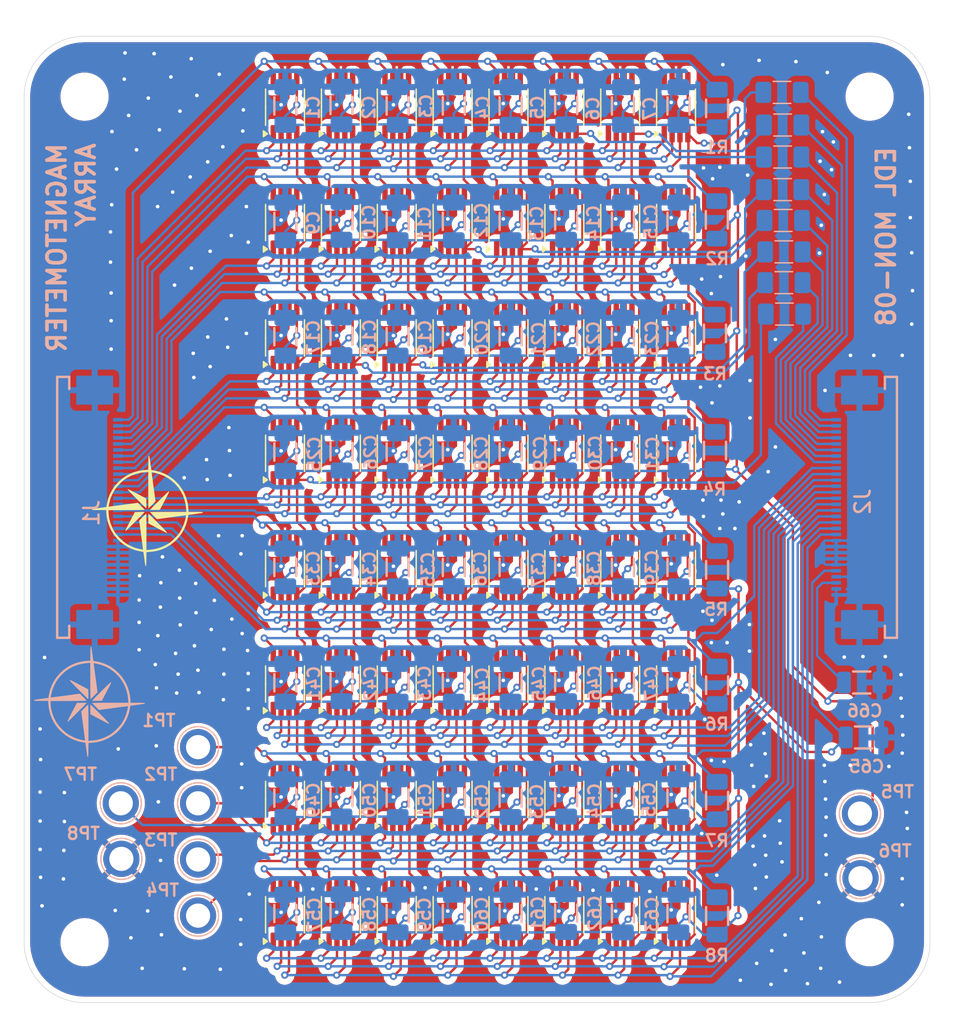
<source format=kicad_pcb>
(kicad_pcb (version 20240108) (generator "pcbnew") (generator_version "8.0")
  (layers (0 "F.Cu" signal) (31 "B.Cu" signal) (34 "B.Paste" user) (35 "F.Paste" user) (36 "B.SilkS" user "B.Silkscreen") (37 "F.SilkS" user "F.Silkscreen") (38 "B.Mask" user) (39 "F.Mask" user) (44 "Edge.Cuts" user))
  (net 0 "")
  (net 1 "GND")
  (net 2 "VCC")
  (net 3 "INT1")
  (net 4 "MISO1")
  (net 5 "SCLK1")
  (net 6 "CS1")
  (net 7 "MOSI1")
  (net 8 "CS2")
  (net 9 "CS3")
  (net 10 "CS4")
  (net 11 "CS5")
  (net 12 "CS6")
  (net 13 "CS7")
  (net 14 "CS8")
  (net 15 "INT2")
  (net 16 "INT3")
  (net 17 "INT4")
  (net 18 "INT5")
  (net 19 "INT6")
  (net 20 "INT7")
  (net 21 "INT8")
  (net 22 "MISO2")
  (net 23 "SCLK2")
  (net 24 "MOSI2")
  (net 25 "MOSI3")
  (net 26 "MISO3")
  (net 27 "SCLK3")
  (net 28 "SCLK4")
  (net 29 "MOSI4")
  (net 30 "MISO4")
  (net 31 "SCLK5")
  (net 32 "MISO5")
  (net 33 "MOSI5")
  (net 34 "SCLK6")
  (net 35 "MISO6")
  (net 36 "MOSI6")
  (net 37 "SCLK7")
  (net 38 "MISO7")
  (net 39 "MOSI7")
  (net 40 "SCLK8")
  (net 41 "MISO8")
  (net 42 "MOSI8")
  (net 43 "VCC2")
  (net 44 "Net-(J2-Pad3)")
  (net 45 "Net-(J2-Pad1)")
  (net 46 "Net-(J2-Pad6)")
  (net 47 "Net-(J2-Pad8)")
  (net 48 "Net-(J2-Pad5)")
  (net 49 "Net-(J2-Pad7)")
  (net 50 "Net-(J2-Pad4)")
  (net 51 "Net-(J2-Pad2)")
  (footprint "Package_SO:Texas_S-PDSO-G8_3x3mm_P0.65mm" (layer "F.Cu") (at 95.25 28.675 90)
    (property "Reference" "U3" (hide yes))
    (property "Value" "TMAG5170-Q1" (hide yes))
  )
  (footprint "Package_SO:Texas_S-PDSO-G8_3x3mm_P0.65mm" (layer "F.Cu") (at 90.625 85.975 90)
    (property "Reference" "U50" (hide yes))
    (property "Value" "TMAG5170-Q1" (hide yes))
  )
  (footprint "Package_SO:Texas_S-PDSO-G8_3x3mm_P0.65mm" (layer "F.Cu") (at 99.875 76.425 90)
    (property "Reference" "U44" (hide yes))
    (property "Value" "TMAG5170-Q1" (hide yes))
  )
  (footprint "Package_SO:Texas_S-PDSO-G8_3x3mm_P0.65mm" (layer "F.Cu") (at 104.5 57.325 90)
    (property "Reference" "U29" (hide yes))
    (property "Value" "TMAG5170-Q1" (hide yes))
  )
  (footprint "" (layer "F.Cu") (at 69.4 27.8)
    (property "Reference" "")
    (property "Value" "")
  )
  (footprint "Package_SO:Texas_S-PDSO-G8_3x3mm_P0.65mm" (layer "F.Cu") (at 86 85.975 90)
    (property "Reference" "U49" (hide yes))
    (property "Value" "TMAG5170-Q1" (hide yes))
  )
  (footprint "Package_SO:Texas_S-PDSO-G8_3x3mm_P0.65mm" (layer "F.Cu") (at 86 28.675 90)
    (property "Reference" "U1" (hide yes))
    (property "Value" "TMAG5170-Q1" (hide yes))
  )
  (footprint "Package_SO:Texas_S-PDSO-G8_3x3mm_P0.65mm" (layer "F.Cu") (at 90.625 28.675 90)
    (property "Reference" "U2" (hide yes))
    (property "Value" "TMAG5170-Q1" (hide yes))
  )
  (footprint "Package_SO:Texas_S-PDSO-G8_3x3mm_P0.65mm" (layer "F.Cu") (at 118.375 47.775 90)
    (property "Reference" "U24" (hide yes))
    (property "Value" "TMAG5170-Q1" (hide yes))
  )
  (footprint "Package_SO:Texas_S-PDSO-G8_3x3mm_P0.65mm" (layer "F.Cu") (at 95.25 85.975 90)
    (property "Reference" "U51" (hide yes))
    (property "Value" "TMAG5170-Q1" (hide yes))
  )
  (footprint "Package_SO:Texas_S-PDSO-G8_3x3mm_P0.65mm" (layer "F.Cu") (at 95.25 76.425 90)
    (property "Reference" "U43" (hide yes))
    (property "Value" "TMAG5170-Q1" (hide yes))
  )
  (footprint "" (layer "F.Cu") (at 134.4 97.8)
    (property "Reference" "")
    (property "Value" "")
  )
  (footprint "Package_SO:Texas_S-PDSO-G8_3x3mm_P0.65mm" (layer "F.Cu") (at 86 57.325 90)
    (property "Reference" "U25" (hide yes))
    (property "Value" "TMAG5170-Q1" (hide yes))
  )
  (footprint "Package_SO:Texas_S-PDSO-G8_3x3mm_P0.65mm" (layer "F.Cu") (at 99.875 47.775 90)
    (property "Reference" "U20" (hide yes))
    (property "Value" "TMAG5170-Q1" (hide yes))
  )
  (footprint "Package_SO:Texas_S-PDSO-G8_3x3mm_P0.65mm" (layer "F.Cu") (at 90.625 38.225 90)
    (property "Reference" "U10" (hide yes))
    (property "Value" "TMAG5170-Q1" (hide yes))
  )
  (footprint "Package_SO:Texas_S-PDSO-G8_3x3mm_P0.65mm" (layer "F.Cu") (at 90.625 57.325 90)
    (property "Reference" "U26" (hide yes))
    (property "Value" "TMAG5170-Q1" (hide yes))
  )
  (footprint "Package_SO:Texas_S-PDSO-G8_3x3mm_P0.65mm" (layer "F.Cu") (at 109.125 28.675 90)
    (property "Reference" "U6" (hide yes))
    (property "Value" "TMAG5170-Q1" (hide yes))
  )
  (footprint "Package_SO:Texas_S-PDSO-G8_3x3mm_P0.65mm" (layer "F.Cu") (at 99.875 95.525 90)
    (property "Reference" "U60" (hide yes))
    (property "Value" "TMAG5170-Q1" (hide yes))
  )
  (footprint "Package_SO:Texas_S-PDSO-G8_3x3mm_P0.65mm" (layer "F.Cu") (at 95.25 57.325 90)
    (property "Reference" "U27" (hide yes))
    (property "Value" "TMAG5170-Q1" (hide yes))
  )
  (footprint "Package_SO:Texas_S-PDSO-G8_3x3mm_P0.65mm" (layer "F.Cu") (at 104.5 38.225 90)
    (property "Reference" "U13" (hide yes))
    (property "Value" "TMAG5170-Q1" (hide yes))
  )
  (footprint "Package_SO:Texas_S-PDSO-G8_3x3mm_P0.65mm" (layer "F.Cu") (at 113.75 76.425 90)
    (property "Reference" "U47" (hide yes))
    (property "Value" "TMAG5170-Q1" (hide yes))
  )
  (footprint "Package_SO:Texas_S-PDSO-G8_3x3mm_P0.65mm" (layer "F.Cu") (at 113.75 57.325 90)
    (property "Reference" "U31" (hide yes))
    (property "Value" "TMAG5170-Q1" (hide yes))
  )
  (footprint "Package_SO:Texas_S-PDSO-G8_3x3mm_P0.65mm" (layer "F.Cu") (at 86 95.525 90)
    (property "Reference" "U57" (hide yes))
    (property "Value" "TMAG5170-Q1" (hide yes))
  )
  (footprint "Package_SO:Texas_S-PDSO-G8_3x3mm_P0.65mm" (layer "F.Cu") (at 90.625 76.425 90)
    (property "Reference" "U42" (hide yes))
    (property "Value" "TMAG5170-Q1" (hide yes))
  )
  (footprint "Package_SO:Texas_S-PDSO-G8_3x3mm_P0.65mm" (layer "F.Cu") (at 86 47.775 90)
    (property "Reference" "U17" (hide yes))
    (property "Value" "TMAG5170-Q1" (hide yes))
  )
  (footprint "" (layer "F.Cu") (at 69.4 97.8)
    (property "Reference" "")
    (property "Value" "")
  )
  (footprint "Package_SO:Texas_S-PDSO-G8_3x3mm_P0.65mm" (layer "F.Cu") (at 109.125 38.225 90)
    (property "Reference" "U14" (hide yes))
    (property "Value" "TMAG5170-Q1" (hide yes))
  )
  (footprint "Package_SO:Texas_S-PDSO-G8_3x3mm_P0.65mm" (layer "F.Cu") (at 90.625 95.525 90)
    (property "Reference" "U58" (hide yes))
    (property "Value" "TMAG5170-Q1" (hide yes))
  )
  (footprint "Package_SO:Texas_S-PDSO-G8_3x3mm_P0.65mm" (layer "F.Cu") (at 90.625 66.875 90)
    (property "Reference" "U34" (hide yes))
    (property "Value" "TMAG5170-Q1" (hide yes))
  )
  (footprint "EDL_logo:mag_compass_small2" (layer "F.Cu") (at 69.8 77.9)
    (property "Reference" "G***" (hide yes))
    (property "Value" "LOGO" (hide yes))
  )
  (footprint "Package_SO:Texas_S-PDSO-G8_3x3mm_P0.65mm" (layer "F.Cu") (at 95.25 66.875 90)
    (property "Reference" "U35" (hide yes))
    (property "Value" "TMAG5170-Q1" (hide yes))
  )
  (footprint "Package_SO:Texas_S-PDSO-G8_3x3mm_P0.65mm" (layer "F.Cu") (at 99.875 38.225 90)
    (property "Reference" "U12" (hide yes))
    (property "Value" "TMAG5170-Q1" (hide yes))
  )
  (footprint "Package_SO:Texas_S-PDSO-G8_3x3mm_P0.65mm" (layer "F.Cu") (at 109.125 85.975 90)
    (property "Reference" "U54" (hide yes))
    (property "Value" "TMAG5170-Q1" (hide yes))
  )
  (footprint "Package_SO:Texas_S-PDSO-G8_3x3mm_P0.65mm" (layer "F.Cu") (at 90.625 47.775 90)
    (property "Reference" "U18" (hide yes))
    (property "Value" "TMAG5170-Q1" (hide yes))
  )
  (footprint "Package_SO:Texas_S-PDSO-G8_3x3mm_P0.65mm" (layer "F.Cu") (at 104.5 47.775 90)
    (property "Reference" "U21" (hide yes))
    (property "Value" "TMAG5170-Q1" (hide yes))
  )
  (footprint "Package_SO:Texas_S-PDSO-G8_3x3mm_P0.65mm" (layer "F.Cu") (at 95.25 95.525 90)
    (property "Reference" "U59" (hide yes))
    (property "Value" "TMAG5170-Q1" (hide yes))
  )
  (footprint "Package_SO:Texas_S-PDSO-G8_3x3mm_P0.65mm" (layer "F.Cu") (at 109.125 47.775 90)
    (property "Reference" "U22" (hide yes))
    (property "Value" "TMAG5170-Q1" (hide yes))
  )
  (footprint "Package_SO:Texas_S-PDSO-G8_3x3mm_P0.65mm" (layer "F.Cu") (at 99.875 28.675 90)
    (property "Reference" "U4" (hide yes))
    (property "Value" "TMAG5170-Q1" (hide yes))
  )
  (footprint "Package_SO:Texas_S-PDSO-G8_3x3mm_P0.65mm" (layer "F.Cu") (at 99.875 57.325 90)
    (property "Reference" "U28" (hide yes))
    (property "Value" "TMAG5170-Q1" (hide yes))
  )
  (footprint "Package_SO:Texas_S-PDSO-G8_3x3mm_P0.65mm" (layer "F.Cu") (at 109.125 57.325 90)
    (property "Reference" "U30" (hide yes))
    (property "Value" "TMAG5170-Q1" (hide yes))
  )
  (footprint "Package_SO:Texas_S-PDSO-G8_3x3mm_P0.65mm" (layer "F.Cu") (at 109.125 66.875 90)
    (property "Reference" "U38" (hide yes))
    (property "Value" "TMAG5170-Q1" (hide yes))
  )
  (footprint "Package_SO:Texas_S-PDSO-G8_3x3mm_P0.65mm" (layer "F.Cu") (at 118.375 57.325 90)
    (property "Reference" "U32" (hide yes))
    (property "Value" "TMAG5170-Q1" (hide yes))
  )
  (footprint "Package_SO:Texas_S-PDSO-G8_3x3mm_P0.65mm" (layer "F.Cu") (at 118.375 66.875 90)
    (property "Reference" "U40" (hide yes))
    (property "Value" "TMAG5170-Q1" (hide yes))
  )
  (footprint "EDL_logo:mag_compass_small" (layer "F.Cu") (at 74.6 62.1)
    (property "Reference" "G***" (hide yes))
    (property "Value" "LOGO" (hide yes))
  )
  (footprint "Package_SO:Texas_S-PDSO-G8_3x3mm_P0.65mm" (layer "F.Cu") (at 118.375 95.525 90)
    (property "Reference" "U64" (hide yes))
    (property "Value" "TMAG5170-Q1" (hide yes))
  )
  (footprint "Package_SO:Texas_S-PDSO-G8_3x3mm_P0.65mm" (layer "F.Cu") (at 95.25 38.225 90)
    (property "Reference" "U11" (hide yes))
    (property "Value" "TMAG5170-Q1" (hide yes))
  )
  (footprint "Package_SO:Texas_S-PDSO-G8_3x3mm_P0.65mm" (layer "F.Cu") (at 104.5 85.975 90)
    (property "Reference" "U53" (hide yes))
    (property "Value" "TMAG5170-Q1" (hide yes))
  )
  (footprint "Package_SO:Texas_S-PDSO-G8_3x3mm_P0.65mm" (layer "F.Cu") (at 118.375 76.425 90)
    (property "Reference" "U48" (hide yes))
    (property "Value" "TMAG5170-Q1" (hide yes))
  )
  (footprint "Package_SO:Texas_S-PDSO-G8_3x3mm_P0.65mm" (layer "F.Cu") (at 113.75 47.775 90)
    (property "Reference" "U23" (hide yes))
    (property "Value" "TMAG5170-Q1" (hide yes))
  )
  (footprint "Package_SO:Texas_S-PDSO-G8_3x3mm_P0.65mm" (layer "F.Cu") (at 104.5 66.875 90)
    (property "Reference" "U37" (hide yes))
    (property "Value" "TMAG5170-Q1" (hide yes))
  )
  (footprint "Package_SO:Texas_S-PDSO-G8_3x3mm_P0.65mm" (layer "F.Cu") (at 86 38.225 90)
    (property "Reference" "U9" (hide yes))
    (property "Value" "TMAG5170-Q1" (hide yes))
  )
  (footprint "Package_SO:Texas_S-PDSO-G8_3x3mm_P0.65mm" (layer "F.Cu") (at 113.75 85.975 90)
    (property "Reference" "U55" (hide yes))
    (property "Value" "TMAG5170-Q1" (hide yes))
  )
  (footprint "Package_SO:Texas_S-PDSO-G8_3x3mm_P0.65mm" (layer "F.Cu") (at 113.75 66.875 90)
    (property "Reference" "U39" (hide yes))
    (property "Value" "TMAG5170-Q1" (hide yes))
  )
  (footprint "Package_SO:Texas_S-PDSO-G8_3x3mm_P0.65mm" (layer "F.Cu") (at 118.375 85.975 90)
    (property "Reference" "U56" (hide yes))
    (property "Value" "TMAG5170-Q1" (hide yes))
  )
  (footprint "Package_SO:Texas_S-PDSO-G8_3x3mm_P0.65mm" (layer "F.Cu") (at 113.75 95.525 90)
    (property "Reference" "U63" (hide yes))
    (property "Value" "TMAG5170-Q1" (hide yes))
  )
  (footprint "Package_SO:Texas_S-PDSO-G8_3x3mm_P0.65mm" (layer "F.Cu") (at 95.25 47.775 90)
    (property "Reference" "U19" (hide yes))
    (property "Value" "TMAG5170-Q1" (hide yes))
  )
  (footprint "Package_SO:Texas_S-PDSO-G8_3x3mm_P0.65mm" (layer "F.Cu") (at 104.5 95.525 90)
    (property "Reference" "U61" (hide yes))
    (property "Value" "TMAG5170-Q1" (hide yes))
  )
  (footprint "Package_SO:Texas_S-PDSO-G8_3x3mm_P0.65mm" (layer "F.Cu") (at 118.375 28.675 90)
    (property "Reference" "U8" (hide yes))
    (property "Value" "TMAG5170-Q1" (hide yes))
  )
  (footprint "Package_SO:Texas_S-PDSO-G8_3x3mm_P0.65mm" (layer "F.Cu") (at 109.125 95.525 90)
    (property "Reference" "U62" (hide yes))
    (property "Value" "TMAG5170-Q1" (hide yes))
  )
  (footprint "Package_SO:Texas_S-PDSO-G8_3x3mm_P0.65mm" (layer "F.Cu") (at 99.875 85.975 90)
    (property "Reference" "U52" (hide yes))
    (property "Value" "TMAG5170-Q1" (hide yes))
  )
  (footprint "" (layer "F.Cu") (at 134.4 27.8)
    (property "Reference" "")
    (property "Value" "")
  )
  (footprint "Package_SO:Texas_S-PDSO-G8_3x3mm_P0.65mm" (layer "F.Cu") (at 86 66.875 90)
    (property "Reference" "U33" (hide yes))
    (property "Value" "TMAG5170-Q1" (hide yes))
  )
  (footprint "Package_SO:Texas_S-PDSO-G8_3x3mm_P0.65mm" (layer "F.Cu") (at 104.5 28.675 90)
    (property "Reference" "U5" (hide yes))
    (property "Value" "TMAG5170-Q1" (hide yes))
  )
  (footprint "Package_SO:Texas_S-PDSO-G8_3x3mm_P0.65mm" (layer "F.Cu") (at 104.5 76.425 90)
    (property "Reference" "U45" (hide yes))
    (property "Value" "TMAG5170-Q1" (hide yes))
  )
  (footprint "Package_SO:Texas_S-PDSO-G8_3x3mm_P0.65mm" (layer "F.Cu") (at 113.75 28.675 90)
    (property "Reference" "U7" (hide yes))
    (property "Value" "TMAG5170-Q1" (hide yes))
  )
  (footprint "Package_SO:Texas_S-PDSO-G8_3x3mm_P0.65mm" (layer "F.Cu") (at 86 76.425 90)
    (property "Reference" "U41" (hide yes))
    (property "Value" "TMAG5170-Q1" (hide yes))
  )
  (footprint "Package_SO:Texas_S-PDSO-G8_3x3mm_P0.65mm" (layer "F.Cu") (at 113.75 38.225 90)
    (property "Reference" "U15" (hide yes))
    (property "Value" "TMAG5170-Q1" (hide yes))
  )
  (footprint "Package_SO:Texas_S-PDSO-G8_3x3mm_P0.65mm" (layer "F.Cu") (at 109.125 76.425 90)
    (property "Reference" "U46" (hide yes))
    (property "Value" "TMAG5170-Q1" (hide yes))
  )
  (footprint "Package_SO:Texas_S-PDSO-G8_3x3mm_P0.65mm" (layer "F.Cu") (at 99.875 66.875 90)
    (property "Reference" "U36" (hide yes))
    (property "Value" "TMAG5170-Q1" (hide yes))
  )
  (footprint "Package_SO:Texas_S-PDSO-G8_3x3mm_P0.65mm" (layer "F.Cu") (at 118.375 38.225 90)
    (property "Reference" "U16" (hide yes))
    (property "Value" "TMAG5170-Q1" (hide yes))
  )
  (footprint "Capacitor_SMD:C_1206_3216Metric_Pad1.33x1.80mm_HandSolder" (layer "B.Cu") (at 104.675 38.125 90)
    (property "Reference" "C13")
    (property "Value" "0.1u")
  )
  (footprint "Capacitor_SMD:C_1206_3216Metric_Pad1.33x1.80mm_HandSolder" (layer "B.Cu") (at 104.675 76.325 90)
    (property "Reference" "C45")
    (property "Value" "0.1u")
  )
  (footprint "524353071:52435-3071" (layer "B.Cu") (at 132.165 61.8 -90)
    (property "Reference" "J2")
    (property "Value" "524353071" (hide yes))
  )
  (footprint "Capacitor_SMD:C_1206_3216Metric_Pad1.33x1.80mm_HandSolder" (layer "B.Cu") (at 113.975 95.425 90)
    (property "Reference" "C63")
    (property "Value" "0.1u")
  )
  (footprint "Resistor_SMD:R_1206_3216Metric_Pad1.30x1.75mm_HandSolder" (layer "B.Cu") (at 127.25 38.05)
    (property "Reference" "R12" (hide yes))
    (property "Value" "10k")
  )
  (footprint "Resistor_SMD:R_1206_3216Metric_Pad1.30x1.75mm_HandSolder" (layer "B.Cu") (at 121.775 66.975 90)
    (property "Reference" "R5")
    (property "Value" "10k")
  )
  (footprint "Resistor_SMD:R_1206_3216Metric_Pad1.30x1.75mm_HandSolder" (layer "B.Cu") (at 121.75 38 90)
    (property "Reference" "R2")
    (property "Value" "10k")
  )
  (footprint "Capacitor_SMD:C_1206_3216Metric_Pad1.33x1.80mm_HandSolder" (layer "B.Cu") (at 95.325 28.575 90)
    (property "Reference" "C3")
    (property "Value" "0.1u")
  )
  (footprint "TestPoint:TestPoint_Plated_Hole_D2.0mm" (layer "B.Cu") (at 78.8 81.65 180)
    (property "Reference" "TP1")
    (property "Value" "TestPoint")
  )
  (footprint "Capacitor_SMD:C_1206_3216Metric_Pad1.33x1.80mm_HandSolder" (layer "B.Cu") (at 113.975 47.675 90)
    (property "Reference" "C23")
    (property "Value" "0.1u")
  )
  (footprint "Capacitor_SMD:C_1206_3216Metric_Pad1.33x1.80mm_HandSolder" (layer "B.Cu") (at 95.325 85.875 90)
    (property "Reference" "C51")
    (property "Value" "0.1u")
  )
  (footprint "Capacitor_SMD:C_1206_3216Metric_Pad1.33x1.80mm_HandSolder" (layer "B.Cu") (at 113.975 76.325 90)
    (property "Reference" "C47")
    (property "Value" "0.1u")
  )
  (footprint "Capacitor_SMD:C_1206_3216Metric" (layer "B.Cu") (at 133.75 76.3)
    (property "Reference" "C66")
    (property "Value" "1 u")
  )
  (footprint "TestPoint:TestPoint_Plated_Hole_D2.0mm" (layer "B.Cu") (at 72.45 90.9 180)
    (property "Reference" "TP8")
    (property "Value" "TestPoint")
  )
  (footprint "524353071:52435-3071" (layer "B.Cu") (at 71.635 61.8 90)
    (property "Reference" "J1")
    (property "Value" "524353071" (hide yes))
  )
  (footprint "Capacitor_SMD:C_1206_3216Metric_Pad1.33x1.80mm_HandSolder" (layer "B.Cu") (at 86.025 38.125 90)
    (property "Reference" "C9")
    (property "Value" "0.1u")
  )
  (footprint "Capacitor_SMD:C_1206_3216Metric_Pad1.33x1.80mm_HandSolder" (layer "B.Cu") (at 86.025 76.325 90)
    (property "Reference" "C41")
    (property "Value" "0.1u")
  )
  (footprint "Capacitor_SMD:C_1206_3216Metric_Pad1.33x1.80mm_HandSolder" (layer "B.Cu") (at 113.975 28.575 90)
    (property "Reference" "C7")
    (property "Value" "0.1u")
  )
  (footprint "TestPoint:TestPoint_Plated_Hole_D2.0mm" (layer "B.Cu") (at 78.8 95.6 180)
    (property "Reference" "TP4")
    (property "Value" "TestPoint")
  )
  (footprint "Capacitor_SMD:C_1206_3216Metric" (layer "B.Cu") (at 133.9 80.85)
    (property "Reference" "C65")
    (property "Value" "1 u")
  )
  (footprint "Capacitor_SMD:C_1206_3216Metric_Pad1.33x1.80mm_HandSolder" (layer "B.Cu") (at 90.675 76.2875 90)
    (property "Reference" "C42")
    (property "Value" "0.1u")
  )
  (footprint "Capacitor_SMD:C_1206_3216Metric_Pad1.33x1.80mm_HandSolder" (layer "B.Cu") (at 90.675 85.8375 90)
    (property "Reference" "C50")
    (property "Value" "0.1u")
  )
  (footprint "Capacitor_SMD:C_1206_3216Metric_Pad1.33x1.80mm_HandSolder" (layer "B.Cu") (at 99.975 57.225 90)
    (property "Reference" "C28")
    (property "Value" "0.1u")
  )
  (footprint "Capacitor_SMD:C_1206_3216Metric_Pad1.33x1.80mm_HandSolder" (layer "B.Cu") (at 99.975 38.125 90)
    (property "Reference" "C12")
    (property "Value" "0.1u")
  )
  (footprint "Capacitor_SMD:C_1206_3216Metric_Pad1.33x1.80mm_HandSolder" (layer "B.Cu") (at 90.675 38.0875 90)
    (property "Reference" "C10")
    (property "Value" "0.1u")
  )
  (footprint "Capacitor_SMD:C_1206_3216Metric_Pad1.33x1.80mm_HandSolder" (layer "B.Cu") (at 104.675 66.775 90)
    (property "Reference" "C37")
    (property "Value" "0.1u")
  )
  (footprint "Capacitor_SMD:C_1206_3216Metric_Pad1.33x1.80mm_HandSolder" (layer "B.Cu") (at 95.325 38.125 90)
    (property "Reference" "C11")
    (property "Value" "0.1u")
  )
  (footprint "Capacitor_SMD:C_1206_3216Metric_Pad1.33x1.80mm_HandSolder" (layer "B.Cu") (at 113.975 66.775 90)
    (property "Reference" "C39")
    (property "Value" "0.1u")
  )
  (footprint "Capacitor_SMD:C_1206_3216Metric_Pad1.33x1.80mm_HandSolder" (layer "B.Cu") (at 109.275 47.6375 90)
    (property "Reference" "C22")
    (property "Value" "0.1u")
  )
  (footprint "Capacitor_SMD:C_1206_3216Metric_Pad1.33x1.80mm_HandSolder" (layer "B.Cu") (at 118.575 47.675 90)
    (property "Reference" "C24" (hide yes))
    (property "Value" "0.1u")
  )
  (footprint "Capacitor_SMD:C_1206_3216Metric_Pad1.33x1.80mm_HandSolder" (layer "B.Cu") (at 99.975 66.775 90)
    (property "Reference" "C36")
    (property "Value" "0.1u")
  )
  (footprint "Resistor_SMD:R_1206_3216Metric_Pad1.30x1.75mm_HandSolder" (layer "B.Cu") (at 127.3 43.2)
    (property "Reference" "R10" (hide yes))
    (property "Value" "10k")
  )
  (footprint "Capacitor_SMD:C_1206_3216Metric_Pad1.33x1.80mm_HandSolder" (layer "B.Cu") (at 99.975 76.325 90)
    (property "Reference" "C44")
    (property "Value" "0.1u")
  )
  (footprint "Capacitor_SMD:C_1206_3216Metric_Pad1.33x1.80mm_HandSolder" (layer "B.Cu") (at 109.275 66.7375 90)
    (property "Reference" "C38")
    (property "Value" "0.1u")
  )
  (footprint "Capacitor_SMD:C_1206_3216Metric_Pad1.33x1.80mm_HandSolder" (layer "B.Cu") (at 118.575 66.775 90)
    (property "Reference" "C40" (hide yes))
    (property "Value" "0.1u")
  )
  (footprint "Capacitor_SMD:C_1206_3216Metric_Pad1.33x1.80mm_HandSolder" (layer "B.Cu") (at 86.025 85.875 90)
    (property "Reference" "C49")
    (property "Value" "0.1u")
  )
  (footprint "Capacitor_SMD:C_1206_3216Metric_Pad1.33x1.80mm_HandSolder" (layer "B.Cu") (at 113.975 38.125 90)
    (property "Reference" "C15")
    (property "Value" "0.1u")
  )
  (footprint "Capacitor_SMD:C_1206_3216Metric_Pad1.33x1.80mm_HandSolder" (layer "B.Cu") (at 86.025 57.225 90)
    (property "Reference" "C25")
    (property "Value" "0.1u")
  )
  (footprint "Capacitor_SMD:C_1206_3216Metric_Pad1.33x1.80mm_HandSolder" (layer "B.Cu") (at 109.275 85.8375 90)
    (property "Reference" "C54")
    (property "Value" "0.1u")
  )
  (footprint "TestPoint:TestPoint_Plated_Hole_D2.0mm" (layer "B.Cu") (at 78.8 86.3 180)
    (property "Reference" "TP2")
    (property "Value" "TestPoint")
  )
  (footprint "Capacitor_SMD:C_1206_3216Metric_Pad1.33x1.80mm_HandSolder" (layer "B.Cu") (at 104.675 28.575 90)
    (property "Reference" "C5")
    (property "Value" "0.1u")
  )
  (footprint "Capacitor_SMD:C_1206_3216Metric_Pad1.33x1.80mm_HandSolder" (layer "B.Cu") (at 109.275 95.3875 90)
    (property "Reference" "C62")
    (property "Value" "0.1u")
  )
  (footprint "TestPoint:TestPoint_Plated_Hole_D2.0mm" (layer "B.Cu") (at 133.6 87.15 180)
    (property "Reference" "TP5")
    (property "Value" "TestPoint")
  )
  (footprint "TestPoint:TestPoint_Plated_Hole_D2.0mm" (layer "B.Cu") (at 133.65 92.5 180)
    (property "Reference" "TP6")
    (property "Value" "TestPoint")
  )
  (footprint "Resistor_SMD:R_1206_3216Metric_Pad1.30x1.75mm_HandSolder" (layer "B.Cu") (at 127.2 35.5)
    (property "Reference" "R13" (hide yes))
    (property "Value" "10k")
  )
  (footprint "Capacitor_SMD:C_1206_3216Metric_Pad1.33x1.80mm_HandSolder" (layer "B.Cu") (at 95.325 95.425 90)
    (property "Reference" "C59")
    (property "Value" "0.1u")
  )
  (footprint "Capacitor_SMD:C_1206_3216Metric_Pad1.33x1.80mm_HandSolder" (layer "B.Cu") (at 90.675 66.7375 90)
    (property "Reference" "C34")
    (property "Value" "0.1u")
  )
  (footprint "Capacitor_SMD:C_1206_3216Metric_Pad1.33x1.80mm_HandSolder" (layer "B.Cu") (at 109.275 57.1875 90)
    (property "Reference" "C30")
    (property "Value" "0.1u")
  )
  (footprint "Capacitor_SMD:C_1206_3216Metric_Pad1.33x1.80mm_HandSolder" (layer "B.Cu") (at 86.025 95.425 90)
    (property "Reference" "C57")
    (property "Value" "0.1u")
  )
  (footprint "Capacitor_SMD:C_1206_3216Metric_Pad1.33x1.80mm_HandSolder" (layer "B.Cu") (at 118.575 85.875 90)
    (property "Reference" "C56" (hide yes))
    (property "Value" "0.1u")
  )
  (footprint "Capacitor_SMD:C_1206_3216Metric_Pad1.33x1.80mm_HandSolder" (layer "B.Cu") (at 99.975 47.675 90)
    (property "Reference" "C20")
    (property "Value" "0.1u")
  )
  (footprint "Resistor_SMD:R_1206_3216Metric_Pad1.30x1.75mm_HandSolder" (layer "B.Cu") (at 127.2 30.15)
    (property "Reference" "R15" (hide yes))
    (property "Value" "10k")
  )
  (footprint "Capacitor_SMD:C_1206_3216Metric_Pad1.33x1.80mm_HandSolder" (layer "B.Cu") (at 109.275 38.0875 90)
    (property "Reference" "C14")
    (property "Value" "0.1u")
  )
  (footprint "Capacitor_SMD:C_1206_3216Metric_Pad1.33x1.80mm_HandSolder" (layer "B.Cu") (at 99.975 28.575 90)
    (property "Reference" "C4")
    (property "Value" "0.1u")
  )
  (footprint "Capacitor_SMD:C_1206_3216Metric_Pad1.33x1.80mm_HandSolder" (layer "B.Cu") (at 95.325 66.775 90)
    (property "Reference" "C35")
    (property "Value" "0.1u")
  )
  (footprint "Capacitor_SMD:C_1206_3216Metric_Pad1.33x1.80mm_HandSolder" (layer "B.Cu") (at 86.025 47.675 90)
    (property "Reference" "C17")
    (property "Value" "0.1u")
  )
  (footprint "Capacitor_SMD:C_1206_3216Metric_Pad1.33x1.80mm_HandSolder" (layer "B.Cu") (at 95.325 57.225 90)
    (property "Reference" "C27")
    (property "Value" "0.1u")
  )
  (footprint "TestPoint:TestPoint_Plated_Hole_D2.0mm" (layer "B.Cu") (at 72.4 86.3 180)
    (property "Reference" "TP7")
    (property "Value" "TestPoint")
  )
  (footprint "Capacitor_SMD:C_1206_3216Metric_Pad1.33x1.80mm_HandSolder" (layer "B.Cu") (at 104.675 85.875 90)
    (property "Reference" "C53")
    (property "Value" "0.1u")
  )
  (footprint "Capacitor_SMD:C_1206_3216Metric_Pad1.33x1.80mm_HandSolder" (layer "B.Cu") (at 109.275 76.2875 90)
    (property "Reference" "C46")
    (property "Value" "0.1u")
  )
  (footprint "Capacitor_SMD:C_1206_3216Metric_Pad1.33x1.80mm_HandSolder" (layer "B.Cu") (at 104.675 57.225 90)
    (property "Reference" "C29")
    (property "Value" "0.1u")
  )
  (footprint "Capacitor_SMD:C_1206_3216Metric_Pad1.33x1.80mm_HandSolder" (layer "B.Cu") (at 95.325 76.325 90)
    (property "Reference" "C43")
    (property "Value" "0.1u")
  )
  (footprint "TestPoint:TestPoint_Plated_Hole_D2.0mm" (layer "B.Cu") (at 78.8 90.95 180)
    (property "Reference" "TP3")
    (property "Value" "TestPoint")
  )
  (footprint "Resistor_SMD:R_1206_3216Metric_Pad1.30x1.75mm_HandSolder" (layer "B.Cu") (at 121.775 86.075 90)
    (property "Reference" "R7")
    (property "Value" "10k")
  )
  (footprint "Capacitor_SMD:C_1206_3216Metric_Pad1.33x1.80mm_HandSolder" (layer "B.Cu") (at 99.975 95.425 90)
    (property "Reference" "C60")
    (property "Value" "0.1u")
  )
  (footprint "Capacitor_SMD:C_1206_3216Metric_Pad1.33x1.80mm_HandSolder" (layer "B.Cu") (at 90.675 28.5375 90)
    (property "Reference" "C2")
    (property "Value" "0.1u")
  )
  (footprint "Capacitor_SMD:C_1206_3216Metric_Pad1.33x1.80mm_HandSolder" (layer "B.Cu") (at 95.325 47.675 90)
    (property "Reference" "C19")
    (property "Value" "0.1u")
  )
  (footprint "Capacitor_SMD:C_1206_3216Metric_Pad1.33x1.80mm_HandSolder" (layer "B.Cu") (at 109.275 28.5375 90)
    (property "Reference" "C6")
    (property "Value" "0.1u")
  )
  (footprint "Resistor_SMD:R_1206_3216Metric_Pad1.30x1.75mm_HandSolder" (layer "B.Cu") (at 127.15 27.45)
    (property "Reference" "R16" (hide yes))
    (property "Value" "10k")
  )
  (footprint "Resistor_SMD:R_1206_3216Metric_Pad1.30x1.75mm_HandSolder" (layer "B.Cu") (at 127.35 45.8)
    (property "Reference" "R9" (hide yes))
    (property "Value" "10k")
  )
  (footprint "Capacitor_SMD:C_1206_3216Metric_Pad1.33x1.80mm_HandSolder" (layer "B.Cu") (at 118.575 57.225 90)
    (property "Reference" "C32" (hide yes))
    (property "Value" "0.1u")
  )
  (footprint "Capacitor_SMD:C_1206_3216Metric_Pad1.33x1.80mm_HandSolder" (layer "B.Cu") (at 113.975 85.875 90)
    (property "Reference" "C55")
    (property "Value" "0.1u")
  )
  (footprint "Capacitor_SMD:C_1206_3216Metric_Pad1.33x1.80mm_HandSolder" (layer "B.Cu") (at 90.675 47.6375 90)
    (property "Reference" "C18")
    (property "Value" "0.1u")
  )
  (footprint "Resistor_SMD:R_1206_3216Metric_Pad1.30x1.75mm_HandSolder" (layer "B.Cu") (at 121.6 57.1 90)
    (property "Reference" "R4")
    (property "Value" "10k")
  )
  (footprint "Capacitor_SMD:C_1206_3216Metric_Pad1.33x1.80mm_HandSolder" (layer "B.Cu") (at 86.025 66.775 90)
    (property "Reference" "C33")
    (property "Value" "0.1u")
  )
  (footprint "Capacitor_SMD:C_1206_3216Metric_Pad1.33x1.80mm_HandSolder" (layer "B.Cu") (at 90.675 95.3875 90)
    (property "Reference" "C58")
    (property "Value" "0.1u")
  )
  (footprint "Capacitor_SMD:C_1206_3216Metric_Pad1.33x1.80mm_HandSolder" (layer "B.Cu") (at 86.025 28.575 90)
    (property "Reference" "C1")
    (property "Value" "0.1u")
  )
  (footprint "Resistor_SMD:R_1206_3216Metric_Pad1.30x1.75mm_HandSolder" (layer "B.Cu") (at 127.3 40.65)
    (property "Reference" "R11" (hide yes))
    (property "Value" "10k")
  )
  (footprint "Capacitor_SMD:C_1206_3216Metric_Pad1.33x1.80mm_HandSolder" (layer "B.Cu") (at 99.975 85.875 90)
    (property "Reference" "C52")
    (property "Value" "0.1u")
  )
  (footprint "Resistor_SMD:R_1206_3216Metric_Pad1.30x1.75mm_HandSolder" (layer "B.Cu") (at 121.775 76.525 90)
    (property "Reference" "R6")
    (property "Value" "10k")
  )
  (footprint "Resistor_SMD:R_1206_3216Metric_Pad1.30x1.75mm_HandSolder" (layer "B.Cu") (at 127.2 32.8)
    (property "Reference" "R14" (hide yes))
    (property "Value" "10k")
  )
  (footprint "Capacitor_SMD:C_1206_3216Metric_Pad1.33x1.80mm_HandSolder" (layer "B.Cu") (at 118.575 38.125 90)
    (property "Reference" "C16" (hide yes))
    (property "Value" "0.1u")
  )
  (footprint "Resistor_SMD:R_1206_3216Metric_Pad1.30x1.75mm_HandSolder" (layer "B.Cu") (at 121.6 47.4 90)
    (property "Reference" "R3")
    (property "Value" "10k")
  )
  (footprint "Resistor_SMD:R_1206_3216Metric_Pad1.30x1.75mm_HandSolder" (layer "B.Cu") (at 121.775 28.775 90)
    (property "Reference" "R1")
    (property "Value" "10k")
  )
  (footprint "Capacitor_SMD:C_1206_3216Metric_Pad1.33x1.80mm_HandSolder" (layer "B.Cu") (at 104.675 95.425 90)
    (property "Reference" "C61")
    (property "Value" "0.1u")
  )
  (footprint "Capacitor_SMD:C_1206_3216Metric_Pad1.33x1.80mm_HandSolder" (layer "B.Cu") (at 118.575 76.325 90)
    (property "Reference" "C48" (hide yes))
    (property "Value" "0.1u")
  )
  (footprint "Capacitor_SMD:C_1206_3216Metric_Pad1.33x1.80mm_HandSolder" (layer "B.Cu") (at 90.675 57.1875 90)
    (property "Reference" "C26")
    (property "Value" "0.1u")
  )
  (footprint "Capacitor_SMD:C_1206_3216Metric_Pad1.33x1.80mm_HandSolder" (layer "B.Cu") (at 113.975 57.225 90)
    (property "Reference" "C31")
    (property "Value" "0.1u")
  )
  (footprint "Capacitor_SMD:C_1206_3216Metric_Pad1.33x1.80mm_HandSolder" (layer "B.Cu") (at 118.575 95.425 90)
    (property "Reference" "C64" (hide yes))
    (property "Value" "0.1u")
  )
  (footprint "Capacitor_SMD:C_1206_3216Metric_Pad1.33x1.80mm_HandSolder" (layer "B.Cu") (at 118.575 28.575 90)
    (property "Reference" "C8" (hide yes))
    (property "Value" "0.1u")
  )
  (footprint "Resistor_SMD:R_1206_3216Metric_Pad1.30x1.75mm_HandSolder" (layer "B.Cu") (at 121.775 95.625 90)
    (property "Reference" "R8")
    (property "Value" "10k")
  )
  (footprint "Capacitor_SMD:C_1206_3216Metric_Pad1.33x1.80mm_HandSolder" (layer "B.Cu") (at 104.675 47.675 90)
    (property "Reference" "C21")
    (property "Value" "0.1u")
  )
  (gr_line (start 134.4 102.8) (end 69.4 102.8) (stroke (width 0.05)) (layer "Edge.Cuts"))
  (gr_arc (start 134.4 22.8) (mid 137.935534 24.264466) (end 139.4 27.8) (stroke (width 0.05)) (layer "Edge.Cuts"))
  (gr_line (start 69.4 22.8) (end 134.4 22.8) (stroke (width 0.05)) (layer "Edge.Cuts"))
  (gr_line (start 64.4 97.8) (end 64.4 27.8) (stroke (width 0.05)) (layer "Edge.Cuts"))
  (gr_arc (start 139.4 97.8) (mid 137.935534 101.335534) (end 134.4 102.8) (stroke (width 0.05)) (layer "Edge.Cuts"))
  (gr_arc (start 64.4 27.8) (mid 65.864466 24.264466) (end 69.4 22.8) (stroke (width 0.05)) (layer "Edge.Cuts"))
  (gr_arc (start 69.4 102.8) (mid 65.864466 101.335534) (end 64.4 97.8) (stroke (width 0.05)) (layer "Edge.Cuts"))
  (gr_line (start 139.4 27.8) (end 139.4 97.8) (stroke (width 0.05)) (layer "Edge.Cuts"))
  (gr_text "MAGNETOMETER\nARRAY" (at 70.4 31.5 90) (layer "B.SilkS") (effects (font (size 1.5 1.5) (thickness 0.3) (bold yes)) (justify left bottom mirror)))
  (gr_text "EDL MON-08" (at 136.65 31.8 90) (layer "B.SilkS") (effects (font (size 1.5 1.5) (thickness 0.3) (bold yes)) (justify left bottom mirror)))
  (segment (start 108.8 74.225) (end 109.45 74.225) (width 0.2) (layer "F.Cu") (net 1))
  (segment (start 99.55 93.325) (end 99.55 95.15) (width 0.2) (layer "F.Cu") (net 1))
  (segment (start 85.675 55.125) (end 85.675 57.125) (width 0.2) (layer "F.Cu") (net 1))
  (segment (start 90.3 83.775) (end 90.95 83.775) (width 0.2) (layer "F.Cu") (net 1))
  (segment (start 118.05 83.775) (end 118.05 85.5) (width 0.2) (layer "F.Cu") (net 1))
  (segment (start 104.175 45.575) (end 104.825 45.575) (width 0.2) (layer "F.Cu") (net 1))
  (segment (start 99.55 85.6) (end 99.475 85.675) (width 0.2) (layer "F.Cu") (net 1))
  (segment (start 108.8 36.025) (end 108.8 37.8) (width 0.2) (layer "F.Cu") (net 1))
  (segment (start 113.425 64.675) (end 114.075 64.675) (width 0.2) (layer "F.Cu") (net 1))
  (segment (start 118.05 26.475) (end 118.7 26.475) (width 0.2) (layer "F.Cu") (net 1))
  (segment (start 113.425 93.325) (end 113.425 95.175) (width 0.2) (layer "F.Cu") (net 1))
  (segment (start 99.55 37.85) (end 99.475 37.925) (width 0.2) (layer "F.Cu") (net 1))
  (segment (start 113.425 45.575) (end 113.425 47.425) (width 0.2) (layer "F.Cu") (net 1))
  (segment (start 99.55 26.475) (end 99.55 28.3) (width 0.2) (layer "F.Cu") (net 1))
  (segment (start 118.05 56.85) (end 117.975 56.925) (width 0.2) (layer "F.Cu") (net 1))
  (segment (start 99.55 55.125) (end 100.2 55.125) (width 0.2) (layer "F.Cu") (net 1))
  (segment (start 113.425 37.875) (end 113.375 37.925) (width 0.2) (layer "F.Cu") (net 1))
  (segment (start 94.925 26.475) (end 95.575 26.475) (width 0.2) (layer "F.Cu") (net 1))
  (segment (start 108.8 83.775) (end 108.8 85.55) (width 0.2) (layer "F.Cu") (net 1))
  (segment (start 113.425 83.775) (end 113.425 85.625) (width 0.2) (layer "F.Cu") (net 1))
  (segment (start 99.55 56.95) (end 99.475 57.025) (width 0.2) (layer "F.Cu") (net 1))
  (segment (start 104.175 83.775) (end 104.175 85.575) (width 0.2) (layer "F.Cu") (net 1))
  (segment (start 94.925 57.075) (end 94.975 57.125) (width 0.2) (layer "F.Cu") (net 1))
  (segment (start 118.05 45.575) (end 118.7 45.575) (width 0.2) (layer "F.Cu") (net 1))
  (segment (start 113.425 26.475) (end 113.425 28.325) (width 0.2) (layer "F.Cu") (net 1))
  (segment (start 118.05 93.325) (end 118.05 95.05) (width 0.2) (layer "F.Cu") (net 1))
  (segment (start 104.175 76.025) (end 104.075 76.125) (width 0.2) (layer "F.Cu") (net 1))
  (segment (start 108.8 26.475) (end 109.45 26.475) (width 0.2) (layer "F.Cu") (net 1))
  (segment (start 99.55 66.5) (end 99.475 66.575) (width 0.2) (layer "F.Cu") (net 1))
  (segment (start 90.3 28.45) (end 90.275 28.475) (width 0.2) (layer "F.Cu") (net 1))
  (segment (start 99.55 83.775) (end 99.55 85.6) (width 0.2) (layer "F.Cu") (net 1))
  (segment (start 108.8 74.225) (end 108.8 76) (width 0.2) (layer "F.Cu") (net 1))
  (segment (start 113.425 45.575) (end 114.075 45.575) (width 0.2) (layer "F.Cu") (net 1))
  (segment (start 118.05 74.225) (end 118.7 74.225) (width 0.2) (layer "F.Cu") (net 1))
  (segment (start 118.05 28.2) (end 117.975 28.275) (width 0.2) (layer "F.Cu") (net 1))
  (segment (start 118.05 75.95) (end 117.975 76.025) (width 0.2) (layer "F.Cu") (net 1))
  (segment (start 104.175 55.125) (end 104.175 56.925) (width 0.2) (layer "F.Cu") (net 1))
  (segment (start 90.3 93.325) (end 90.3 95.3) (width 0.2) (layer "F.Cu") (net 1))
  (segment (start 113.425 36.025) (end 114.075 36.025) (width 0.2) (layer "F.Cu") (net 1))
  (segment (start 90.3 66.65) (end 90.275 66.675) (width 0.2) (layer "F.Cu") (net 1))
  (segment (start 113.425 47.425) (end 113.375 47.475) (width 0.2) (layer "F.Cu") (net 1))
  (segment (start 108.8 64.675) (end 109.45 64.675) (width 0.2) (layer "F.Cu") (net 1))
  (segment (start 104.2 95.2) (end 104.2 94.01148) (width 0.2) (layer "F.Cu") (net 1))
  (segment (start 90.3 45.575) (end 90.95 45.575) (width 0.2) (layer "F.Cu") (net 1))
  (segment (start 99.55 64.675) (end 100.2 64.675) (width 0.2) (layer "F.Cu") (net 1))
  (segment (start 99.55 28.3) (end 99.475 28.375) (width 0.2) (layer "F.Cu") (net 1))
  (segment (start 118.05 66.4) (end 117.975 66.475) (width 0.2) (layer "F.Cu") (net 1))
  (segment (start 94.925 36.025) (end 94.925 37.975) (width 0.2) (layer "F.Cu") (net 1))
  (segment (start 90.3 74.225) (end 90.3 76.2) (width 0.2) (layer "F.Cu") (net 1))
  (segment (start 94.925 36.025) (end 95.575 36.025) (width 0.2) (layer "F.Cu") (net 1))
  (segment (start 94.925 93.325) (end 94.925 95.275) (width 0.2) (layer "F.Cu") (net 1))
  (segment (start 90.3 93.325) (end 90.95 93.325) (width 0.2) (layer "F.Cu") (net 1))
  (segment (start 90.3 76.2) (end 90.275 76.225) (width 0.2) (layer "F.Cu") (net 1))
  (segment (start 99.55 55.125) (end 99.55 56.95) (width 0.2) (layer "F.Cu") (net 1))
  (segment (start 104.175 37.825) (end 104.075 37.925) (width 0.2) (layer "F.Cu") (net 1))
  (segment (start 99.55 64.675) (end 99.55 66.5) (width 0.2) (layer "F.Cu") (net 1))
  (segment (start 108.8 66.45) (end 108.675 66.575) (width 0.2) (layer "F.Cu") (net 1))
  (segment (start 86.325 36.025) (end 85.675 36.025) (width 0.2) (layer "F.Cu") (net 1))
  (segment (start 113.425 26.475) (end 114.075 26.475) (width 0.2) (layer "F.Cu") (net 1))
  (segment (start 104.175 26.475) (end 104.825 26.475) (width 0.2) (layer "F.Cu") (net 1))
  (segment (start 99.55 95.15) (end 99.475 95.225) (width 0.2) (layer "F.Cu") (net 1))
  (segment (start 85.675 93.325) (end 85.675 95.325) (width 0.2) (layer "F.Cu") (net 1))
  (segment (start 99.55 36.025) (end 100.2 36.025) (width 0.2) (layer "F.Cu") (net 1))
  (segment (start 108.8 76) (end 108.675 76.125) (width 0.2) (layer "F.Cu") (net 1))
  (segment (start 85.675 64.675) (end 85.675 66.675) (width 0.2) (layer "F.Cu") (net 1))
  (segment (start 113.425 56.975) (end 113.375 57.025) (width 0.2) (layer "F.Cu") (net 1))
  (segment (start 108.8 47.35) (end 108.675 47.475) (width 0.2) (layer "F.Cu") (net 1))
  (segment (start 118.05 55.125) (end 118.7 55.125) (width 0.2) (layer "F.Cu") (net 1))
  (segment (start 86.325 74.225) (end 85.675 74.225) (width 0.2) (layer "F.Cu") (net 1))
  (segment (start 90.3 64.675) (end 90.3 66.65) (width 0.2) (layer "F.Cu") (net 1))
  (segment (start 99.55 26.475) (end 100.2 26.475) (width 0.2) (layer "F.Cu") (net 1))
  (segment (start 94.925 95.275) (end 94.975 95.325) (width 0.2) (layer "F.Cu") (net 1))
  (segment (start 118.05 74.225) (end 118.05 75.95) (width 0.2) (layer "F.Cu") (net 1))
  (segment (start 90.3 57.1) (end 90.275 57.125) (width 0.2) (layer "F.Cu") (net 1))
  (segment (start 118.05 47.3) (end 117.975 47.375) (width 0.2) (layer "F.Cu") (net 1))
  (segment (start 108.8 55.125) (end 108.8 56.9) (width 0.2) (layer "F.Cu") (net 1))
  (segment (start 85.675 74.225) (end 85.675 76.225) (width 0.2) (layer "F.Cu") (net 1))
  (segment (start 94.925 55.125) (end 94.925 57.075) (width 0.2) (layer "F.Cu") (net 1))
  (segment (start 94.925 47.525) (end 94.975 47.575) (width 0.2) (layer "F.Cu") (net 1))
  (segment (start 94.925 85.725) (end 94.975 85.775) (width 0.2) (layer "F.Cu") (net 1))
  (segment (start 108.8 28.25) (end 108.675 28.375) (width 0.2) (layer "F.Cu") (net 1))
  (segment (start 108.8 55.125) (end 109.45 55.125) (width 0.2) (layer "F.Cu") (net 1))
  (segment (start 104.175 26.475) (end 104.175 28.275) (width 0.2) (layer "F.Cu") (net 1))
  (segment (start 90.3 95.3) (end 90.275 95.325) (width 0.2) (layer "F.Cu") (net 1))
  (segment (start 104.175 55.125) (end 104.825 55.125) (width 0.2) (layer "F.Cu") (net 1))
  (segment (start 113.425 74.225) (end 114.075 74.225) (width 0.2) (layer "F.Cu") (net 1))
  (segment (start 99.55 36.025) (end 99.55 37.85) (width 0.2) (layer "F.Cu") (net 1))
  (segment (start 104.175 66.475) (end 104.075 66.575) (width 0.2) (layer "F.Cu") (net 1))
  (segment (start 85.675 26.475) (end 85.675 28.475) (width 0.2) (layer "F.Cu") (net 1))
  (segment (start 90.3 36.025) (end 90.3 38) (width 0.2) (layer "F.Cu") (net 1))
  (segment (start 113.425 74.225) (end 113.425 76.075) (width 0.2) (layer "F.Cu") (net 1))
  (segment (start 90.3 45.575) (end 90.3 47.55) (width 0.2) (layer "F.Cu") (net 1))
  (segment (start 94.925 74.225) (end 95.575 74.225) (width 0.2) (layer "F.Cu") (net 1))
  (segment (start 108.8 56.9) (end 108.675 57.025) (width 0.2) (layer "F.Cu") (net 1))
  (segment (start 104.175 64.675) (end 104.175 66.475) (width 0.2) (layer "F.Cu") (net 1))
  (segment (start 94.925 26.475) (end 94.925 28.425) (width 0.2) (layer "F.Cu") (net 1))
  (segment (start 118.05 93.325) (end 118.7 93.325) (width 0.2) (layer "F.Cu") (net 1))
  (segment (start 104.175 28.275) (end 104.075 28.375) (width 0.2) (layer "F.Cu") (net 1))
  (segment (start 90.3 74.225) (end 90.95 74.225) (width 0.2) (layer "F.Cu") (net 1))
  (segment (start 94.925 45.575) (end 95.575 45.575) (width 0.2) (layer "F.Cu") (net 1))
  (segment (start 113.425 95.175) (end 113.375 95.225) (width 0.2) (layer "F.Cu") (net 1))
  (segment (start 113.425 83.775) (end 114.075 83.775) (width 0.2) (layer "F.Cu") (net 1))
  (segment (start 94.925 55.125) (end 95.575 55.125) (width 0.2) (layer "F.Cu") (net 1))
  (segment (start 104.175 56.925) (end 104.075 57.025) (width 0.2) (layer "F.Cu") (net 1))
  (segment (start 90.3 38) (end 90.275 38.025) (width 0.2) (layer "F.Cu") (net 1))
  (segment (start 104.175 83.775) (end 104.825 83.775) (width 0.2) (layer "F.Cu") (net 1))
  (segment (start 90.3 64.675) (end 90.95 64.675) (width 0.2) (layer "F.Cu") (net 1))
  (segment (start 104.175 64.675) (end 104.825 64.675) (width 0.2) (layer "F.Cu") (net 1))
  (segment (start 90.3 55.125) (end 90.95 55.125) (width 0.2) (layer "F.Cu") (net 1))
  (segment (start 90.3 47.55) (end 90.275 47.575) (width 0.2) (layer "F.Cu") (net 1))
  (segment (start 90.3 36.025) (end 90.95 36.025) (width 0.2) (layer "F.Cu") (net 1))
  (segment (start 85.675 45.575) (end 85.675 47.575) (width 0.2) (layer "F.Cu") (net 1))
  (segment (start 90.3 55.125) (end 90.3 57.1) (width 0.2) (layer "F.Cu") (net 1))
  (segment (start 86.325 26.475) (end 85.675 26.475) (width 0.2) (layer "F.Cu") (net 1))
  (segment (start 94.925 74.225) (end 94.925 76.175) (width 0.2) (layer "F.Cu") (net 1))
  (segment (start 104.175 36.025) (end 104.825 36.025) (width 0.2) (layer "F.Cu") (net 1))
  (segment (start 90.3 26.475) (end 90.3 28.45) (width 0.2) (layer "F.Cu") (net 1))
  (segment (start 118.05 85.5) (end 117.975 85.575) (width 0.2) (layer "F.Cu") (net 1))
  (segment (start 104.175 85.575) (end 104.075 85.675) (width 0.2) (layer "F.Cu") (net 1))
  (segment (start 108.8 93.325) (end 108.8 95.1) (width 0.2) (layer "F.Cu") (net 1))
  (segment (start 113.425 93.325) (end 114.075 93.325) (width 0.2) (layer "F.Cu") (net 1))
  (segment (start 104.175 74.225) (end 104.175 76.025) (width 0.2) (layer "F.Cu") (net 1))
  (segment (start 108.8 45.575) (end 108.8 47.35) (width 0.2) (layer "F.Cu") (net 1))
  (segment (start 85.675 36.025) (end 85.675 38.025) (width 0.2) (layer "F.Cu") (net 1))
  (segment (start 90.3 83.775) (end 90.3 85.75) (width 0.2) (layer "F.Cu") (net 1))
  (segment (start 104.175 93.98648) (end 104.175 93.325) (width 0.2) (layer "F.Cu") (net 1))
  (segment (start 118.05 64.675) (end 118.7 64.675) (width 0.2) (layer "F.Cu") (net 1))
  (segment (start 118.05 26.475) (end 118.05 28.2) (width 0.2) (layer "F.Cu") (net 1))
  (segment (start 85.675 83.775) (end 85.675 85.775) (width 0.2) (layer "F.Cu") (net 1))
  (segment (start 99.55 93.325) (end 100.2 93.325) (width 0.2) (layer "F.Cu") (net 1))
  (segment (start 118.05 55.125) (end 118.05 56.85) (width 0.2) (layer "F.Cu") (net 1))
  (segment (start 104.175 47.375) (end 104.075 47.475) (width 0.2) (layer "F.Cu") (net 1))
  (segment (start 94.925 64.675) (end 94.925 66.625) (width 0.2) (layer "F.Cu") (net 1))
  (segment (start 86.325 55.125) (end 85.675 55.125) (width 0.2) (layer "F.Cu") (net 1))
  (segment (start 104.175 36.025) (end 104.175 37.825) (width 0.2) (layer "F.Cu") (net 1))
  (segment (start 113.425 66.525) (end 113.375 66.575) (width 0.2) (layer "F.Cu") (net 1))
  (segment (start 99.55 74.225) (end 99.55 76.05) (width 0.2) (layer "F.Cu") (net 1))
  (segment (start 86.325 83.775) (end 85.675 83.775) (width 0.2) (layer "F.Cu") (net 1))
  (segment (start 108.8 83.775) (end 109.45 83.775) (width 0.2) (layer "F.Cu") (net 1))
  (segment (start 90.3 85.75) (end 90.275 85.775) (width 0.2) (layer "F.Cu") (net 1))
  (segment (start 94.925 93.325) (end 95.575 93.325) (width 0.2) (layer "F.Cu") (net 1))
  (segment (start 99.55 45.575) (end 99.55 47.4) (width 0.2) (layer "F.Cu") (net 1))
  (segment (start 99.55 45.575) (end 100.2 45.575) (width 0.2) (layer "F.Cu") (net 1))
  (segment (start 113.425 28.325) (end 113.375 28.375) (width 0.2) (layer "F.Cu") (net 1))
  (segment (start 86.325 45.575) (end 85.675 45.575) (width 0.2) (layer "F.Cu") (net 1))
  (segment (start 113.425 55.125) (end 113.425 56.975) (width 0.2) (layer "F.Cu") (net 1))
  (segment (start 99.55 83.775) (end 100.2 83.775) (width 0.2) (layer "F.Cu") (net 1))
  (segment (start 94.925 37.975) (end 94.975 38.025) (width 0.2) (layer "F.Cu") (net 1))
  (segment (start 108.8 85.55) (end 108.675 85.675) (width 0.2) (layer "F.Cu") (net 1))
  (segment (start 99.55 74.225) (end 100.2 74.225) (width 0.2) (layer "F.Cu") (net 1))
  (segment (start 94.925 76.175) (end 94.975 76.225) (width 0.2) (layer "F.Cu") (net 1))
  (segment (start 86.325 64.675) (end 85.675 64.675) (width 0.2) (layer "F.Cu") (net 1))
  (segment (start 118.05 95.05) (end 117.975 95.125) (width 0.2) (layer "F.Cu") (net 1))
  (segment (start 118.05 36.025) (end 118.7 36.025) (width 0.2) (layer "F.Cu") (net 1))
  (segment (start 94.925 28.425) (end 94.975 28.475) (width 0.2) (layer "F.Cu") (net 1))
  (segment (start 94.925 66.625) (end 94.975 66.675) (width 0.2) (layer "F.Cu") (net 1))
  (segment (start 99.55 47.4) (end 99.475 47.475) (width 0.2) (layer "F.Cu") (net 1))
  (segment (start 113.425 36.025) (end 113.425 37.875) (width 0.2) (layer "F.Cu") (net 1))
  (segment (start 86.325 93.325) (end 85.675 93.325) (width 0.2) (layer "F.Cu") (net 1))
  (segment (start 104.175 45.575) (end 104.175 47.375) (width 0.2) (layer "F.Cu") (net 1))
  (segment (start 113.425 85.625) (end 113.375 85.675) (width 0.2) (layer "F.Cu") (net 1))
  (segment (start 108.8 36.025) (end 109.45 36.025) (width 0.2) (layer "F.Cu") (net 1))
  (segment (start 113.425 64.675) (end 113.425 66.525) (width 0.2) (layer "F.Cu") (net 1))
  (segment (start 108.8 93.325) (end 109.45 93.325) (width 0.2) (layer "F.Cu") (net 1))
  (segment (start 118.05 37.75) (end 117.975 37.825) (width 0.2) (layer "F.Cu") (net 1))
  (segment (start 90.3 26.475) (end 90.95 26.475) (width 0.2) (layer "F.Cu") (net 1))
  (segment (start 108.8 37.8) (end 108.675 37.925) (width 0.2) (layer "F.Cu") (net 1))
  (segment (start 118.05 45.575) (end 118.05 47.3) (width 0.2) (layer "F.Cu") (net 1))
  (segment (start 94.925 45.575) (end 94.925 47.525) (width 0.2) (layer "F.Cu") (net 1))
  (segment (start 108.8 45.575) (end 109.45 45.575) (width 0.2) (layer "F.Cu") (net 1))
  (segment (start 118.05 64.675) (end 118.05 66.4) (width 0.2) (layer "F.Cu") (net 1))
  (segment (start 94.925 64.675) (end 95.575 64.675) (width 0.2) (layer "F.Cu") (net 1))
  (segment (start 118.05 36.025) (end 118.05 37.75) (width 0.2) (layer "F.Cu") (net 1))
  (segment (start 94.925 83.775) (end 95.575 83.775) (width 0.2) (layer "F.Cu") (net 1))
  (segment (start 108.8 64.675) (end 108.8 66.45) (width 0.2) (layer "F.Cu") (net 1))
  (segment (start 94.925 83.775) (end 94.925 85.725) (width 0.2) (layer "F.Cu") (net 1))
  (segment (start 104.175 74.225) (end 104.825 74.225) (width 0.2) (layer "F.Cu") (net 1))
  (segment (start 99.55 76.05) (end 99.475 76.125) (width 0.2) (layer "F.Cu") (net 1))
  (segment (start 108.8 95.1) (end 108.675 95.225) (width 0.2) (layer "F.Cu") (net 1))
  (segment (start 104.175 93.325) (end 104.5 93.325) (width 0.2) (layer "F.Cu") (net 1))
  (segment (start 113.425 76.075) (end 113.375 76.125) (width 0.2) (layer "F.Cu") (net 1))
  (segment (start 113.425 55.125) (end 114.075 55.125) (width 0.2) (layer "F.Cu") (net 1))
  (segment (start 104.825 93.325) (end 104.5 93.325) (width 0.2) (layer "F.Cu") (net 1))
  (segment (start 104.2 94.01148) (end 104.175 93.98648) (width 0.2) (layer "F.Cu") (net 1))
  (segment (start 118.05 83.775) (end 118.7 83.775) (width 0.2) (layer "F.Cu") (net 1))
  (segment (start 108.8 26.475) (end 108.8 28.25) (width 0.2) (layer "F.Cu") (net 1))
  (via (at 117.975 95.125) (size 0.6) (drill 0.3) (layers "F.Cu" "B.Cu") (net 1))
  (via (at 123.6 61.35) (size 0.6) (drill 0.3) (layers "F.Cu" "B.Cu") (net 1))
  (via (at 108.675 85.675) (size 0.6) (drill 0.3) (layers "F.Cu" "B.Cu") (net 1))
  (via (at 78.63 70.53) (size 0.6) (drill 0.3) (layers "F.Cu" "B.Cu") (net 1))
  (via (at 125.85 92.4) (size 0.6) (drill 0.3) (layers "F.Cu" "B.Cu") (net 1))
  (via (at 90.275 66.675) (size 0.6) (drill 0.3) (layers "F.Cu" "B.Cu") (net 1))
  (via (at 67.65 92.56) (size 0.6) (drill 0.3) (layers "F.Cu" "B.Cu") (net 1))
  (via (at 94.975 85.775) (size 0.6) (drill 0.3) (layers "F.Cu" "B.Cu") (net 1))
  (via (at 90.275 85.775) (size 0.6) (drill 0.3) (layers "F.Cu" "B.Cu") (net 1))
  (via (at 130.65 83.15) (size 0.6) (drill 0.3) (layers "F.Cu" "B.Cu") (net 1))
  (via (at 122 33.65) (size 0.6) (drill 0.3) (layers "F.Cu" "B.Cu") (net 1))
  (via (at 117.975 37.825) (size 0.6) (drill 0.3) (layers "F.Cu" "B.Cu") (net 1))
  (via (at 90.275 38.025) (size 0.6) (drill 0.3) (layers "F.Cu" "B.Cu") (net 1))
  (via (at 94.975 66.675) (size 0.6) (drill 0.3) (layers "F.Cu" "B.Cu") (net 1))
  (via (at 130.8 90.55) (size 0.6) (drill 0.3) (layers "F.Cu" "B.Cu") (net 1))
  (via (at 104.075 76.125) (size 0.6) (drill 0.3) (layers "F.Cu" "B.Cu") (net 1))
  (via (at 76.85 43.4) (size 0.6) (drill 0.3) (layers "F.Cu" "B.Cu") (net 1))
  (via (at 122.05 42.7) (size 0.6) (drill 0.3) (layers "F.Cu" "B.Cu") (net 1))
  (via (at 78.79 75.28) (size 0.6) (drill 0.3) (layers "F.Cu" "B.Cu") (net 1))
  (via (at 134.75 49.22) (size 0.6) (drill 0.3) (layers "F.Cu" "B.Cu") (net 1))
  (via (at 85.675 47.575) (size 0.6) (drill 0.3) (layers "F.Cu" "B.Cu") (net 1))
  (via (at 113.375 95.225) (size 0.6) (drill 0.3) (layers "F.Cu" "B.Cu") (net 1))
  (via (at 82.9 73.65) (size 0.6) (drill 0.3) (layers "F.Cu" "B.Cu") (net 1))
  (via (at 108.675 57.025) (size 0.6) (drill 0.3) (layers "F.Cu" "B.Cu") (net 1))
  (via (at 81.35 55.2) (size 0.6) (drill 0.3) (layers "F.Cu" "B.Cu") (net 1))
  (via (at 85.675 38.025) (size 0.6) (drill 0.3) (layers "F.Cu" "B.Cu") (net 1))
  (via (at 137.77 34.81) (size 0.6) (drill 0.3) (layers "F.Cu" "B.Cu") (net 1))
  (via (at 72.05 33.8) (size 0.6) (drill 0.3) (layers "F.Cu" "B.Cu") (net 1))
  (via (at 75.26 74.81) (size 0.6) (drill 0.3) (layers "F.Cu" "B.Cu") (net 1))
  (via (at 78.15 34.45) (size 0.6) (drill 0.3) (layers "F.Cu" "B.Cu") (net 1))
  (via (at 73.05 29.36) (size 0.6) (drill 0.3) (layers "F.Cu" "B.Cu") (net 1))
  (via (at 124.8 84.9) (size 0.6) (drill 0.3) (layers "F.Cu" "B.Cu") (net 1))
  (via (at 120.5 42.9) (size 0.6) (drill 0.3) (layers "F.Cu" "B.Cu") (net 1))
  (via (at 137 77.6) (size 0.6) (drill 0.3) (layers "F.Cu" "B.Cu") (net 1))
  (via (at 108.675 76.125) (size 0.6) (drill 0.3) (layers "F.Cu" "B.Cu") (net 1))
  (via (at 81.25 48.55) (size 0.6) (drill 0.3) (layers "F.Cu" "B.Cu") (net 1))
  (via (at 99.475 47.475) (size 0.6) (drill 0.3) (layers "F.Cu" "B.Cu") (net 1))
  (via (at 94.975 95.325) (size 0.6) (drill 0.3) (layers "F.Cu" "B.Cu") (net 1))
  (via (at 72.19 81.8) (size 0.6) (drill 0.3) (layers "F.Cu" "B.Cu") (net 1))
  (via (at 137 75.65) (size 0.6) (drill 0.3) (layers "F.Cu" "B.Cu") (net 1))
  (via (at 81.4 57.1) (size 0.6) (drill 0.3) (layers "F.Cu" "B.Cu") (net 1))
  (via (at 120.65 62.55) (size 0.6) (drill 0.3) (layers "F.Cu" "B.Cu") (net 1))
  (via (at 82.95 75.55) (size 0.6) (drill 0.3) (layers "F.Cu" "B.Cu") (net 1))
  (via (at 120.75 79.35) (size 0.6) (drill 0.3) (layers "F.Cu" "B.Cu") (net 1))
  (via (at 77.32 71.53) (size 0.6) (drill 0.3) (layers "F.Cu" "B.Cu") (net 1))
  (via (at 72.75 24.18) (size 0.6) (drill 0.3) (layers "F.Cu" "B.Cu") (net 1))
  (via (at 85.675 95.325) (size 0.6) (drill 0.3) (layers "F.Cu" "B.Cu") (net 1))
  (via (at 124.3 34.3) (size 0.6) (drill 0.3) (layers "F.Cu" "B.Cu") (net 1))
  (via (at 80.85 31.95) (size 0.6) (drill 0.3) (layers "F.Cu" "B.Cu") (net 1))
  (via (at 74.17 99.96) (size 0.6) (drill 0.3) (layers "F.Cu" "B.Cu") (net 1))
  (via (at 124.5 51.3) (size 0.6) (drill 0.3) (layers "F.Cu" "B.Cu") (net 1))
  (via (at 78.88 77.13) (size 0.6) (drill 0.3) (layers "F.Cu" "B.Cu") (net 1))
  (via (at 80.55 25.95) (size 0.6) (drill 0.3) (layers "F.Cu" "B.Cu") (net 1))
  (via (at 135.7 74.15) (size 0.6) (drill 0.3) (layers "F.Cu" "B.Cu") (net 1))
  (via (at 108.675 66.575) (size 0.6) (drill 0.3) (layers "F.Cu" "B.Cu") (net 1))
  (via (at 77.28 69.31) (size 0.6) (drill 0.3) (layers "F.Cu" "B.Cu") (net 1))
  (via (at 132.3 74.2) (size 0.6) (drill 0.3) (layers "F.Cu" "B.Cu") (net 1))
  (via (at 130.8 87.45) (size 0.6) (drill 0.3) (layers "F.Cu" "B.Cu") (net 1))
  (via (at 82.45 64.15) (size 0.6) (drill 0.3) (layers "F.Cu" "B.Cu") (net 1))
  (via (at 73.7 32.2) (size 0.6) (drill 0.3) (layers "F.Cu" "B.Cu") (net 1))
  (via (at 121.3 73) (size 0.6) (drill 0.3) (layers "F.Cu" "B.Cu") (net 1))
  (via (at 137.1 92.54) (size 0.6) (drill 0.3) (layers "F.Cu" "B.Cu") (net 1))
  (via (at 85.675 76.225) (size 0.6) (drill 0.3) (layers "F.Cu" "B.Cu") (net 1))
  (via (at 90.275 95.325) (size 0.6) (drill 0.3) (layers "F.Cu" "B.Cu") (net 1))
  (via (at 117.975 66.475) (size 0.6) (drill 0.3) (layers "F.Cu" "B.Cu") (net 1))
  (via (at 88.3 93.4) (size 0.6) (drill 0.3) (layers "F.Cu" "B.Cu") (net 1))
  (via (at 73.24 97.44) (size 0.6) (drill 0.3) (layers "F.Cu" "B.Cu") (net 1))
  (via (at 130.8 92.2) (size 0.6) (drill 0.3) (layers "F.Cu" "B.Cu") (net 1))
  (via (at 128.3 24.9) (size 0.6) (drill 0.3) (layers "F.Cu" "B.Cu") (net 1))
  (via (at 71.6 48.7) (size 0.6) (drill 0.3) (layers "F.Cu" "B.Cu") (net 1))
  (via (at 79.5 57.85) (size 0.6) (drill 0.3) (layers "F.Cu" "B.Cu") (net 1))
  (via (at 82.95 78.45) (size 0.6) (drill 0.3) (layers "F.Cu" "B.Cu") (net 1))
  (via (at 104.075 28.375) (size 0.6) (drill 0.3) (layers "F.Cu" "B.Cu") (net 1))
  (via (at 82.33 97.98) (size 0.6) (drill 0.3) (layers "F.Cu" "B.Cu") (net 1))
  (via (at 128.96 98.69) (size 0.6) (drill 0.3) (layers "F.Cu" "B.Cu") (net 1))
  (via (at 75.69 91.03) (size 0.6) (drill 0.3) (layers "F.Cu" "B.Cu") (net 1))
  (via (at 130.75 85.95) (size 0.6) (drill 0.3) (layers "F.Cu" "B.Cu") (net 1))
  (via (at 73.96 67.46) (size 0.6) (drill 0.3) (layers "F.Cu" "B.Cu") (net 1))
  (via (at 73.92 73.59) (size 0.6) (drill 0.3) (layers "F.Cu" "B.Cu") (net 1))
  (via (at 137.89 40.72) (size 0.6) (drill 0.3) (layers "F.Cu" "B.Cu") (net 1))
  (via (at 92.9 93.4) (size 0.6) (drill 0.3) (layers "F.Cu" "B.Cu") (net 1))
  (via (at 90.275 47.575) (size 0.6) (drill 0.3) (layers "F.Cu" "B.Cu") (net 1))
  (via (at 130.9 25.8) (size 0.6) (drill 0.3) (layers "F.Cu" "B.Cu") (net 1))
  (via (at 74.68 27.92) (size 0.6) (drill 0.3) (layers "F.Cu" "B.Cu") (net 1))
  (via (at 94.975 28.475) (size 0.6) (drill 0.3) (layers "F.Cu" "B.Cu") (net 1))
  (via (at 126.95 87.75) (size 0.6) (drill 0.3) (layers "F.Cu" "B.Cu") (net 1))
  (via (at 121.35 71.15) (size 0.6) (drill 0.3) (layers "F.Cu" "B.Cu") (net 1))
  (via (at 76.7 35.7) (size 0.6) (drill 0.3) (layers "F.Cu" "B.Cu") (net 1))
  (via (at 81.55 39.3) (size 0.6) (drill 0.3) (layers "F.Cu" "B.Cu") (net 1))
  (via (at 81.15 46.2) (size 0.6) (drill 0.3) (layers "F.Cu" "B.Cu") (net 1))
  (via (at 80.5 64.15) (size 0.6) (drill 0.3) (layers "F.Cu" "B.Cu") (net 1))
  (via (at 75.77 97.18) (size 0.6) (drill 0.3) (layers "F.Cu" "B.Cu") (net 1))
  (via (at 117.975 56.925) (size 0.6) (drill 0.3) (layers "F.Cu" "B.Cu") (net 1))
  (via (at 90.275 28.475) (size 0.6) (drill 0.3) (layers "F.Cu" "B.Cu") (net 1))
  (via (at 121.4 34.6) (size 0.6) (drill 0.3) (layers "F.Cu" "B.Cu") (net 1))
  (via (at 108.675 95.225) (size 0.6) (drill 0.3) (layers "F.Cu" "B.Cu") (net 1))
  (via (at 130.35 99.96) (size 0.6) (drill 0.3) (layers "F.Cu" "B.Cu") (net 1))
  (via (at 117.975 85.575) (size 0.6) (drill 0.3) (layers "F.Cu" "B.Cu") (net 1))
  (via (at 130.75 88.95) (size 0.6) (drill 0.3) (layers "F.Cu" "B.Cu") (net 1))
  (via (at 66.09 74.23) (size 0.6) (drill 0.3) (layers "F.Cu" "B.Cu") (net 1))
  (via (at 82.5 30.65) (size 0.6) (drill 0.3) (layers "F.Cu" "B.Cu") (net 1))
  (via (at 137.95 43.86) (size 0.6) (drill 0.3) (layers "F.Cu" "B.Cu") (net 1))
  (via (at 113.375 85.675) (size 0.6) (drill 0.3) (layers "F.Cu" "B.Cu") (net 1))
  (via (at 99.475 66.575) (size 0.6) (drill 0.3) (layers "F.Cu" "B.Cu") (net 1))
  (via (at 75.45 36.9) (size 0.6) (drill 0.3) (layers "F.Cu" "B.Cu") (net 1))
  (via (at 117.975 28.275) (size 0.6) (drill 0.3) (layers "F.Cu" "B.Cu") (net 1))
  (via (at 111.5 93.5) (size 0.6) (drill 0.3) (layers "F.Cu" "B.Cu") (net 1))
  (via (at 122 51.75) (size 0.6) (drill 0.3) (layers "F.Cu" "B.Cu") (net 1))
  (via (at 78.5 73.26) (size 0.6) (drill 0.3) (layers "F.Cu" "B.Cu") (net 1))
  (via (at 65.88 94.79) (size 0.6) (drill 0.3) (layers "F.Cu" "B.Cu") (net 1))
  (via (at 137.1 94.71) (size 0.6) (drill 0.3) (layers "F.Cu" "B.Cu") (net 1))
  (via (at 82.41 85.01) (size 0.6) (drill 0.3) (layers "F.Cu" "B.Cu") (net 1))
  (via (at 137.46 87.05) (size 0.6) (drill 0.3) (layers "F.Cu" "B.Cu") (net 1))
  (via (at 94.975 76.225) (size 0.6) (drill 0.3) (layers "F.Cu" "B.Cu") (net 1))
  (via (at 75.34 81.54) (size 0.6) (drill 0.3) (layers "F.Cu" "B.Cu") (net 1))
  (via (at 125.05 99.55) (size 0.6) (drill 0.3) (layers "F.Cu" "B.Cu") (net 1))
  (via (at 82.95 76.9) (size 0.6) (drill 0.3) (layers "F.Cu" "B.Cu") (net 1))
  (via (at 81.45 59.15) (size 0.6) (drill 0.3) (layers "F.Cu" "B.Cu") (net 1))
  (via (at 124.65 83.15) (size 0.6) (drill 0.3) (layers "F.Cu" "B.Cu") (net 1))
  (via (at 78.4 49.05) (size 0.6) (drill 0.3) (layers "F.Cu" "B.Cu") (net 1))
  (via (at 78.6 68.1) (size 0.6) (drill 0.3) (layers "F.Cu" "B.Cu") (net 1))
  (via (at 125.8 90.6) (size 0.6) (drill 0.3) (layers "F.Cu" "B.Cu") (net 1))
  (via (at 77.15 75.61) (size 0.6) (drill 0.3) (layers "F.Cu" "B.Cu") (net 1))
  (via (at 75.35 76.75) (size 0.6) (drill 0.3) (layers "F.Cu" "B.Cu") (net 1))
  (via (at 85.675 28.475) (size 0.6) (drill 0.3) (layers "F.Cu" "B.Cu") (net 1))
  (via (at 75.72 68.04) (size 0.6) (drill 0.3) (layers "F.Cu" "B.Cu") (net 1))
  (via (at 85.675 85.775) (size 0.6) (drill 0.3) (layers "F.Cu" "B.Cu") (net 1))
  (via (at 128.75 95.85) (size 0.6) (drill 0.3) (layers "F.Cu" "B.Cu") (net 1))
  (via (at 131.91 101.1) (size 0.6) (drill 0.3) (layers "F.Cu" "B.Cu") (net 1))
  (via (at 137.89 46.63) (size 0.6) (drill 0.3) (layers "F.Cu" "B.Cu") (net 1))
  (via (at 137.15 80.65) (size 0.6) (drill 0.3) (layers "F.Cu" "B.Cu") (net 1))
  (via (at 125.85 84.05) (size 0.6) (drill 0.3) (layers "F.Cu" "B.Cu") (net 1))
  (via (at 77.3 29) (size 0.6) (drill 0.3) (layers "F.Cu" "B.Cu") (net 1))
  (via (at 124.75 89.85) (size 0.6) (drill 0.3) (layers "F.Cu" "B.Cu") (net 1))
  (via (at 126.24 101.29) (size 0.6) (drill 0.3) (layers "F.Cu" "B.Cu") (net 1))
  (via (at 137.77 37.82) (size 0.6) (drill 0.3) (layers "F.Cu" "B.Cu") (net 1))
  (via (at 108.675 37.925) (size 0.6) (drill 0.3) (layers "F.Cu" "B.Cu") (net 1))
  (via (at 125.25 24.8) (size 0.6) (drill 0.3) (layers "F.Cu" "B.Cu") (net 1))
  (via (at 121.75 92.25) (size 0.6) (drill 0.3) (layers "F.Cu" "B.Cu") (net 1))
  (via (at 78.23 24.66) (size 0.6) (drill 0.3) (layers "F.Cu" "B.Cu") (net 1))
  (via (at 137.7 32.03) (size 0.6) (drill 0.3) (layers "F.Cu" "B.Cu") (net 1))
  (via (at 82.33 95.92) (size 0.6) (drill 0.3) (layers "F.Cu" "B.Cu") (net 1))
  (via (at 130.3 33.15) (size 0.6) (drill 0.3) (layers "F.Cu" "B.Cu") (net 1))
  (via (at 75.85 65.9) (size 0.6) (drill 0.3) (layers "F.Cu" "B.Cu") (net 1))
  (via (at 65.72 80.15) (size 0.6) (drill 0.3) (layers "F.Cu" "B.Cu") (net 1))
  (via (at 82.8 47.4) (size 0.6) (drill 0.3) (layers "F.Cu" "B.Cu") (net 1))
  (via (at 71.55 41.5) (size 0.6) (drill 0.3) (layers "F.Cu" "B.Cu") (net 1))
  (via (at 82.8 36.9) (size 0.6) (drill 0.3) (layers "F.Cu" "B.Cu") (net 1))
  (via (at 65.76 82.68) (size 0.6) (drill 0.3) (layers "F.Cu" "B.Cu") (net 1))
  (via (at 99.475 95.225) (size 0.6) (drill 0.3) (layers "F.Cu" "B.Cu") (net 1))
  (via (at 97.6 93.3) (size 0.6) (drill 0.3) (layers "F.Cu" "B.Cu") (net 1))
  (via (at 122.6 73) (size 0.6) (drill 0.3) (layers "F.Cu" "B.Cu") (net 1))
  (via (at 67.73 87.81) (size 0.6) (drill 0.3) (layers "F.Cu" "B.Cu") (net 1))
  (via (at 121.3 82.75) (size 0.6) (drill 0.3) (layers "F.Cu" "B.Cu") (net 1))
  (via (at 76.55 26.17) (size 0.6) (drill 0.3) (layers "F.Cu" "B.Cu") (net 1))
  (via (at 77.03 77.17) (size 0.6) (drill 0.3) (layers "F.Cu" "B.Cu") (net 1))
  (via (at 124.5 54.4) (size 0.6) (drill 0.3) (layers "F.Cu" "B.Cu") (net 1))
  (via (at 106.8 93.4) (size 0.6) (drill 0.3) (layers "F.Cu" "B.Cu") (net 1))
  (via (at 125.7 89) (size 0.6) (drill 0.3) (layers "F.Cu" "B.Cu") (net 1))
  (via (at 71.94 95.17) (size 0.6) (drill 0.3) (layers "F.Cu" "B.Cu") (net 1))
  (via (at 113.375 76.125) (size 0.6) (drill 0.3) (layers "F.Cu" "B.Cu") (net 1))
  (via (at 108.675 28.375) (size 0.6) (drill 0.3) (layers "F.Cu" "B.Cu") (net 1))
  (via (at 79.6 47.7) (size 0.6) (drill 0.3) (layers "F.Cu" "B.Cu") (net 1))
  (via (at 113.375 37.925) (size 0.6) (drill 0.3) (layers "F.Cu" "B.Cu") (net 1))
  (via (at 94.975 57.125) (size 0.6) (drill 0.3) (layers "F.Cu" "B.Cu") (net 1))
  (via (at 78.25 42) (size 0.6) (drill 0.3) (layers "F.Cu" "B.Cu") (net 1))
  (via (at 124.45 71.5) (size 0.6) (drill 0.3) (layers "F.Cu" "B.Cu") (net 1))
  (via (at 67.73 85.41) (size 0.6) (drill 0.3) (layers "F.Cu" "B.Cu") (net 1))
  (via (at 120.5 88.8) (size 0.6) (drill 0.3) (layers "F.Cu" "B.Cu") (net 1))
  (via (at 71.65 36.75) (size 0.6) (drill 0.3) (layers "F.Cu" "B.Cu") (net 1))
  (via (at 121.35 53.15) (size 0.6) (drill 0.3) (layers "F.Cu" "B.Cu") (net 1))
  (via (at 117.975 47.375) (size 0.6) (drill 0.3) (layers "F.Cu" "B.Cu") (net 1))
  (via (at 78.45 51.05) (size 0.6) (drill 0.3) (layers "F.Cu" "B.Cu") (net 1))
  (via (at 108.675 47.475) (size 0.6) (drill 0.3) (layers "F.Cu" "B.Cu") (net 1))
  (via (at 83.04 93.82) (size 0.6) (drill 0.3) (layers "F.Cu" "B.Cu") (net 1))
  (via (at 116.2 93.6) (size 0.6) (drill 0.3) (layers "F.Cu" "B.Cu") (net 1))
  (via (at 75.68 70.06) (size 0.6) (drill 0.3) (layers "F.Cu" "B.Cu") (net 1))
  (via (at 130.2 94.5) (size 0.6) (drill 0.3) (layers "F.Cu" "B.Cu") (net 1))
  (via (at 82.35 65.65) (size 0.6) (drill 0.3) (layers "F.Cu" "B.Cu") (net 1))
  (via (at 85.675 66.675) (size 0.6) (drill 0.3) (layers "F.Cu" "B.Cu") (net 1))
  (via (at 74.63 95.21) (size 0.6) (drill 0.3) (layers "F.Cu" "B.Cu") (net 1))
  (via (at 71.55 39) (size 0.6) (drill 0.3) (layers "F.Cu" "B.Cu") (net 1))
  (via (at 123.7 100.95) (size 0.6) (drill 0.3) (layers "F.Cu" "B.Cu") (net 1))
  (via (at 79.89 71.91) (size 0.6) (drill 0.3) (layers "F.Cu" "B.Cu") (net 1))
  (via (at 73.92 71.32) (size 0.6) (drill 0.3) (layers "F.Cu" "B.Cu") (net 1))
  (via (at 77.66 100) (size 0.6) (drill 0.3) (layers "F.Cu" "B.Cu") (net 1))
  (via (at 99.475 85.675) (size 0.6) (drill 0.3) (layers "F.Cu" "B.Cu") (net 1))
  (via (at 137.1 49.22) (size 0.6) (drill 0.3) (layers "F.Cu" "B.Cu") (net 1))
  (via (at 127.15 91.15) (size 0.6) (drill 0.3) (layers "F.Cu" "B.Cu") (net 1))
  (via (at 132.82 49.22) (size 0.6) (drill 0.3) (layers "F.Cu" "B.Cu") (net 1))
  (via (at 67.69 90.2) (size 0.6) (drill 0.3) (layers "F.Cu" "B.Cu") (net 1))
  (via (at 130.65 35.9) (size 0.6) (drill 0.3) (layers "F.Cu" "B.Cu") (net 1))
  (via (at 77.25 67) (size 0.6) (drill 0.3) (layers "F.Cu" "B.Cu") (net 1))
  (via (at 127.45 100.14) (size 0.6) (drill 0.3) (layers "F.Cu" "B.Cu") (net 1))
  (via (at 94.975 38.025) (size 0.6) (drill 0.3) (layers "F.Cu" "B.Cu") (net 1))
  (via (at 80.9 77.72) (size 0.6) (drill 0.3) (layers "F.Cu" "B.Cu") (net 1))
  (via (at 77.65 59.35) (size 0.6) (drill 0.3) (layers "F.Cu" "B.Cu") (net 1))
  (via (at 124.95 93.35) (size 0.6) (drill 0.3) (layers "F.Cu" "B.Cu") (net 1))
  (via (at 82.45 72.25) (size 0.6) (drill 0.3) (layers "F.Cu" "B.Cu") (net 1))
  (via (at 104.075 57.025) (size 0.6) (drill 0.3) (layers "F.Cu" "B.Cu") (net 1))
  (via (at 79.6 33.2) (size 0.6) (drill 0.3) (layers "F.Cu" "B.Cu") (net 1))
  (via (at 80.64 100.04) (size 0.6) (drill 0.3) (layers "F.Cu" "B.Cu") (net 1))
  (via (at 126.6 47.9) (size 0.6) (drill 0.3) (layers "F.Cu" "B.Cu") (net 1))
  (via (at 121.3 44.1) (size 0.6) (drill 0.3) (layers "F.Cu" "B.Cu") (net 1))
  (via (at 80.94 73.55) (size 0.6) (drill 0.3) (layers "F.Cu" "B.Cu") (net 1))
  (via (at 79.8 40.6) (size 0.6) (drill 0.3) (layers "F.Cu" "B.Cu") (net 1))
  (via (at 104.075 66.575) (size 0.6) (drill 0.3) (layers "F.Cu" "B.Cu") (net 1))
  (via (at 90.275 57.125) (size 0.6) (drill 0.3) (layers "F.Cu" "B.Cu") (net 1))
  (via (at 76.94 73.89) (size 0.6) (drill 0.3) (layers "F.Cu" "B.Cu") (net 1))
  (via (at 127.4 97.2) (size 0.6) (drill 0.3) (layers "F.Cu" "B.Cu") (net 1))
  (via (at 65.72 85.37) (size 0.6) (drill 0.3) (layers "F.Cu" "B.Cu") (net 1))
  (via (at 131.25 33.85) (size 0.6) (drill 0.3) (layers "F.Cu" "B.Cu") (net 1))
  (via (at 65.72 90.12) (size 0.6) (drill 0.3) (layers "F.Cu" "B.Cu") (net 1))
  (via (at 72.69 26.35) (size 0.6) (drill 0.3) (layers "F.Cu" "B.Cu") (net 1))
  (via (at 120.65 33.7) (size 0.6) (drill 0.3) (layers "F.Cu" "B.Cu") (net 1))
  (via (at 124.15 41) (size 0.6) (drill 0.3) (layers "F.Cu" "B.Cu") (net 1))
  (via (at 82.95 39.85) (size 0.6) (drill 0.3) (layers "F.Cu" "B.Cu") (net 1))
  (via (at 90.275 76.225) (size 0.6) (drill 0.3) (layers "F.Cu" "B.Cu") (net 1))
  (via (at 130.71 52.12) (size 0.6) (drill 0.3) (layers "F.Cu" "B.Cu") (net 1))
  (via (at 99.475 57.025) (size 0.6) (drill 0.3) (layers "F.Cu" "B.Cu") (net 1))
  (via (at 104.2 95.2) (size 0.6) (drill 0.3) (layers "F.Cu" "B.Cu") (net 1))
  (via (at 133.85 74.15) (size 0.6) (drill 0.3) (layers "F.Cu" "B.Cu") (net 1))
  (via (at 73.92 69.47) (size 0.6) (drill 0.3) (layers "F.Cu" "B.Cu") (net 1))
  (via (at 123.25 63.55) (size 0.6) (drill 0.3) (layers "F.Cu" "B.Cu") (net 1))
  (via (at 71.67 30.69) (size 0.6) (drill 0.3) (layers "F.Cu" "B.Cu") (net 1))
  (via (at 137.1 82.15) (size 0.6) (drill 0.3) (layers "F.Cu" "B.Cu") (net 1))
  (via (at 102.2 93.4) (size 0.6) (drill 0.3) (layers "F.Cu" "B.Cu") (net 1))
  (via (at 71.6 46.35) (size 0.6) (drill 0.3) (layers "F.Cu" "B.Cu") (net 1))
  (via (at 137.1 79.1) (size 0.6) (drill 0.3) (layers "F.Cu" "B.Cu") (net 1))
  (via (at 99.475 28.375) (size 0.6) (drill 0.3) (layers "F.Cu" "B.Cu") (net 1))
  (via (at 124.15 30.85) (size 0.6) (drill 0.3) (layers "F.Cu" "B.Cu") (net 1))
  (via (at 117.975 76.025) (size 0.6) (drill 0.3) (layers "F.Cu" "B.Cu") (net 1))
  (via (at 126.3 98.5) (size 0.6) (drill 0.3) (layers "F.Cu" "B.Cu") (net 1))
  (via (at 122.1 61.2) (size 0.6) (drill 0.3) (layers "F.Cu" "B.Cu") (net 1))
  (via (at 81.6 71.05) (size 0.6) (drill 0.3) (layers "F.Cu" "B.Cu") (net 1))
  (via (at 137.52 88.38) (size 0.6) (drill 0.3) (layers "F.Cu" "B.Cu") (net 1))
  (via (at 120.6 70.4) (size 0.6) (drill 0.3) (layers "F.Cu" "B.Cu") (net 1))
  (via (at 82.55 28.9) (size 0.6) (drill 0.3) (layers "F.Cu" "B.Cu") (net 1))
  (via (at 122 63.55) (size 0.6) (drill 0.3) (layers "F.Cu" "B.Cu") (net 1))
  (via (at 131.4 31.55) (size 0.6) (drill 0.3) (layers "F.Cu" "B.Cu") (net 1))
  (via (at 99.475 76.125) (size 0.6) (drill 0.3) (layers "F.Cu" "B.Cu") (net 1))
  (via (at 113.375 47.475) (size 0.6) (drill 0.3) (layers "F.Cu" "B.Cu") (net 1))
  (via (at 130.7 84.5) (size 0.6) (drill 0.3) (layers "F.Cu" "B.Cu") (net 1))
  (via (at 65.76 92.43) (size 0.6) (drill 0.3) (layers "F.Cu" "B.Cu") (net 1))
  (via (at 104.075 85.675) (size 0.6) (drill 0.3) (layers "F.Cu" "B.Cu") (net 1))
  (via (at 71.6 44.05) (size 0.6) (drill 0.3) (layers "F.Cu" "B.Cu") (net 1))
  (via (at 79.8 50.15) (size 0.6) (drill 0.3) (layers "F.Cu" "B.Cu") (net 1))
  (via (at 79.55 59.5) (size 0.6) (drill 0.3) (layers "F.Cu" "B.Cu") (net 1))
  (via (at 94.975 47.575) (size 0.6) (drill 0.3) (layers "F.Cu" "B.Cu") (net 1))
  (via (at 75.51 86.18) (size 0.6) (drill 0.3) (layers "F.Cu" "B.Cu") (net 1))
  (via (at 130.41 97.36) (size 0.6) (drill 0.3) (layers "F.Cu" "B.Cu") (net 1))
  (via (at 124.9 91.4) (size 0.6) (drill 0.3) (layers "F.Cu" "B.Cu") (net 1))
  (via (at 137.64 29.26) (size 0.6) (drill 0.3) (layers "F.Cu" "B.Cu") (net 1))
  (via (at 113.375 57.025) (size 0.6) (drill 0.3) (layers "F.Cu" "B.Cu") (net 1))
  (via (at 122.25 25.15) (size 0.6) (drill 0.3) (layers "F.Cu" "B.Cu") (net 1))
  (via (at 113.375 66.575) (size 0.6) (drill 0.3) (layers "F.Cu" "B.Cu") (net 1))
  (via (at 78.7 27.7) (size 0.6) (drill 0.3) (layers "F.Cu" "B.Cu") (net 1))
  (via (at 126.6 56.8) (size 0.6) (drill 0.3) (layers "F.Cu" "B.Cu") (net 1))
  (via (at 113.375 28.375) (size 0.6) (drill 0.3) (layers "F.Cu" "B.Cu") (net 1))
  (via (at 65.72 87.77) (size 0.6) (drill 0.3) (layers "F.Cu" "B.Cu") (net 1))
  (via (at 130.5 30.7) (size 0.6) (drill 0.3) (layers "F.Cu" "B.Cu") (net 1))
  (via (at 122.35 82.85) (size 0.6) (drill 0.3) (layers "F.Cu" "B.Cu") (net 1))
  (via (at 75.6 30.55) (size 0.6) (drill 0.3) (layers "F.Cu" "B.Cu") (net 1))
  (via (at 122.25 62.35) (size 0.6) (drill 0.3) (layers "F.Cu" "B.Cu") (net 1))
  (via (at 120.4 51.85) (size 0.6) (drill 0.3) (layers "F.Cu" "B.Cu") (net 1))
  (via (at 124.45 73.7) (size 0.6) (drill 0.3) (layers "F.Cu" "B.Cu") (net 1))
  (via (at 124.55 81.45) (size 0.6) (drill 0.3) (layers "F.Cu" "B.Cu") (net 1))
  (via (at 130.25 40.75) (size 0.6) (drill 0.3) (layers "F.Cu" "B.Cu") (net 1))
  (via (at 129.26 101.23) (size 0.6) (drill 0.3) (layers "F.Cu" "B.Cu") (net 1))
  (via (at 104.075 47.475) (size 0.6) (drill 0.3) (layers "F.Cu" "B.Cu") (net 1))
  (via (at 75.47 72.42) (size 0.6) (drill 0.3) (layers "F.Cu" "B.Cu") (net 1))
  (via (at 127 89.6) (size 0.6) (drill 0.3) (layers "F.Cu" "B.Cu") (net 1))
  (via (at 136 83.25) (size 0.6) (drill 0.3) (layers "F.Cu" "B.Cu") (net 1))
  (via (at 125.65 80.5) (size 0.6) (drill 0.3) (layers "F.Cu" "B.Cu") (net 1))
  (via (at 130.4 38.45) (size 0.6) (drill 0.3) (layers "F.Cu" "B.Cu") (net 1))
  (via (at 125.75 82.2) (size 0.6) (drill 0.3) (layers "F.Cu" "B.Cu") (net 1))
  (via (at 132.8 83.15) (size 0.6) (drill 0.3) (layers "F.Cu" "B.Cu") (net 1))
  (via (at 126 58.85) (size 0.6) (drill 0.3) (layers "F.Cu" "B.Cu") (net 1))
  (via (at 80.94 75.61) (size 0.6) (drill 0.3) (layers "F.Cu" "B.Cu") (net 1))
  (via (at 104.075 37.925) (size 0.6) (drill 0.3) (layers "F.Cu" "B.Cu") (net 1))
  (via (at 85.675 57.125) (size 0.6) (drill 0.3) (layers "F.Cu" "B.Cu") (net 1))
  (via (at 75.16 24.24) (size 0.6) (drill 0.3) (layers "F.Cu" "B.Cu") (net 1))
  (via (at 82.41 83.04) (size 0.6) (drill 0.3) (layers "F.Cu" "B.Cu") (net 1))
  (via (at 80.15 69.5) (size 0.6) (drill 0.3) (layers "F.Cu" "B.Cu") (net 1))
  (via (at 120.6 61.2) (size 0.6) (drill 0.3) (layers "F.Cu" "B.Cu") (net 1))
  (via (at 99.475 37.925) (size 0.6) (drill 0.3) (layers "F.Cu" "B.Cu") (net 1))
  (segment (start 90.275 65.575) (end 90.675 65.175) (width 0.2) (layer "B.Cu") (net 1))
  (segment (start 90.275 76.225) (end 90.275 75.125) (width 0.2) (layer "B.Cu") (net 1))
  (segment (start 108.675 56.225) (end 109.275 55.625) (width 0.2) (layer "B.Cu") (net 1))
  (segment (start 104.075 37.1625) (end 104.675 36.5625) (width 0.2) (layer "B.Cu") (net 1))
  (segment (start 99.475 85.675) (end 99.475 84.8125) (width 0.2) (layer "B.Cu") (net 1))
  (segment (start 104.075 56.2625) (end 104.675 55.6625) (width 0.2) (layer "B.Cu") (net 1))
  (segment (start 85.675 94.2125) (end 86.025 93.8625) (width 0.2) (layer "B.Cu") (net 1))
  (segment (start 90.275 56.025) (end 90.675 55.625) (width 0.2) (layer "B.Cu") (net 1))
  (segment (start 85.675 28.475) (end 85.675 27.3625) (width 0.2) (layer "B.Cu") (net 1))
  (segment (start 117.975 27.6125) (end 118.575 27.0125) (width 0.2) (layer "B.Cu") (net 1))
  (segment (start 99.475 37.0625) (end 99.975 36.5625) (width 0.2) (layer "B.Cu") (net 1))
  (segment (start 85.675 57.125) (end 85.675 56.0125) (width 0.2) (layer "B.Cu") (net 1))
  (segment (start 113.375 37.1625) (end 113.975 36.5625) (width 0.2) (layer "B.Cu") (net 1))
  (segment (start 99.475 76.125) (end 99.475 75.2625) (width 0.2) (layer "B.Cu") (net 1))
  (segment (start 99.475 56.1625) (end 99.975 55.6625) (width 0.2) (layer "B.Cu") (net 1))
  (segment (start 117.975 85.575) (end 117.975 84.9125) (width 0.2) (layer "B.Cu") (net 1))
  (segment (start 85.675 95.325) (end 85.675 94.2125) (width 0.2) (layer "B.Cu") (net 1))
  (segment (start 90.275 36.925) (end 90.675 36.525) (width 0.2) (layer "B.Cu") (net 1))
  (segment (start 131.635 64.55) (end 130.7 64.55) (width 0.2) (layer "B.Cu") (net 1))
  (segment (start 94.975 36.9125) (end 95.325 36.5625) (width 0.2) (layer "B.Cu") (net 1))
  (segment (start 99.475 28.375) (end 99.475 27.5125) (width 0.2) (layer "B.Cu") (net 1))
  (segment (start 104.075 84.9125) (end 104.675 84.3125) (width 0.2) (layer "B.Cu") (net 1))
  (segment (start 104.075 85.675) (end 104.075 84.9125) (width 0.2) (layer "B.Cu") (net 1))
  (segment (start 94.975 47.575) (end 94.975 46.4625) (width 0.2) (layer "B.Cu") (net 1))
  (segment (start 104.075 46.7125) (end 104.675 46.1125) (width 0.2) (layer "B.Cu") (net 1))
  (segment (start 117.975 37.1625) (end 118.575 36.5625) (width 0.2) (layer "B.Cu") (net 1))
  (segment (start 108.675 94.425) (end 109.275 93.825) (width 0.2) (layer "B.Cu") (net 1))
  (segment (start 85.675 56.0125) (end 86.025 55.6625) (width 0.2) (layer "B.Cu") (net 1))
  (segment (start 108.675 84.875) (end 109.275 84.275) (width 0.2) (layer "B.Cu") (net 1))
  (segment (start 108.675 75.325) (end 109.275 74.725) (width 0.2) (layer "B.Cu") (net 1))
  (segment (start 117.975 37.825) (end 117.975 37.1625) (width 0.2) (layer "B.Cu") (net 1))
  (segment (start 99.475 95.225) (end 99.475 94.3625) (width 0.2) (layer "B.Cu") (net 1))
  (segment (start 99.475 27.5125) (end 99.975 27.0125) (width 0.2) (layer "B.Cu") (net 1))
  (segment (start 99.475 37.925) (end 99.475 37.0625) (width 0.2) (layer "B.Cu") (net 1))
  (segment (start 85.675 36.9125) (end 86.025 36.5625) (width 0.2) (layer "B.Cu") (net 1))
  (segment (start 90.275 95.325) (end 90.275 94.225) (width 0.2) (layer "B.Cu") (net 1))
  (segment (start 94.975 65.5625) (end 95.325 65.2125) (width 0.2) (layer "B.Cu") (net 1))
  (segment (start 99.475 75.2625) (end 99.975 74.7625) (width 0.2) (layer "B.Cu") (net 1))
  (segment (start 99.475 66.575) (end 99.475 65.7125) (width 0.2) (layer "B.Cu") (net 1))
  (segment (start 85.675 76.225) (end 85.675 75.1125) (width 0.2) (layer "B.Cu") (net 1))
  (segment (start 104.075 27.6125) (end 104.675 27.0125) (width 0.2) (layer "B.Cu") (net 1))
  (segment (start 94.975 38.025) (end 94.975 36.9125) (width 0.2) (layer "B.Cu") (net 1))
  (segment (start 117.975 66.475) (end 117.975 65.8125) (width 0.2) (layer "B.Cu") (net 1))
  (segment (start 117.975 28.275) (end 117.975 27.6125) (width 0.2) (layer "B.Cu") (net 1))
  (segment (start 130.7 64.55) (end 130.4 64.85) (width 0.2) (layer "B.Cu") (net 1))
  (segment (start 108.675 85.675) (end 108.675 84.875) (width 0.2) (layer "B.Cu") (net 1))
  (segment (start 85.675 65.5625) (end 86.025 65.2125) (width 0.2) (layer "B.Cu") (net 1))
  (segment (start 131.635 66.55) (end 132.5 66.55) (width 0.2) (layer "B.Cu") (net 1))
  (segment (start 94.975 95.325) (end 94.975 94.2125) (width 0.2) (layer "B.Cu") (net 1))
  (segment (start 104.075 65.8125) (end 104.675 65.2125) (width 0.2) (layer "B.Cu") (net 1))
  (segment (start 113.375 57.025) (end 113.375 56.2625) (width 0.2) (layer "B.Cu") (net 1))
  (segment (start 104.075 47.475) (end 104.075 46.7125) (width 0.2) (layer "B.Cu") (net 1))
  (segment (start 108.675 28.375) (end 108.675 27.575) (width 0.2) (layer "B.Cu") (net 1))
  (segment (start 72.165 64.55) (end 72.165 69.05) (width 0.2) (layer "B.Cu") (net 1))
  (segment (start 99.475 46.6125) (end 99.975 46.1125) (width 0.2) (layer "B.Cu") (net 1))
  (segment (start 117.975 46.7125) (end 118.575 46.1125) (width 0.2) (layer "B.Cu") (net 1))
  (segment (start 94.975 27.3625) (end 95.325 27.0125) (width 0.2) (layer "B.Cu") (net 1))
  (segment (start 108.675 47.475) (end 108.675 46.675) (width 0.2) (layer "B.Cu") (net 1))
  (segment (start 90.275 85.775) (end 90.275 84.675) (width 0.2) (layer "B.Cu") (net 1))
  (segment (start 90.275 84.675) (end 90.675 84.275) (width 0.2) (layer "B.Cu") (net 1))
  (segment (start 108.675 37.125) (end 109.275 36.525) (width 0.2) (layer "B.Cu") (net 1))
  (segment (start 104.2 94.3375) (end 104.675 93.8625) (width 0.2) (layer "B.Cu") (net 1))
  (segment (start 94.975 84.6625) (end 95.325 84.3125) (width 0.2) (layer "B.Cu") (net 1))
  (segment (start 85.675 38.025) (end 85.675 36.9125) (width 0.2) (layer "B.Cu") (net 1))
  (segment (start 108.675 37.925) (end 108.675 37.125) (width 0.2) (layer "B.Cu") (net 1))
  (segment (start 113.375 28.375) (end 113.375 27.6125) (width 0.2) (layer "B.Cu") (net 1))
  (segment (start 117.975 95.125) (end 117.975 94.4625) (width 0.2) (layer "B.Cu") (net 1))
  (segment (start 113.375 94.4625) (end 113.975 93.8625) (width 0.2) (layer "B.Cu") (net 1))
  (segment (start 131.635 66.55) (end 130.75 66.55) (width 0.2) (layer "B.Cu") (net 1))
  (segment (start 90.275 27.375) (end 90.675 26.975) (width 0.2) (layer "B.Cu") (net 1))
  (segment (start 90.275 46.475) (end 90.675 46.075) (width 0.2) (layer "B.Cu") (net 1))
  (segment (start 113.375 76.125) (end 113.375 75.3625) (width 0.2) (layer "B.Cu") (net 1))
  (segment (start 94.975 76.225) (end 94.975 75.1125) (width 0.2) (layer "B.Cu") (net 1))
  (segment (start 108.675 95.225) (end 108.675 94.425) (width 0.2) (layer "B.Cu") (net 1))
  (segment (start 94.975 66.675) (end 94.975 65.5625) (width 0.2) (layer "B.Cu") (net 1))
  (segment (start 90.275 75.125) (end 90.675 74.725) (width 0.2) (layer "B.Cu") (net 1))
  (segment (start 104.075 28.375) (end 104.075 27.6125) (width 0.2) (layer "B.Cu") (net 1))
  (segment (start 108.675 57.025) (end 108.675 56.225) (width 0.2) (layer "B.Cu") (net 1))
  (segment (start 99.475 47.475) (end 99.475 46.6125) (width 0.2) (layer "B.Cu") (net 1))
  (segment (start 117.975 76.025) (end 117.975 75.3625) (width 0.2) (layer "B.Cu") (net 1))
  (segment (start 85.675 46.4625) (end 86.025 46.1125) (width 0.2) (layer "B.Cu") (net 1))
  (segment (start 94.975 75.1125) (end 95.325 74.7625) (width 0.2) (layer "B.Cu") (net 1))
  (segment (start 113.375 46.7125) (end 113.975 46.1125) (width 0.2) (layer "B.Cu") (net 1))
  (segment (start 94.975 94.2125) (end 95.325 93.8625) (width 0.2) (layer "B.Cu") (net 1))
  (segment (start 94.975 57.125) (end 94.975 56.0125) (width 0.2) (layer "B.Cu") (net 1))
  (segment (start 108.675 27.575) (end 109.275 26.975) (width 0.2) (layer "B.Cu") (net 1))
  (segment (start 131.6175 64.55) (end 132.4825 64.55) (width 0.2) (layer "B.Cu") (net 1))
  (segment (start 104.075 37.925) (end 104.075 37.1625) (width 0.2) (layer "B.Cu") (net 1))
  (segment (start 113.375 27.6125) (end 113.975 27.0125) (width 0.2) (layer "B.Cu") (net 1))
  (segment (start 94.975 56.0125) (end 95.325 55.6625) (width 0.2) (layer "B.Cu") (net 1))
  (segment (start 132.5 66.55) (end 132.8 66.25) (width 0.2) (layer "B.Cu") (net 1))
  (segment (start 90.275 38.025) (end 90.275 36.925) (width 0.2) (layer "B.Cu") (net 1))
  (segment (start 108.675 76.125) (end 108.675 75.325) (width 0.2) (layer "B.Cu") (net 1))
  (segment (start 113.375 56.2625) (end 113.975 55.6625) (width 0.2) (layer "B.Cu") (net 1))
  (segment (start 131.635 68.55) (end 131.635 69.05) (width 0.2) (layer "B.Cu") (net 1))
  (segment (start 117.975 56.925) (end 117.975 56.2625) (width 0.2) (layer "B.Cu") (net 1))
  (segment (start 113.375 37.925) (end 113.375 37.1625) (width 0.2) (layer "B.Cu") (net 1))
  (segment (start 90.275 28.475) (end 90.275 27.375) (width 0.2) (layer "B.Cu") (net 1))
  (segment (start 99.475 94.3625) (end 99.975 93.8625) (width 0.2) (layer "B.Cu") (net 1))
  (segment (start 90.275 57.125) (end 90.275 56.025) (width 0.2) (layer "B.Cu") (net 1))
  (segment (start 131.635 67.55) (end 132.85 67.55) (width 0.2) (layer "B.Cu") (net 1))
  (segment (start 113.375 95.225) (end 113.375 94.4625) (width 0.2) (layer "B.Cu") (net 1))
  (segment (start 104.075 76.125) (end 104.075 75.3625) (width 0.2) (layer "B.Cu") (net 1))
  (segment (start 85.675 85.775) (end 85.675 84.6625) (width 0.2) (layer "B.Cu") (net 1))
  (segment (start 90.275 94.225) (end 90.675 93.825) (width 0.2) (layer "B.Cu") (net 1))
  (segment (start 85.675 66.675) (end 85.675 65.5625) (width 0.2) (layer "B.Cu") (net 1))
  (segment (start 108.675 65.775) (end 109.275 65.175) (width 0.2) (layer "B.Cu") (net 1))
  (segment (start 113.375 47.475) (end 113.375 46.7125) (width 0.2) (layer "B.Cu") (net 1))
  (segment (start 94.975 46.4625) (end 95.325 46.1125) (width 0.2) (layer "B.Cu") (net 1))
  (segment (start 104.075 66.575) (end 104.075 65.8125) (width 0.2) (layer "B.Cu") (net 1))
  (segment (start 85.675 27.3625) (end 86.025 27.0125) (width 0.2) (layer "B.Cu") (net 1))
  (segment (start 117.975 94.4625) (end 118.575 93.8625) (width 0.2) (layer "B.Cu") (net 1))
  (segment (start 90.275 47.575) (end 90.275 46.475) (width 0.2) (layer "B.Cu") (net 1))
  (segment (start 99.475 84.8125) (end 99.975 84.3125) (width 0.2) (layer "B.Cu") (net 1))
  (segment (start 94.975 85.775) (end 94.975 84.6625) (width 0.2) (layer "B.Cu") (net 1))
  (segment (start 117.975 47.375) (end 117.975 46.7125) (width 0.2) (layer "B.Cu") (net 1))
  (segment (start 131.635 66.55) (end 131.635 64.55) (width 0.2) (layer "B.Cu") (net 1))
  (segment (start 132.4825 64.55) (end 132.7325 64.8) (width 0.2) (layer "B.Cu") (net 1))
  (segment (start 113.375 84.9125) (end 113.975 84.3125) (width 0.2) (layer "B.Cu") (net 1))
  (segment (start 94.975 28.475) (end 94.975 27.3625) (width 0.2) (layer "B.Cu") (net 1))
  (segment (start 130.75 66.55) (end 130.4 66.2) (width 0.2) (layer "B.Cu") (net 1))
  (segment (start 104.075 57.025) (end 104.075 56.2625) (width 0.2) (layer "B.Cu") (net 1))
  (segment (start 90.275 66.675) (end 90.275 65.575) (width 0.2) (layer "B.Cu") (net 1))
  (segment (start 117.975 65.8125) (end 118.575 65.2125) (width 0.2) (layer "B.Cu") (net 1))
  (segment (start 99.475 57.025) (end 99.475 56.1625) (width 0.2) (layer "B.Cu") (net 1))
  (segment (start 117.975 75.3625) (end 118.575 74.7625) (width 0.2) (layer "B.Cu") (net 1))
  (segment (start 117.975 84.9125) (end 118.575 84.3125) (width 0.2) (layer "B.Cu") (net 1))
  (segment (start 108.675 66.575) (end 108.675 65.775) (width 0.2) (layer "B.Cu") (net 1))
  (segment (start 104.2 95.2) (end 104.2 94.3375) (width 0.2) (layer "B.Cu") (net 1))
  (segment (start 113.375 66.575) (end 113.375 65.8125) (width 0.2) (layer "B.Cu") (net 1))
  (segment (start 99.475 65.7125) (end 99.975 65.2125) (width 0.2) (layer "B.Cu") (net 1))
  (segment (start 113.375 75.3625) (end 113.975 74.7625) (width 0.2) (layer "B.Cu") (net 1))
  (segment (start 85.675 75.1125) (end 86.025 74.7625) (width 0.2) (layer "B.Cu") (net 1))
  (segment (start 85.675 47.575) (end 85.675 46.4625) (width 0.2) (layer "B.Cu") (net 1))
  (segment (start 113.375 85.675) (end 113.375 84.9125) (width 0.2) (layer "B.Cu") (net 1))
  (segment (start 104.075 75.3625) (end 104.675 74.7625) (width 0.2) (layer "B.Cu") (net 1))
  (segment (start 117.975 56.2625) (end 118.575 55.6625) (width 0.2) (layer "B.Cu") (net 1))
  (segment (start 113.375 65.8125) (end 113.975 65.2125) (width 0.2) (layer "B.Cu") (net 1))
  (segment (start 85.675 84.6625) (end 86.025 84.3125) (width 0.2) (layer "B.Cu") (net 1))
  (segment (start 108.675 46.675) (end 109.275 46.075) (width 0.2) (layer "B.Cu") (net 1))
  (segment (start 114.675 48) (end 114.725 47.95) (width 0.2) (layer "F.Cu") (net 2))
  (segment (start 134.65 80) (end 134.65 86.1) (width 0.2) (layer "F.Cu") (net 2))
  (segment (start 96 38.5) (end 96.225 38.275) (width 0.2) (layer "F.Cu") (net 2))
  (segment (start 105.3 48) (end 105.475 47.825) (width 0.2) (layer "F.Cu") (net 2))
  (segment (start 105.475 47.825) (end 105.475 45.575) (width 0.2) (layer "F.Cu") (net 2))
  (segment (start 119.35 47.85) (end 119.35 45.575) (width 0.2) (layer "F.Cu") (net 2))
  (segment (start 91.2 38.3) (end 91.6 37.9) (width 0.2) (layer "F.Cu") (net 2))
  (segment (start 114.725 47.95) (end 114.725 45.575) (width 0.2) (layer "F.Cu") (net 2))
  (segment (start 123.4 58.55) (end 123.3 58.65) (width 0.2) (layer "F.Cu") (net 2))
  (segment (start 114.5 38.5) (end 114.725 38.275) (width 0.2) (layer "F.Cu") (net 2))
  (segment (start 110.1 28.25) (end 109.975 28.375) (width 0.2) (layer "F.Cu") (net 2))
  (segment (start 91.6 47.45) (end 91.6 45.575) (width 0.2) (layer "F.Cu") (net 2))
  (segment (start 100.475 47.775) (end 100.85 47.4) (width 0.2) (layer "F.Cu") (net 2))
  (segment (start 100.85 38.15) (end 100.85 36.025) (width 0.2) (layer "F.Cu") (net 2))
  (segment (start 100.85 26.475) (end 100.85 28.3) (width 0.2) (layer "F.Cu") (net 2))
  (segment (start 132.5 77.85) (end 134.65 80) (width 0.2) (layer "F.Cu") (net 2))
  (segment (start 105.475 26.475) (end 105.475 28.275) (width 0.2) (layer "F.Cu") (net 2))
  (segment (start 91.6 57) (end 91.6 55.125) (width 0.2) (layer "F.Cu") (net 2))
  (segment (start 123.5 29) (end 123.425 28.925) (width 0.2) (layer "F.Cu") (net 2))
  (segment (start 130.95 77.85) (end 132.5 77.85) (width 0.2) (layer "F.Cu") (net 2))
  (segment (start 119.275 57.5) (end 119.35 57.425) (width 0.2) (layer "F.Cu") (net 2))
  (segment (start 114.725 38.275) (end 114.725 36.025) (width 0.2) (layer "F.Cu") (net 2))
  (segment (start 119.35 57.425) (end 119.35 55.125) (width 0.2) (layer "F.Cu") (net 2))
  (segment (start 91.275 47.775) (end 91.6 47.45) (width 0.2) (layer "F.Cu") (net 2))
  (segment (start 91.6 26.475) (end 91.6 28.45) (width 0.2) (layer "F.Cu") (net 2))
  (segment (start 96.225 38.275) (end 96.225 36.025) (width 0.2) (layer "F.Cu") (net 2))
  (segment (start 109.9 57.5) (end 110.1 57.3) (width 0.2) (layer "F.Cu") (net 2))
  (segment (start 96.225 47.525) (end 96.225 45.575) (width 0.2) (layer "F.Cu") (net 2))
  (segment (start 86.975 45.575) (end 86.975 47.575) (width 0.2) (layer "F.Cu") (net 2))
  (segment (start 128.05 74.95) (end 128.05 63.4) (width 0.2) (layer "F.Cu") (net 2))
  (segment (start 91.6 37.9) (end 91.6 36.025) (width 0.2) (layer "F.Cu") (net 2))
  (segment (start 123.5 47.1) (end 123.5 37.65) (width 0.2) (layer "F.Cu") (net 2))
  (segment (start 119.2 48) (end 119.35 47.85) (width 0.2) (layer "F.Cu") (net 2))
  (segment (start 86.975 36.025) (end 86.975 38.025) (width 0.2) (layer "F.Cu") (net 2))
  (segment (start 100.6 38.4) (end 100.85 38.15) (width 0.2) (layer "F.Cu") (net 2))
  (segment (start 95.85 57.45) (end 96.225 57.075) (width 0.2) (layer "F.Cu") (net 2))
  (segment (start 123.5 37.55) (end 123.5 29) (width 0.2) (layer "F.Cu") (net 2))
  (segment (start 105.475 57.225) (end 105.475 55.125) (width 0.2) (layer "F.Cu") (net 2))
  (segment (start 114.725 28.325) (end 114.675 28.375) (width 0.2) (layer "F.Cu") (net 2))
  (segment (start 128.05 63.4) (end 123.3 58.65) (width 0.2) (layer "F.Cu") (net 2))
  (segment (start 96.225 28.425) (end 96.175 28.475) (width 0.2) (layer "F.Cu") (net 2))
  (segment (start 96.225 57.075) (end 96.225 55.125) (width 0.2) (layer "F.Cu") (net 2))
  (segment (start 119.275 38.3) (end 119.35 38.225) (width 0.2) (layer "F.Cu") (net 2))
  (segment (start 105.3 38.4) (end 105.475 38.225) (width 0.2) (layer "F.Cu") (net 2))
  (segment (start 96.225 26.475) (end 96.225 28.425) (width 0.2) (layer "F.Cu") (net 2))
  (segment (start 119.35 26.475) (end 119.35 28.2) (width 0.2) (layer "F.Cu") (net 2))
  (segment (start 119.35 38.225) (end 119.35 36.025) (width 0.2) (layer "F.Cu") (net 2))
  (segment (start 114.725 26.475) (end 114.725 28.325) (width 0.2) (layer "F.Cu") (net 2))
  (segment (start 123.45 37.6) (end 123.5 37.55) (width 0.2) (layer "F.Cu") (net 2))
  (segment (start 109.975 38.5) (end 110.1 38.375) (width 0.2) (layer "F.Cu") (net 2))
  (segment (start 91.6 28.45) (end 91.575 28.475) (width 0.2) (layer "F.Cu") (net 2))
  (segment (start 119.35 28.2) (end 119.275 28.275) (width 0.2) (layer "F.Cu") (net 2))
  (segment (start 100.6 57.5) (end 100.85 57.25) (width 0.2) (layer "F.Cu") (net 2))
  (segment (start 100.85 28.3) (end 100.775 28.375) (width 0.2) (layer "F.Cu") (net 2))
  (segment (start 110.1 38.375) (end 110.1 36.025) (width 0.2) (layer "F.Cu") (net 2))
  (segment (start 114.6 57.4) (end 114.725 57.275) (width 0.2) (layer "F.Cu") (net 2))
  (segment (start 110.1 57.3) (end 110.1 55.125) (width 0.2) (layer "F.Cu") (net 2))
  (segment (start 105.3 57.4) (end 105.475 57.225) (width 0.2) (layer "F.Cu") (net 2))
  (segment (start 95.825 47.925) (end 96.225 47.525) (width 0.2) (layer "F.Cu") (net 2))
  (segment (start 86.975 55.125) (end 86.975 57.125) (width 0.2) (layer "F.Cu") (net 2))
  (segment (start 109.8 48) (end 110.1 47.7) (width 0.2) (layer "F.Cu") (net 2))
  (segment (start 134.65 86.1) (end 133.6 87.15) (width 0.2) (layer "F.Cu") (net 2))
  (segment (start 91.2 57.4) (end 91.6 57) (width 0.2) (layer "F.Cu") (net 2))
  (segment (start 105.475 38.225) (end 105.475 36.025) (width 0.2) (layer "F.Cu") (net 2))
  (segment (start 100.85 57.25) (end 100.85 55.125) (width 0.2) (layer "F.Cu") (net 2))
  (segment (start 86.975 26.475) (end 86.975 28.475) (width 0.2) (layer "F.Cu") (net 2))
  (segment (start 110.1 26.475) (end 110.1 28.25) (width 0.2) (layer "F.Cu") (net 2))
  (segment (start 100.85 47.4) (end 100.85 45.575) (width 0.2) (layer "F.Cu") (net 2))
  (segment (start 114.725 57.275) (end 114.725 55.125) (width 0.2) (layer "F.Cu") (net 2))
  (segment (start 123.4 47.2) (end 123.4 58.55) (width 0.2) (layer "F.Cu") (net 2))
  (segment (start 110.1 47.7) (end 110.1 45.575) (width 0.2) (layer "F.Cu") (net 2))
  (segment (start 130.95 77.85) (end 128.05 74.95) (width 0.2) (layer "F.Cu") (net 2))
  (segment (start 123.5 37.65) (end 123.45 37.6) (width 0.2) (layer "F.Cu") (net 2))
  (segment (start 105.475 28.275) (end 105.375 28.375) (width 0.2) (layer "F.Cu") (net 2))
  (segment (start 123.4 47.2) (end 123.5 47.1) (width 0.2) (layer "F.Cu") (net 2))
  (via (at 123.425 28.925) (size 0.6) (drill 0.3) (layers "F.Cu" "B.Cu") (net 2))
  (via (at 119.275 57.5) (size 0.6) (drill 0.3) (layers "F.Cu" "B.Cu") (net 2))
  (via (at 114.675 28.375) (size 0.6) (drill 0.3) (layers "F.Cu" "B.Cu") (net 2))
  (via (at 119.2 48) (size 0.6) (drill 0.3) (layers "F.Cu" "B.Cu") (net 2))
  (via (at 123.3 58.65) (size 0.6) (drill 0.3) (layers "F.Cu" "B.Cu") (net 2))
  (via (at 95.85 57.45) (size 0.6) (drill 0.3) (layers "F.Cu" "B.Cu") (net 2))
  (via (at 100.775 28.375) (size 0.6) (drill 0.3) (layers "F.Cu" "B.Cu") (net 2))
  (via (at 119.275 38.3) (size 0.6) (drill 0.3) (layers "F.Cu" "B.Cu") (net 2))
  (via (at 105.3 48) (size 0.6) (drill 0.3) (layers "F.Cu" "B.Cu") (net 2))
  (via (at 123.4 47.2) (size 0.6) (drill 0.3) (layers "F.Cu" "B.Cu") (net 2))
  (via (at 95.825 47.925) (size 0.6) (drill 0.3) (layers "F.Cu" "B.Cu") (net 2))
  (via (at 109.9 57.5) (size 0.6) (drill 0.3) (layers "F.Cu" "B.Cu") (net 2))
  (via (at 109.8 48) (size 0.6) (drill 0.3) (layers "F.Cu" "B.Cu") (net 2))
  (via (at 105.375 28.375) (size 0.6) (drill 0.3) (layers "F.Cu" "B.Cu") (net 2))
  (via (at 86.975 28.475) (size 0.6) (drill 0.3) (layers "F.Cu" "B.Cu") (net 2))
  (via (at 86.975 38.025) (size 0.6) (drill 0.3) (layers "F.Cu" "B.Cu") (net 2))
  (via (at 91.575 28.475) (size 0.6) (drill 0.3) (layers "F.Cu" "B.Cu") (net 2))
  (via (at 100.6 57.5) (size 0.6) (drill 0.3) (layers "F.Cu" "B.Cu") (net 2))
  (via (at 114.5 38.5) (size 0.6) (drill 0.3) (layers "F.Cu" "B.Cu") (net 2))
  (via (at 114.675 48) (size 0.6) (drill 0.3) (layers "F.Cu" "B.Cu") (net 2))
  (via (at 91.275 47.775) (size 0.6) (drill 0.3) (layers "F.Cu" "B.Cu") (net 2))
  (via (at 100.6 38.4) (size 0.6) (drill 0.3) (layers "F.Cu" "B.Cu") (net 2))
  (via (at 86.975 57.125) (size 0.6) (drill 0.3) (layers "F.Cu" "B.Cu") (net 2))
  (via (at 105.3 57.4) (size 0.6) (drill 0.3) (layers "F.Cu" "B.Cu") (net 2))
  (via (at 119.275 28.275) (size 0.6) (drill 0.3) (layers "F.Cu" "B.Cu") (net 2))
  (via (at 91.2 38.3) (size 0.6) (drill 0.3) (layers "F.Cu" "B.Cu") (net 2))
  (via (at 123.45 37.6) (size 0.6) (drill 0.3) (layers "F.Cu" "B.Cu") (net 2))
  (via (at 96 38.5) (size 0.6) (drill 0.3) (layers "F.Cu" "B.Cu") (net 2))
  (via (at 96.175 28.475) (size 0.6) (drill 0.3) (layers "F.Cu" "B.Cu") (net 2))
  (via (at 109.975 38.5) (size 0.6) (drill 0.3) (layers "F.Cu" "B.Cu") (net 2))
  (via (at 105.3 38.4) (size 0.6) (drill 0.3) (layers "F.Cu" "B.Cu") (net 2))
  (via (at 86.975 47.575) (size 0.6) (drill 0.3) (layers "F.Cu" "B.Cu") (net 2))
  (via (at 91.2 57.4) (size 0.6) (drill 0.3) (layers "F.Cu" "B.Cu") (net 2))
  (via (at 109.975 28.375) (size 0.6) (drill 0.3) (layers "F.Cu" "B.Cu") (net 2))
  (via (at 100.475 47.775) (size 0.6) (drill 0.3) (layers "F.Cu" "B.Cu") (net 2))
  (via (at 130.95 77.85) (size 0.6) (drill 0.3) (layers "F.Cu" "B.Cu") (net 2))
  (via (at 114.6 57.4) (size 0.6) (drill 0.3) (layers "F.Cu" "B.Cu") (net 2))
  (segment (start 86.025 29.425) (end 86.025 30.1375) (width 0.2) (layer "B.Cu") (net 2))
  (segment (start 118.575 28.975) (end 118.575 30.1375) (width 0.2) (layer "B.Cu") (net 2))
  (segment (start 109.275 48.525) (end 109.275 49.2) (width 0.2) (layer "B.Cu") (net 2))
  (segment (start 114.6 57.4) (end 113.975 58.025) (width 0.2) (layer "B.Cu") (net 2))
  (segment (start 120.425 58.65) (end 121.6 58.65) (width 0.2) (layer "B.Cu") (net 2))
  (segment (start 95.325 49.2375) (end 99.975 49.2375) (width 0.2) (layer "B.Cu") (net 2))
  (segment (start 121.75 39.55) (end 121.75 39.3) (width 0.2) (layer "B.Cu") (net 2))
  (segment (start 114.675 48) (end 113.975 48.7) (width 0.2) (layer "B.Cu") (net 2))
  (segment (start 123.4 47.2) (end 121.65 48.95) (width 0.2) (layer "B.Cu") (net 2))
  (segment (start 95.2875 58.75) (end 95.325 58.7875) (width 0.2) (layer "B.Cu") (net 2))
  (segment (start 99.975 48.275) (end 99.975 49.2375) (width 0.2) (layer "B.Cu") (net 2))
  (segment (start 131.635 68.05) (end 130.5 68.05) (width 0.2) (layer "B.Cu") (net 2))
  (segment (start 113.9375 58.75) (end 113.975 58.7875) (width 0.2) (layer "B.Cu") (net 2))
  (segment (start 130.95 77.625) (end 132.275 76.3) (width 0.2) (layer "B.Cu") (net 2))
  (segment (start 86.975 38.025) (end 86.025 38.975) (width 0.2) (layer "B.Cu") (net 2))
  (segment (start 104.675 58.7875) (end 109.2375 58.7875) (width 0.2) (layer "B.Cu") (net 2))
  (segment (start 95.325 39.175) (end 95.325 39.6875) (width 0.2) (layer "B.Cu") (net 2))
  (segment (start 90.675 57.925) (end 90.675 58.75) (width 0.2) (layer "B.Cu") (net 2))
  (segment (start 90.6375 30.1375) (end 90.675 30.1) (width 0.2) (layer "B.Cu") (net 2))
  (segment (start 86.975 28.475) (end 86.025 29.425) (width 0.2) (layer "B.Cu") (net 2))
  (segment (start 109.275 58.125) (end 109.275 58.75) (width 0.2) (layer "B.Cu") (net 2))
  (segment (start 104.675 30.1375) (end 109.2375 30.1375) (width 0.2) (layer "B.Cu") (net 2))
  (segment (start 105.3 38.4) (end 104.675 39.025) (width 0.2) (layer "B.Cu") (net 2))
  (segment (start 95.325 58.7875) (end 99.975 58.7875) (width 0.2) (layer "B.Cu") (net 2))
  (segment (start 113.9375 49.2) (end 113.975 49.2375) (width 0.2) (layer "B.Cu") (net 2))
  (segment (start 109.8 48) (end 109.275 48.525) (width 0.2) (layer "B.Cu") (net 2))
  (segment (start 99.975 30.1375) (end 104.675 30.1375) (width 0.2) (layer "B.Cu") (net 2))
  (segment (start 113.975 30.1375) (end 118.575 30.1375) (width 0.2) (layer "B.Cu") (net 2))
  (segment (start 121.6125 39.6875) (end 121.75 39.55) (width 0.2) (layer "B.Cu") (net 2))
  (segment (start 113.9375 30.1) (end 113.975 30.1375) (width 0.2) (layer "B.Cu") (net 2))
  (segment (start 121.65 48.95) (end 121.6 48.95) (width 0.2) (layer "B.Cu") (net 2))
  (segment (start 95.2875 30.1) (end 95.325 30.1375) (width 0.2) (layer "B.Cu") (net 2))
  (segment (start 90.675 58.75) (end 95.2875 58.75) (width 0.2) (layer "B.Cu") (net 2))
  (segment (start 121.325 30.325) (end 121.775 30.325) (width 0.2) (layer "B.Cu") (net 2))
  (segment (start 113.975 58.025) (end 113.975 58.7875) (width 0.2) (layer "B.Cu") (net 2))
  (segment (start 105.375 28.375) (end 104.675 29.075) (width 0.2) (layer "B.Cu") (net 2))
  (segment (start 130.05 74.075) (end 132.275 76.3) (width 0.2) (layer "B.Cu") (net 2))
  (segment (start 90.675 30.1) (end 95.2875 30.1) (width 0.2) (layer "B.Cu") (net 2))
  (segment (start 86.025 49.2375) (end 90.6375 49.2375) (width 0.2) (layer "B.Cu") (net 2))
  (segment (start 118.575 48.625) (end 118.575 49.2375) (width 0.2) (layer "B.Cu") (net 2))
  (segment (start 109.275 39.2) (end 109.275 39.65) (width 0.2) (layer "B.Cu") (net 2))
  (segment (start 105.3 48) (end 104.675 48.625) (width 0.2) (layer "B.Cu") (net 2))
  (segment (start 91.475 28.475) (end 90.675 29.275) (width 0.2) (layer "B.Cu") (net 2))
  (segment (start 123.425 28.925) (end 122.025 30.325) (width 0.2) (layer "B.Cu") (net 2))
  (segment (start 114.5 38.5) (end 113.975 39.025) (width 0.2) (layer "B.Cu") (net 2))
  (segment (start 118.575 30.1375) (end 121.5875 30.1375) (width 0.2) (layer "B.Cu") (net 2))
  (segment (start 91.2 57.4) (end 90.675 57.925) (width 0.2) (layer "B.Cu") (net 2))
  (segment (start 118.575 39) (end 118.575 39.6875) (width 0.2) (layer "B.Cu") (net 2))
  (segment (start 118.575 58.2) (end 118.575 58.7875) (width 0.2) (layer "B.Cu") (net 2))
  (segment (start 119.2 48) (end 118.575 48.625) (width 0.2) (layer "B.Cu") (net 2))
  (segment (start 90.6375 39.6875) (end 90.675 39.65) (width 0.2) (layer "B.Cu") (net 2))
  (segment (start 120.425 58.65) (end 120.2875 58.7875) (width 0.2) (layer "B.Cu") (net 2))
  (segment (start 99.975 58.125) (end 99.975 58.7875) (width 0.2) (layer "B.Cu") (net 2))
  (segment (start 119.275 57.5) (end 118.575 58.2) (width 0.2) (layer "B.Cu") (net 2))
  (segment (start 90.675 48.375) (end 90.675 49.2) (width 0.2) (layer "B.Cu") (net 2))
  (segment (start 113.975 48.7) (end 113.975 49.2375) (width 0.2) (layer "B.Cu") (net 2))
  (segment (start 100.6 57.5) (end 99.975 58.125) (width 0.2) (layer "B.Cu") (net 2))
  (segment (start 109.2375 30.1375) (end 109.275 30.1) (width 0.2) (layer "B.Cu") (net 2))
  (segment (start 86.025 58.075) (end 86.025 58.7875) (width 0.2) (layer "B.Cu") (net 2))
  (segment (start 95.325 39.6875) (end 99.975 39.6875) (width 0.2) (layer "B.Cu") (net 2))
  (segment (start 90.6375 58.7875) (end 90.675 58.75) (width 0.2) (layer "B.Cu") (net 2))
  (segment (start 86.025 39.6875) (end 90.6375 39.6875) (width 0.2) (layer "B.Cu") (net 2))
  (segment (start 109.275 58.75) (end 113.9375 58.75) (width 0.2) (layer "B.Cu") (net 2))
  (segment (start 113.975 49.2375) (end 118.575 49.2375) (width 0.2) (layer "B.Cu") (net 2))
  (segment (start 99.975 58.7875) (end 104.675 58.7875) (width 0.2) (layer "B.Cu") (net 2))
  (segment (start 95.825 47.925) (end 95.325 48.425) (width 0.2) (layer "B.Cu") (net 2))
  (segment (start 90.6375 49.2375) (end 90.675 49.2) (width 0.2) (layer "B.Cu") (net 2))
  (segment (start 120.15 48.95) (end 121.6 48.95) (width 0.2) (layer "B.Cu") (net 2))
  (segment (start 86.025 30.1375) (end 90.6375 30.1375) (width 0.2) (layer "B.Cu") (net 2))
  (segment (start 95.2875 39.65) (end 95.325 39.6875) (width 0.2) (layer "B.Cu") (net 2))
  (segment (start 95.325 48.425) (end 95.325 49.2375) (width 0.2) (layer "B.Cu") (net 2))
  (segment (start 109.975 28.375) (end 109.275 29.075) (width 0.2) (layer "B.Cu") (net 2))
  (segment (start 119.275 38.3) (end 118.575 39) (width 0.2) (layer "B.Cu") (net 2))
  (segment (start 86.025 58.7875) (end 90.6375 58.7875) (width 0.2) (layer "B.Cu") (net 2))
  (segment (start 113.975 39.025) (end 113.975 39.6875) (width 0.2) (layer "B.Cu") (net 2))
  (segment (start 86.025 38.975) (end 86.025 39.6875) (width 0.2) (layer "B.Cu") (net 2))
  (segment (start 100.6 38.4) (end 99.975 39.025) (width 0.2) (layer "B.Cu") (net 2))
  (segment (start 104.675 39.025) (end 104.675 39.6875) (width 0.2) (layer "B.Cu") (net 2))
  (segment (start 130.95 77.85) (end 130.95 77.625) (width 0.2) (layer "B.Cu") (net 2))
  (segment (start 109.275 29.075) (end 109.275 30.1) (width 0.2) (layer "B.Cu") (net 2))
  (segment (start 96.175 28.475) (end 95.325 29.325) (width 0.2) (layer "B.Cu") (net 2))
  (segment (start 90.675 39.65) (end 95.2875 39.65) (width 0.2) (layer "B.Cu") (net 2))
  (segment (start 121.5875 30.1375) (end 121.775 30.325) (width 0.2) (layer "B.Cu") (net 2))
  (segment (start 100.475 47.775) (end 99.975 48.275) (width 0.2) (layer "B.Cu") (net 2))
  (segment (start 86.025 48.525) (end 86.025 49.2375) (width 0.2) (layer "B.Cu") (net 2))
  (segment (start 114.675 28.375) (end 113.975 29.075) (width 0.2) (layer "B.Cu") (net 2))
  (segment (start 130.05 68.5) (end 130.05 74.075) (width 0.2) (layer "B.Cu") (net 2))
  (segment (start 104.675 29.075) (end 104.675 30.1375) (width 0.2) (layer "B.Cu") (net 2))
  (segment (start 113.975 58.7875) (end 118.575 58.7875) (width 0.2) (layer "B.Cu") (net 2))
  (segment (start 113.975 39.6875) (end 118.575 39.6875) (width 0.2) (layer "B.Cu") (net 2))
  (segment (start 104.675 39.6875) (end 109.2375 39.6875) (width 0.2) (layer "B.Cu") (net 2))
  (segment (start 113.975 29.075) (end 113.975 30.1375) (width 0.2) (layer "B.Cu") (net 2))
  (segment (start 95.325 30.1375) (end 99.975 30.1375) (width 0.2) (layer "B.Cu") (net 2))
  (segment (start 91.275 47.775) (end 90.675 48.375) (width 0.2) (layer "B.Cu") (net 2))
  (segment (start 95.325 29.325) (end 95.325 30.1375) (width 0.2) (layer "B.Cu") (net 2))
  (segment (start 109.2375 58.7875) (end 109.275 58.75) (width 0.2) (layer "B.Cu") (net 2))
  (segment (start 109.275 49.2) (end 113.9375 49.2) (width 0.2) (layer "B.Cu") (net 2))
  (segment (start 91.2 38.3) (end 90.675 38.825) (width 0.2) (layer "B.Cu") (net 2))
  (segment (start 99.975 49.2375) (end 104.675 49.2375) (width 0.2) (layer "B.Cu") (net 2))
  (segment (start 90.675 49.2) (end 95.2875 49.2) (width 0.2) (layer "B.Cu") (net 2))
  (segment (start 90.675 38.825) (end 90.675 39.65) (width 0.2) (layer "B.Cu") (net 2))
  (segment (start 95.325 57.975) (end 95.325 58.7875) (width 0.2) (layer "B.Cu") (net 2))
  (segment (start 95.2875 49.2) (end 95.325 49.2375) (width 0.2) (layer "B.Cu") (net 2))
  (segment (start 104.675 58.025) (end 104.675 58.7875) (width 0.2) (layer "B.Cu") (net 2))
  (segment (start 109.9 57.5) (end 109.275 58.125) (width 0.2) (layer "B.Cu") (net 2))
  (segment (start 86.975 57.125) (end 86.025 58.075) (width 0.2) (layer "B.Cu") (net 2))
  (segment (start 121.75 39.3) (end 123.45 37.6) (width 0.2) (layer "B.Cu") (net 2))
  (segment (start 113.9375 39.65) (end 113.975 39.6875) (width 0.2) (layer "B.Cu") (net 2))
  (segment (start 109.275 39.65) (end 113.9375 39.65) (width 0.2) (layer "B.Cu") (net 2))
  (segment (start 99.975 39.6875) (end 104.675 39.6875) (width 0.2) (layer "B.Cu") (net 2))
  (segment (start 120.2875 58.7875) (end 118.575 58.7875) (width 0.2) (layer "B.Cu") (net 2))
  (segment (start 109.975 38.5) (end 109.275 39.2) (width 0.2) (layer "B.Cu") (net 2))
  (segment (start 122.025 30.325) (end 121.775 30.325) (width 0.2) (layer "B.Cu") (net 2))
  (segment (start 109.2375 49.2375) (end 109.275 49.2) (width 0.2) (layer "B.Cu") (net 2))
  (segment (start 118.575 39.6875) (end 121.6125 39.6875) (width 0.2) (layer "B.Cu") (net 2))
  (segment (start 130.5 68.05) (end 130.05 68.5) (width 0.2) (layer "B.Cu") (net 2))
  (segment (start 118.575 49.2375) (end 119.8625 49.2375) (width 0.2) (layer "B.Cu") (net 2))
  (segment (start 96 38.5) (end 95.325 39.175) (width 0.2) (layer "B.Cu") (net 2))
  (segment (start 105.3 57.4) (end 104.675 58.025) (width 0.2) (layer "B.Cu") (net 2))
  (segment (start 109.2375 39.6875) (end 109.275 39.65) (width 0.2) (layer "B.Cu") (net 2))
  (segment (start 119.8625 49.2375) (end 120.15 48.95) (width 0.2) (layer "B.Cu") (net 2))
  (segment (start 100.775 28.375) (end 99.975 29.175) (width 0.2) (layer "B.Cu") (net 2))
  (segment (start 123.3 58.65) (end 121.6 58.65) (width 0.2) (layer "B.Cu") (net 2))
  (segment (start 86.975 47.575) (end 86.025 48.525) (width 0.2) (layer "B.Cu") (net 2))
  (segment (start 91.575 28.475) (end 91.475 28.475) (width 0.2) (layer "B.Cu") (net 2))
  (segment (start 95.85 57.45) (end 95.325 57.975) (width 0.2) (layer "B.Cu") (net 2))
  (segment (start 104.675 49.2375) (end 109.2375 49.2375) (width 0.2) (layer "B.Cu") (net 2))
  (segment (start 99.975 29.175) (end 99.975 30.1375) (width 0.2) (layer "B.Cu") (net 2))
  (segment (start 90.675 29.275) (end 90.675 30.1) (width 0.2) (layer "B.Cu") (net 2))
  (segment (start 119.275 28.275) (end 118.575 28.975) (width 0.2) (layer "B.Cu") (net 2))
  (segment (start 109.275 30.1) (end 113.9375 30.1) (width 0.2) (layer "B.Cu") (net 2))
  (segment (start 99.975 39.025) (end 99.975 39.6875) (width 0.2) (layer "B.Cu") (net 2))
  (segment (start 104.675 48.625) (end 104.675 49.2375) (width 0.2) (layer "B.Cu") (net 2))
  (segment (start 98.9 26.475) (end 98.9 25.7) (width 0.2) (layer "F.Cu") (net 3))
  (segment (start 116.575 24.875) (end 117.4 25.7) (width 0.2) (layer "F.Cu") (net 3))
  (segment (start 117.4 25.7) (end 117.4 26.475) (width 0.2) (layer "F.Cu") (net 3))
  (segment (start 85.025 26.475) (end 85.025 25.625) (width 0.2) (layer "F.Cu") (net 3))
  (segment (start 108.15 25.65) (end 107.375 24.875) (width 0.2) (layer "F.Cu") (net 3))
  (segment (start 94.275 25.475) (end 93.675 24.875) (width 0.2) (layer "F.Cu") (net 3))
  (segment (start 94.275 26.475) (end 94.275 25.475) (width 0.2) (layer "F.Cu") (net 3))
  (segment (start 103.525 26.475) (end 103.525 25.625) (width 0.2) (layer "F.Cu") (net 3))
  (segment (start 103.525 25.625) (end 102.775 24.875) (width 0.2) (layer "F.Cu") (net 3))
  (segment (start 98.9 25.7) (end 98.075 24.875) (width 0.2) (layer "F.Cu") (net 3))
  (segment (start 108.15 26.475) (end 108.15 25.65) (width 0.2) (layer "F.Cu") (net 3))
  (segment (start 85.025 25.625) (end 84.275 24.875) (width 0.2) (layer "F.Cu") (net 3))
  (segment (start 112.775 26.475) (end 112.775 25.675) (width 0.2) (layer "F.Cu") (net 3))
  (segment (start 89.65 25.75) (end 88.775 24.875) (width 0.2) (layer "F.Cu") (net 3))
  (segment (start 89.65 26.475) (end 89.65 25.75) (width 0.2) (layer "F.Cu") (net 3))
  (segment (start 112.775 25.675) (end 111.975 24.875) (width 0.2) (layer "F.Cu") (net 3))
  (via (at 93.675 24.875) (size 0.6) (drill 0.3) (layers "F.Cu" "B.Cu") (net 3))
  (via (at 111.975 24.875) (size 0.6) (drill 0.3) (layers "F.Cu" "B.Cu") (net 3))
  (via (at 88.775 24.875) (size 0.6) (drill 0.3) (layers "F.Cu" "B.Cu") (net 3))
  (via (at 98.075 24.875) (size 0.6) (drill 0.3) (layers "F.Cu" "B.Cu") (net 3))
  (via (at 102.775 24.875) (size 0.6) (drill 0.3) (layers "F.Cu" "B.Cu") (net 3))
  (via (at 107.375 24.875) (size 0.6) (drill 0.3) (layers "F.Cu" "B.Cu") (net 3))
  (via (at 116.575 24.875) (size 0.6) (drill 0.3) (layers "F.Cu" "B.Cu") (net 3))
  (via (at 84.275 24.875) (size 0.6) (drill 0.3) (layers "F.Cu" "B.Cu") (net 3))
  (segment (start 84.275 24.875) (end 73.4 35.75) (width 0.2) (layer "B.Cu") (net 3))
  (segment (start 102.775 24.875) (end 98.075 24.875) (width 0.2) (layer "B.Cu") (net 3))
  (segment (start 116.575 24.875) (end 111.975 24.875) (width 0.2) (layer "B.Cu") (net 3))
  (segment (start 88.775 24.875) (end 84.275 24.875) (width 0.2) (layer "B.Cu") (net 3))
  (segment (start 107.375 24.875) (end 102.775 24.875) (width 0.2) (layer "B.Cu") (net 3))
  (segment (start 73.4 54.2) (end 73.05 54.55) (width 0.2) (layer "B.Cu") (net 3))
  (segment (start 119.425 24.875) (end 121.775 27.225) (width 0.2) (layer "B.Cu") (net 3))
  (segment (start 111.975 24.875) (end 107.375 24.875) (width 0.2) (layer "B.Cu") (net 3))
  (segment (start 116.575 24.875) (end 119.425 24.875) (width 0.2) (layer "B.Cu") (net 3))
  (segment (start 73.05 54.55) (end 72.165 54.55) (width 0.2) (layer "B.Cu") (net 3))
  (segment (start 73.4 35.75) (end 73.4 54.2) (width 0.2) (layer "B.Cu") (net 3))
  (segment (start 98.075 24.875) (end 93.675 24.875) (width 0.2) (layer "B.Cu") (net 3))
  (segment (start 93.675 24.875) (end 88.775 24.875) (width 0.2) (layer "B.Cu") (net 3))
  (segment (start 104.825 33.025) (end 104.825 30.875) (width 0.2) (layer "F.Cu") (net 4))
  (segment (start 104.175 33.675) (end 104.825 33.025) (width 0.2) (layer "F.Cu") (net 4))
  (segment (start 94.975 33.775) (end 95.575 33.175) (width 0.2) (layer "F.Cu") (net 4))
  (segment (start 108.975 33.675) (end 109.45 33.2) (width 0.2) (layer "F.Cu") (net 4))
  (segment (start 117.875 33.775) (end 118.7 32.95) (width 0.2) (layer "F.Cu") (net 4))
  (segment (start 114.075 33.175) (end 114.075 30.875) (width 0.2) (layer "F.Cu") (net 4))
  (segment (start 109.45 33.2) (end 109.45 30.875) (width 0.2) (layer "F.Cu") (net 4))
  (segment (start 90.95 33) (end 90.95 30.875) (width 0.2) (layer "F.Cu") (net 4))
  (segment (start 99.475 33.675) (end 100.2 32.95) (width 0.2) (layer "F.Cu") (net 4))
  (segment (start 90.275 33.675) (end 90.95 33) (width 0.2) (layer "F.Cu") (net 4))
  (segment (start 86.325 33.325) (end 86.325 30.875) (width 0.2) (layer "F.Cu") (net 4))
  (segment (start 95.575 33.175) (end 95.575 30.875) (width 0.2) (layer "F.Cu") (net 4))
  (segment (start 113.575 33.675) (end 114.075 33.175) (width 0.2) (layer "F.Cu") (net 4))
  (segment (start 100.2 32.95) (end 100.2 30.875) (width 0.2) (layer "F.Cu") (net 4))
  (segment (start 85.975 33.675) (end 86.325 33.325) (width 0.2) (layer "F.Cu") (net 4))
  (segment (start 118.7 32.95) (end 118.7 30.875) (width 0.2) (layer "F.Cu") (net 4))
  (via (at 90.275 33.675) (size 0.6) (drill 0.3) (layers "F.Cu" "B.Cu") (net 4))
  (via (at 108.975 33.675) (size 0.6) (drill 0.3) (layers "F.Cu" "B.Cu") (net 4))
  (via (at 99.475 33.675) (size 0.6) (drill 0.3) (layers "F.Cu" "B.Cu") (net 4))
  (via (at 104.175 33.675) (size 0.6) (drill 0.3) (layers "F.Cu" "B.Cu") (net 4))
  (via (at 117.875 33.775) (size 0.6) (drill 0.3) (layers "F.Cu" "B.Cu") (net 4))
  (via (at 94.975 33.775) (size 0.6) (drill 0.3) (layers "F.Cu" "B.Cu") (net 4))
  (via (at 85.975 33.675) (size 0.6) (drill 0.3) (layers "F.Cu" "B.Cu") (net 4))
  (via (at 113.575 33.675) (size 0.6) (drill 0.3) (layers "F.Cu" "B.Cu") (net 4))
  (segment (start 94.875 33.675) (end 94.975 33.775) (width 0.2) (layer "B.Cu") (net 4))
  (segment (start 74.6 54.697058) (end 73.247058 56.05) (width 0.2) (layer "B.Cu") (net 4))
  (segment (start 82.825 33.675) (end 74.6 41.9) (width 0.2) (layer "B.Cu") (net 4))
  (segment (start 74.6 41.9) (end 74.6 54.697058) (width 0.2) (layer "B.Cu") (net 4))
  (segment (start 117.775 33.675) (end 90.275 33.675) (width 0.2) (layer "B.Cu") (net 4))
  (segment (start 117.875 33.775) (end 117.775 33.675) (width 0.2) (layer "B.Cu") (net 4))
  (segment (start 85.975 33.675) (end 82.825 33.675) (width 0.2) (layer "B.Cu") (net 4))
  (segment (start 73.247058 56.05) (end 72.165 56.05) (width 0.2) (layer "B.Cu") (net 4))
  (segment (start 90.275 33.675) (end 85.975 33.675) (width 0.2) (layer "B.Cu") (net 4))
  (segment (start 94.275 30.875) (end 94.275 31.875) (width 0.2) (layer "F.Cu") (net 5))
  (segment (start 108.15 31.8) (end 107.675 32.275) (width 0.2) (layer "F.Cu") (net 5))
  (segment (start 88.975 32.275) (end 89.215 32.275) (width 0.2) (layer "F.Cu") (net 5))
  (segment (start 117.4 31.45) (end 117.4 30.875) (width 0.2) (layer "F.Cu") (net 5))
  (segment (start 85.025 30.875) (end 85.025 31.725) (width 0.2) (layer "F.Cu") (net 5))
  (segment (start 98.9 31.65) (end 98.275 32.275) (width 0.2) (layer "F.Cu") (net 5))
  (segment (start 112.775 30.875) (end 112.775 31.775) (width 0.2) (layer "F.Cu") (net 5))
  (segment (start 112.775 31.775) (end 112.275 32.275) (width 0.2) (layer "F.Cu") (net 5))
  (segment (start 116.575 32.275) (end 117.4 31.45) (width 0.2) (layer "F.Cu") (net 5))
  (segment (start 89.65 31.84) (end 89.65 30.875) (width 0.2) (layer "F.Cu") (net 5))
  (segment (start 98.9 30.875) (end 98.9 31.65) (width 0.2) (layer "F.Cu") (net 5))
  (segment (start 103.525 31.725) (end 102.975 32.275) (width 0.2) (layer "F.Cu") (net 5))
  (segment (start 103.525 30.875) (end 103.525 31.725) (width 0.2) (layer "F.Cu") (net 5))
  (segment (start 85.025 31.725) (end 84.475 32.275) (width 0.2) (layer "F.Cu") (net 5))
  (segment (start 94.275 31.875) (end 93.875 32.275) (width 0.2) (layer "F.Cu") (net 5))
  (segment (start 89.215 32.275) (end 89.65 31.84) (width 0.2) (layer "F.Cu") (net 5))
  (segment (start 108.15 30.875) (end 108.15 31.8) (width 0.2) (layer "F.Cu") (net 5))
  (via (at 84.475 32.275) (size 0.6) (drill 0.3) (layers "F.Cu" "B.Cu") (net 5))
  (via (at 107.675 32.275) (size 0.6) (drill 0.3) (layers "F.Cu" "B.Cu") (net 5))
  (via (at 102.975 32.275) (size 0.6) (drill 0.3) (layers "F.Cu" "B.Cu") (net 5))
  (via (at 93.875 32.275) (size 0.6) (drill 0.3) (layers "F.Cu" "B.Cu") (net 5))
  (via (at 98.275 32.275) (size 0.6) (drill 0.3) (layers "F.Cu" "B.Cu") (net 5))
  (via (at 88.975 32.275) (size 0.6) (drill 0.3) (layers "F.Cu" "B.Cu") (net 5))
  (via (at 112.275 32.275) (size 0.6) (drill 0.3) (layers "F.Cu" "B.Cu") (net 5))
  (via (at 116.575 32.275) (size 0.6) (drill 0.3) (layers "F.Cu" "B.Cu") (net 5))
  (segment (start 82.725 32.275) (end 73.8 41.2) (width 0.2) (layer "B.Cu") (net 5))
  (segment (start 73.115686 55.05) (end 72.165 55.05) (width 0.2) (layer "B.Cu") (net 5))
  (segment (start 84.475 32.275) (end 82.725 32.275) (width 0.2) (layer "B.Cu") (net 5))
  (segment (start 84.475 32.275) (end 88.975 32.275) (width 0.2) (layer "B.Cu") (net 5))
  (segment (start 93.875 32.275) (end 102.975 32.275) (width 0.2) (layer "B.Cu") (net 5))
  (segment (start 73.8 41.2) (end 73.8 54.365686) (width 0.2) (layer "B.Cu") (net 5))
  (segment (start 112.275 32.275) (end 116.575 32.275) (width 0.2) (layer "B.Cu") (net 5))
  (segment (start 102.975 32.275) (end 107.675 32.275) (width 0.2) (layer "B.Cu") (net 5))
  (segment (start 73.8 54.365686) (end 73.115686 55.05) (width 0.2) (layer "B.Cu") (net 5))
  (segment (start 107.675 32.275) (end 112.275 32.275) (width 0.2) (layer "B.Cu") (net 5))
  (segment (start 88.975 32.275) (end 93.875 32.275) (width 0.2) (layer "B.Cu") (net 5))
  (segment (start 87.625 49.325) (end 86.975 49.975) (width 0.2) (layer "F.Cu") (net 6))
  (segment (start 87 78.65) (end 87 82.1) (width 0.2) (layer "F.Cu") (net 6))
  (segment (start 86.975 88.175) (end 87 88.2) (width 0.2) (layer "F.Cu") (net 6))
  (segment (start 86.975 59.525) (end 87 59.55) (width 0.2) (layer "F.Cu") (net 6))
  (segment (start 86.975 69.075) (end 87 69.1) (width 0.2) (layer "F.Cu") (net 6))
  (segment (start 86.975 49.975) (end 87 50) (width 0.2) (layer "F.Cu") (net 6))
  (segment (start 86.975 30.875) (end 87 30.9) (width 0.2) (layer "F.Cu") (net 6))
  (segment (start 87 43.8) (end 87.625 44.425) (width 0.2) (layer "F.Cu") (net 6))
  (segment (start 87 40.45) (end 87 43.8) (width 0.2) (layer "F.Cu") (net 6))
  (segment (start 87.625 73.025) (end 87.625 77.975) (width 0.2) (layer "F.Cu") (net 6))
  (segment (start 87 59.55) (end 87 63) (width 0.2) (layer "F.Cu") (net 6))
  (segment (start 86.975 59.525) (end 88.075 59.525) (width 0.2) (layer "F.Cu") (net 6))
  (segment (start 87 88.2) (end 87 91.6) (width 0.2) (layer "F.Cu") (net 6))
  (segment (start 87 63) (end 87.625 63.625) (width 0.2) (layer "F.Cu") (net 6))
  (segment (start 87.625 63.625) (end 87.625 68.425) (width 0.2) (layer "F.Cu") (net 6))
  (segment (start 87.625 35.025) (end 87.625 39.775) (width 0.2) (layer "F.Cu") (net 6))
  (segment (start 86.975 78.625) (end 87 78.65) (width 0.2) (layer "F.Cu") (net 6))
  (segment (start 88.075 59.525) (end 88.1 59.5) (width 0.2) (layer "F.Cu") (net 6))
  (segment (start 87 69.1) (end 87 72.4) (width 0.2) (layer "F.Cu") (net 6))
  (segment (start 86.975 40.425) (end 87 40.45) (width 0.2) (layer "F.Cu") (net 6))
  (segment (start 87 82.1) (end 87.625 82.725) (width 0.2) (layer "F.Cu") (net 6))
  (segment (start 87.625 92.225) (end 87.625 97.075) (width 0.2) (layer "F.Cu") (net 6))
  (segment (start 87.625 97.075) (end 86.975 97.725) (width 0.2) (layer "F.Cu") (net 6))
  (segment (start 87.625 58.875) (end 86.975 59.525) (width 0.2) (layer "F.Cu") (net 6))
  (segment (start 87.625 39.775) (end 86.975 40.425) (width 0.2) (layer "F.Cu") (net 6))
  (segment (start 87 34.4) (end 87.625 35.025) (width 0.2) (layer "F.Cu") (net 6))
  (segment (start 87 30.9) (end 87 34.4) (width 0.2) (layer "F.Cu") (net 6))
  (segment (start 87.625 53.925) (end 87.625 58.875) (width 0.2) (layer "F.Cu") (net 6))
  (segment (start 87 53.3) (end 87.625 53.925) (width 0.2) (layer "F.Cu") (net 6))
  (segment (start 87 91.6) (end 87.625 92.225) (width 0.2) (layer "F.Cu") (net 6))
  (segment (start 87.625 87.525) (end 86.975 88.175) (width 0.2) (layer "F.Cu") (net 6))
  (segment (start 87.625 44.425) (end 87.625 49.325) (width 0.2) (layer "F.Cu") (net 6))
  (segment (start 87 50) (end 87 53.3) (width 0.2) (layer "F.Cu") (net 6))
  (segment (start 87.625 68.425) (end 86.975 69.075) (width 0.2) (layer "F.Cu") (net 6))
  (segment (start 87.625 77.975) (end 86.975 78.625) (width 0.2) (layer "F.Cu") (net 6))
  (segment (start 87.625 82.725) (end 87.625 87.525) (width 0.2) (layer "F.Cu") (net 6))
  (segment (start 87 72.4) (end 87.625 73.025) (width 0.2) (layer "F.Cu") (net 6))
  (via (at 88.1 59.5) (size 0.6) (drill 0.3) (layers "F.Cu" "B.Cu") (net 6))
  (segment (start 123.119239 59.75) (end 125.4 57.469239) (width 0.2) (layer "B.Cu") (net 6))
  (segment (start 125.4 57.469239) (end 125.4 46.2) (width 0.2) (layer "B.Cu") (net 6))
  (segment (start 125.4 46.2) (end 125.8 45.8) (width 0.2) (layer "B.Cu") (net 6))
  (segment (start 88.1 59.5) (end 88.35 59.75) (width 0.2) (layer "B.Cu") (net 6))
  (segment (start 88.35 59.75) (end 123.119239 59.75) (width 0.2) (layer "B.Cu") (net 6))
  (segment (start 94.925 32.595196) (end 94.925 30.875) (width 0.2) (layer "F.Cu") (net 7))
  (segment (start 98.875 32.945196) (end 99.55 32.270196) (width 0.2) (layer "F.Cu") (net 7))
  (segment (start 118.05 32.3) (end 118.05 30.875) (width 0.2) (layer "F.Cu") (net 7))
  (segment (start 103.575 32.945196) (end 104.175 32.345196) (width 0.2) (layer "F.Cu") (net 7))
  (segment (start 90.3 32.220196) (end 90.3 30.875) (width 0.2) (layer "F.Cu") (net 7))
  (segment (start 85.675 32.615392) (end 85.675 30.875) (width 0.2) (layer "F.Cu") (net 7))
  (segment (start 112.875 32.945196) (end 113.425 32.395196) (width 0.2) (layer "F.Cu") (net 7))
  (segment (start 85.345196 32.945196) (end 85.675 32.615392) (width 0.2) (layer "F.Cu") (net 7))
  (segment (start 113.425 32.395196) (end 113.425 30.875) (width 0.2) (layer "F.Cu") (net 7))
  (segment (start 117.375 32.975) (end 118.05 32.3) (width 0.2) (layer "F.Cu") (net 7))
  (segment (start 94.575 32.945196) (end 94.925 32.595196) (width 0.2) (layer "F.Cu") (net 7))
  (segment (start 99.55 32.270196) (end 99.55 30.875) (width 0.2) (layer "F.Cu") (net 7))
  (segment (start 108.375 32.945196) (end 108.8 32.520196) (width 0.2) (layer "F.Cu") (net 7))
  (segment (start 108.8 32.520196) (end 108.8 30.875) (width 0.2) (layer "F.Cu") (net 7))
  (segment (start 104.175 32.345196) (end 104.175 30.875) (width 0.2) (layer "F.Cu") (net 7))
  (segment (start 89.575 32.945196) (end 90.3 32.220196) (width 0.2) (layer "F.Cu") (net 7))
  (via (at 108.375 32.945196) (size 0.6) (drill 0.3) (layers "F.Cu" "B.Cu") (net 7))
  (via (at 89.575 32.945196) (size 0.6) (drill 0.3) (layers "F.Cu" "B.Cu") (net 7))
  (via (at 103.575 32.945196) (size 0.6) (drill 0.3) (layers "F.Cu" "B.Cu") (net 7))
  (via (at 98.875 32.945196) (size 0.6) (drill 0.3) (layers "F.Cu" "B.Cu") (net 7))
  (via (at 94.575 32.945196) (size 0.6) (drill 0.3) (layers "F.Cu" "B.Cu") (net 7))
  (via (at 85.345196 32.945196) (size 0.6) (drill 0.3) (layers "F.Cu" "B.Cu") (net 7))
  (via (at 117.375 32.975) (size 0.6) (drill 0.3) (layers "F.Cu" "B.Cu") (net 7))
  (via (at 112.875 32.945196) (size 0.6) (drill 0.3) (layers "F.Cu" "B.Cu") (net 7))
  (segment (start 74.2 41.5) (end 74.2 54.531372) (width 0.2) (layer "B.Cu") (net 7))
  (segment (start 73.181372 55.55) (end 72.165 55.55) (width 0.2) (layer "B.Cu") (net 7))
  (segment (start 74.2 54.531372) (end 73.181372 55.55) (width 0.2) (layer "B.Cu") (net 7))
  (segment (start 85.345196 32.945196) (end 82.754804 32.945196) (width 0.2) (layer "B.Cu") (net 7))
  (segment (start 117.345196 32.945196) (end 89.575 32.945196) (width 0.2) (layer "B.Cu") (net 7))
  (segment (start 89.575 32.945196) (end 85.345196 32.945196) (width 0.2) (layer "B.Cu") (net 7))
  (segment (start 82.754804 32.945196) (end 74.2 41.5) (width 0.2) (layer "B.Cu") (net 7))
  (segment (start 89.575 32.945196) (end 89.645196 32.875) (width 0.2) (layer "B.Cu") (net 7))
  (segment (start 117.375 32.975) (end 117.345196 32.945196) (width 0.2) (layer "B.Cu") (net 7))
  (segment (start 92.225 83.08852) (end 92.225 87.55) (width 0.2) (layer "F.Cu") (net 8))
  (segment (start 92.225 97.1) (end 91.6 97.725) (width 0.2) (layer "F.Cu") (net 8))
  (segment (start 91.6 49.975) (end 92.575 49.975) (width 0.2) (layer "F.Cu") (net 8))
  (segment (start 91.7 82.56352) (end 92.225 83.08852) (width 0.2) (layer "F.Cu") (net 8))
  (segment (start 91.7 88.275) (end 91.7 92.11352) (width 0.2) (layer "F.Cu") (net 8))
  (segment (start 92.225 78) (end 91.6 78.625) (width 0.2) (layer "F.Cu") (net 8))
  (segment (start 91.6 49.975) (end 91.7 50.075) (width 0.2) (layer "F.Cu") (net 8))
  (segment (start 92.225 49.35) (end 91.6 49.975) (width 0.2) (layer "F.Cu") (net 8))
  (segment (start 91.7 78.725) (end 91.7 82.56352) (width 0.2) (layer "F.Cu") (net 8))
  (segment (start 91.7 92.11352) (end 92.225 92.63852) (width 0.2) (layer "F.Cu") (net 8))
  (segment (start 92.225 87.55) (end 91.6 88.175) (width 0.2) (layer "F.Cu") (net 8))
  (segment (start 91.7 59.625) (end 91.7 63.46352) (width 0.2) (layer "F.Cu") (net 8))
  (segment (start 91.6 69.075) (end 91.7 69.175) (width 0.2) (layer "F.Cu") (net 8))
  (segment (start 91.6 30.875) (end 91.6 34.7) (width 0.2) (layer "F.Cu") (net 8))
  (segment (start 91.7 44.2) (end 92.225 44.725) (width 0.2) (layer "F.Cu") (net 8))
  (segment (start 91.7 63.46352) (end 92.225 63.98852) (width 0.2) (layer "F.Cu") (net 8))
  (segment (start 92.225 58.9) (end 91.6 59.525) (width 0.2) (layer "F.Cu") (net 8))
  (segment (start 92.225 63.98852) (end 92.225 68.45) (width 0.2) (layer "F.Cu") (net 8))
  (segment (start 92.225 44.725) (end 92.225 49.35) (width 0.2) (layer "F.Cu") (net 8))
  (segment (start 91.6 34.71352) (end 92.225 35.33852) (width 0.2) (layer "F.Cu") (net 8))
  (segment (start 91.6 34.7) (end 91.6 34.71352) (width 0.2) (layer "F.Cu") (net 8))
  (segment (start 92.225 68.45) (end 91.6 69.075) (width 0.2) (layer "F.Cu") (net 8))
  (segment (start 92.225 39.8) (end 91.6 40.425) (width 0.2) (layer "F.Cu") (net 8))
  (segment (start 91.7 50.075) (end 91.7 53.91352) (width 0.2) (layer "F.Cu") (net 8))
  (segment (start 91.6 88.175) (end 91.7 88.275) (width 0.2) (layer "F.Cu") (net 8))
  (segment (start 91.7 69.175) (end 91.7 73.01352) (width 0.2) (layer "F.Cu") (net 8))
  (segment (start 91.7 53.91352) (end 92.225 54.43852) (width 0.2) (layer "F.Cu") (net 8))
  (segment (start 92.225 35.33852) (end 92.225 39.8) (width 0.2) (layer "F.Cu") (net 8))
  (segment (start 91.6 40.425) (end 91.7 40.525) (width 0.2) (layer "F.Cu") (net 8))
  (segment (start 91.6 59.525) (end 91.7 59.625) (width 0.2) (layer "F.Cu") (net 8))
  (segment (start 92.225 73.53852) (end 92.225 78) (width 0.2) (layer "F.Cu") (net 8))
  (segment (start 91.7 73.01352) (end 92.225 73.53852) (width 0.2) (layer "F.Cu") (net 8))
  (segment (start 92.225 54.43852) (end 92.225 58.9) (width 0.2) (layer "F.Cu") (net 8))
  (segment (start 91.6 78.625) (end 91.7 78.725) (width 0.2) (layer "F.Cu") (net 8))
  (segment (start 91.7 40.525) (end 91.7 44.2) (width 0.2) (layer "F.Cu") (net 8))
  (segment (start 92.575 49.975) (end 92.65 50.05) (width 0.2) (layer "F.Cu") (net 8))
  (segment (start 92.225 92.63852) (end 92.225 97.1) (width 0.2) (layer "F.Cu") (net 8))
  (via (at 92.65 50.05) (size 0.6) (drill 0.3) (layers "F.Cu" "B.Cu") (net 8))
  (segment (start 124.45 44.5) (end 125.75 43.2) (width 0.2) (layer "B.Cu") (net 8))
  (segment (start 124.45 48.515686) (end 124.45 44.5) (width 0.2) (layer "B.Cu") (net 8))
  (segment (start 93.25 50.65) (end 122.315686 50.65) (width 0.2) (layer "B.Cu") (net 8))
  (segment (start 122.315686 50.65) (end 124.45 48.515686) (width 0.2) (layer "B.Cu") (net 8))
  (segment (start 92.65 50.05) (end 93.25 50.65) (width 0.2) (layer "B.Cu") (net 8))
  (segment (start 96.3 88.25) (end 96.225 88.175) (width 0.2) (layer "F.Cu") (net 9))
  (segment (start 96.825 39.825) (end 96.825 35.31352) (width 0.2) (layer "F.Cu") (net 9))
  (segment (start 96.2 82.43852) (end 96.2 78.65) (width 0.2) (layer "F.Cu") (net 9))
  (segment (start 96.825 49.375) (end 96.825 44.625) (width 0.2) (layer "F.Cu") (net 9))
  (segment (start 96.825 54.41352) (end 96.3 53.88852) (width 0.2) (layer "F.Cu") (net 9))
  (segment (start 96.225 69.075) (end 96.825 68.475) (width 0.2) (layer "F.Cu") (net 9))
  (segment (start 96.825 35.31352) (end 96.2 34.68852) (width 0.2) (layer "F.Cu") (net 9))
  (segment (start 96.3 53.88852) (end 96.3 50.05) (width 0.2) (layer "F.Cu") (net 9))
  (segment (start 96.825 78.025) (end 96.825 73.51352) (width 0.2) (layer "F.Cu") (net 9))
  (segment (start 96.825 87.575) (end 96.825 83.06352) (width 0.2) (layer "F.Cu") (net 9))
  (segment (start 96.2 34.68852) (end 96.2 30.9) (width 0.2) (layer "F.Cu") (net 9))
  (segment (start 96.825 44.625) (end 96.2 44) (width 0.2) (layer "F.Cu") (net 9))
  (segment (start 96.225 59.525) (end 96.825 58.925) (width 0.2) (layer "F.Cu") (net 9))
  (segment (start 96.225 88.175) (end 96.825 87.575) (width 0.2) (layer "F.Cu") (net 9))
  (segment (start 96.2 59.55) (end 96.225 59.525) (width 0.2) (layer "F.Cu") (net 9))
  (segment (start 96.2 40.45) (end 96.225 40.425) (width 0.2) (layer "F.Cu") (net 9))
  (segment (start 97.375 49.975) (end 97.4 50) (width 0.2) (layer "F.Cu") (net 9))
  (segment (start 96.825 83.06352) (end 96.2 82.43852) (width 0.2) (layer "F.Cu") (net 9))
  (segment (start 96.825 58.925) (end 96.825 54.41352) (width 0.2) (layer "F.Cu") (net 9))
  (segment (start 96.825 68.475) (end 96.825 63.96352) (width 0.2) (layer "F.Cu") (net 9))
  (segment (start 96.825 63.96352) (end 96.2 63.33852) (width 0.2) (layer "F.Cu") (net 9))
  (segment (start 96.2 72.88852) (end 96.2 69.1) (width 0.2) (layer "F.Cu") (net 9))
  (segment (start 96.225 78.625) (end 96.825 78.025) (width 0.2) (layer "F.Cu") (net 9))
  (segment (start 96.225 49.975) (end 97.375 49.975) (width 0.2) (layer "F.Cu") (net 9))
  (segment (start 96.225 40.425) (end 96.825 39.825) (width 0.2) (layer "F.Cu") (net 9))
  (segment (start 96.225 49.975) (end 96.825 49.375) (width 0.2) (layer "F.Cu") (net 9))
  (segment (start 96.825 97.125) (end 96.825 92.61352) (width 0.2) (layer "F.Cu") (net 9))
  (segment (start 96.2 44) (end 96.2 40.45) (width 0.2) (layer "F.Cu") (net 9))
  (segment (start 96.225 97.725) (end 96.825 97.125) (width 0.2) (layer "F.Cu") (net 9))
  (segment (start 96.2 69.1) (end 96.225 69.075) (width 0.2) (layer "F.Cu") (net 9))
  (segment (start 96.825 73.51352) (end 96.2 72.88852) (width 0.2) (layer "F.Cu") (net 9))
  (segment (start 96.2 30.9) (end 96.225 30.875) (width 0.2) (layer "F.Cu") (net 9))
  (segment (start 96.3 92.08852) (end 96.3 88.25) (width 0.2) (layer "F.Cu") (net 9))
  (segment (start 96.825 92.61352) (end 96.3 92.08852) (width 0.2) (layer "F.Cu") (net 9))
  (segment (start 96.2 63.33852) (end 96.2 59.55) (width 0.2) (layer "F.Cu") (net 9))
  (segment (start 96.2 78.65) (end 96.225 78.625) (width 0.2) (layer "F.Cu") (net 9))
  (segment (start 96.3 50.05) (end 96.225 49.975) (width 0.2) (layer "F.Cu") (net 9))
  (via (at 97.4 50) (size 0.6) (drill 0.3) (layers "F.Cu" "B.Cu") (net 9))
  (segment (start 125.75 40.65) (end 124.05 42.35) (width 0.2) (layer "B.Cu") (net 9))
  (segment (start 124.05 48.35) (end 122.15 50.25) (width 0.2) (layer "B.Cu") (net 9))
  (segment (start 97.65 50.25) (end 97.4 50) (width 0.2) (layer "B.Cu") (net 9))
  (segment (start 124.05 42.35) (end 124.05 48.35) (width 0.2) (layer "B.Cu") (net 9))
  (segment (start 122.15 50.25) (end 97.65 50.25) (width 0.2) (layer "B.Cu") (net 9))
  (segment (start 100.9 82.51352) (end 100.9 78.675) (width 0.2) (layer "F.Cu") (net 10))
  (segment (start 101.425 35.28852) (end 100.8 34.66352) (width 0.2) (layer "F.Cu") (net 10))
  (segment (start 100.85 97.725) (end 101.425 97.15) (width 0.2) (layer "F.Cu") (net 10))
  (segment (start 100.85 69.075) (end 101.425 68.5) (width 0.2) (layer "F.Cu") (net 10))
  (segment (start 100.9 44.1) (end 100.9 40.475) (width 0.2) (layer "F.Cu") (net 10))
  (segment (start 101.425 83.03852) (end 100.9 82.51352) (width 0.2) (layer "F.Cu") (net 10))
  (segment (start 101.425 39.85) (end 101.425 35.28852) (width 0.2) (layer "F.Cu") (net 10))
  (segment (start 100.85 59.525) (end 101.425 58.95) (width 0.2) (layer "F.Cu") (net 10))
  (segment (start 100.9 72.96352) (end 100.9 69.125) (width 0.2) (layer "F.Cu") (net 10))
  (segment (start 100.85 40.425) (end 101.425 39.85) (width 0.2) (layer "F.Cu") (net 10))
  (segment (start 101.425 63.93852) (end 100.9 63.41352) (width 0.2) (layer "F.Cu") (net 10))
  (segment (start 101.425 92.58852) (end 100.9 92.06352) (width 0.2) (layer "F.Cu") (net 10))
  (segment (start 100.85 88.175) (end 101.425 87.6) (width 0.2) (layer "F.Cu") (net 10))
  (segment (start 100.8 30.925) (end 100.85 30.875) (width 0.2) (layer "F.Cu") (net 10))
  (segment (start 101.425 97.15) (end 101.425 92.58852) (width 0.2) (layer "F.Cu") (net 10))
  (segment (start 100.9 53.86352) (end 100.9 50.025) (width 0.2) (layer "F.Cu") (net 10))
  (segment (start 100.9 92.06352) (end 100.9 88.225) (width 0.2) (layer "F.Cu") (net 10))
  (segment (start 101.425 87.6) (end 101.425 83.03852) (width 0.2) (layer "F.Cu") (net 10))
  (segment (start 100.9 63.41352) (end 100.9 59.575) (width 0.2) (layer "F.Cu") (net 10))
  (segment (start 100.9 78.675) (end 100.85 78.625) (width 0.2) (layer "F.Cu") (net 10))
  (segment (start 101.425 44.625) (end 100.9 44.1) (width 0.2) (layer "F.Cu") (net 10))
  (segment (start 100.85 49.975) (end 101.425 49.4) (width 0.2) (layer "F.Cu") (net 10))
  (segment (start 100.9 69.125) (end 100.85 69.075) (width 0.2) (layer "F.Cu") (net 10))
  (segment (start 100.85 78.625) (end 101.425 78.05) (width 0.2) (layer "F.Cu") (net 10))
  (segment (start 101.425 54.38852) (end 100.9 53.86352) (width 0.2) (layer "F.Cu") (net 10))
  (segment (start 101.425 78.05) (end 101.425 73.48852) (width 0.2) (layer "F.Cu") (net 10))
  (segment (start 100.9 50.025) (end 100.85 49.975) (width 0.2) (layer "F.Cu") (net 10))
  (segment (start 101.975 40.425) (end 102 40.45) (width 0.2) (layer "F.Cu") (net 10))
  (segment (start 101.425 73.48852) (end 100.9 72.96352) (width 0.2) (layer "F.Cu") (net 10))
  (segment (start 100.8 34.66352) (end 100.8 30.925) (width 0.2) (layer "F.Cu") (net 10))
  (segment (start 100.85 40.425) (end 101.975 40.425) (width 0.2) (layer "F.Cu") (net 10))
  (segment (start 101.425 49.4) (end 101.425 44.625) (width 0.2) (layer "F.Cu") (net 10))
  (segment (start 100.9 59.575) (end 100.85 59.525) (width 0.2) (layer "F.Cu") (net 10))
  (segment (start 101.425 58.95) (end 101.425 54.38852) (width 0.2) (layer "F.Cu") (net 10))
  (segment (start 100.9 40.475) (end 100.85 40.425) (width 0.2) (layer "F.Cu") (net 10))
  (segment (start 101.425 68.5) (end 101.425 63.93852) (width 0.2) (layer "F.Cu") (net 10))
  (via (at 102 40.45) (size 0.6) (drill 0.3) (layers "F.Cu" "B.Cu") (net 10))
  (segment (start 125.7 38.181372) (end 125.7 38.05) (width 0.2) (layer "B.Cu") (net 10))
  (segment (start 102 40.45) (end 102.6 41.05) (width 0.2) (layer "B.Cu") (net 10))
  (segment (start 102.6 41.05) (end 122.831372 41.05) (width 0.2) (layer "B.Cu") (net 10))
  (segment (start 122.831372 41.05) (end 125.7 38.181372) (width 0.2) (layer "B.Cu") (net 10))
  (segment (start 105.475 97.725) (end 106.025 97.175) (width 0.2) (layer "F.Cu") (net 11))
  (segment (start 105.5 78.65) (end 105.475 78.625) (width 0.2) (layer "F.Cu") (net 11))
  (segment (start 105.475 59.525) (end 106.025 58.975) (width 0.2) (layer "F.Cu") (net 11))
  (segment (start 106.025 35.26352) (end 105.5 34.73852) (width 0.2) (layer "F.Cu") (net 11))
  (segment (start 106.025 58.975) (end 106.025 54.36352) (width 0.2) (layer "F.Cu") (net 11))
  (segment (start 105.5 72.93852) (end 105.5 69.1) (width 0.2) (layer "F.Cu") (net 11))
  (segment (start 106.025 92.56352) (end 105.5 92.03852) (width 0.2) (layer "F.Cu") (net 11))
  (segment (start 106.025 63.91352) (end 105.5 63.38852) (width 0.2) (layer "F.Cu") (net 11))
  (segment (start 106.025 73.46352) (end 105.5 72.93852) (width 0.2) (layer "F.Cu") (net 11))
  (segment (start 106.025 44.625) (end 105.5 44.1) (width 0.2) (layer "F.Cu") (net 11))
  (segment (start 106.025 87.625) (end 106.025 83.01352) (width 0.2) (layer "F.Cu") (net 11))
  (segment (start 105.475 88.175) (end 106.025 87.625) (width 0.2) (layer "F.Cu") (net 11))
  (segment (start 106.675 40.425) (end 106.7 40.4) (width 0.2) (layer "F.Cu") (net 11))
  (segment (start 105.5 50) (end 105.475 49.975) (width 0.2) (layer "F.Cu") (net 11))
  (segment (start 105.475 69.075) (end 106.025 68.525) (width 0.2) (layer "F.Cu") (net 11))
  (segment (start 105.5 44.1) (end 105.5 40.45) (width 0.2) (layer "F.Cu") (net 11))
  (segment (start 105.5 59.55) (end 105.475 59.525) (width 0.2) (layer "F.Cu") (net 11))
  (segment (start 105.475 78.625) (end 106.025 78.075) (width 0.2) (layer "F.Cu") (net 11))
  (segment (start 105.5 88.2) (end 105.475 88.175) (width 0.2) (layer "F.Cu") (net 11))
  (segment (start 106.025 39.875) (end 106.025 35.26352) (width 0.2) (layer "F.Cu") (net 11))
  (segment (start 105.5 34.73852) (end 105.5 30.9) (width 0.2) (layer "F.Cu") (net 11))
  (segment (start 105.5 53.83852) (end 105.5 50) (width 0.2) (layer "F.Cu") (net 11))
  (segment (start 106.025 83.01352) (end 105.5 82.48852) (width 0.2) (layer "F.Cu") (net 11))
  (segment (start 106.025 54.36352) (end 105.5 53.83852) (width 0.2) (layer "F.Cu") (net 11))
  (segment (start 105.5 69.1) (end 105.475 69.075) (width 0.2) (layer "F.Cu") (net 11))
  (segment (start 105.5 30.9) (end 105.475 30.875) (width 0.2) (layer "F.Cu") (net 11))
  (segment (start 105.475 40.425) (end 106.675 40.425) (width 0.2) (layer "F.Cu") (net 11))
  (segment (start 105.475 40.425) (end 106.025 39.875) (width 0.2) (layer "F.Cu") (net 11))
  (segment (start 106.025 97.175) (end 106.025 92.56352) (width 0.2) (layer "F.Cu") (net 11))
  (segment (start 106.025 78.075) (end 106.025 73.46352) (width 0.2) (layer "F.Cu") (net 11))
  (segment (start 105.5 92.03852) (end 105.5 88.2) (width 0.2) (layer "F.Cu") (net 11))
  (segment (start 106.025 49.425) (end 106.025 44.625) (width 0.2) (layer "F.Cu") (net 11))
  (segment (start 106.025 68.525) (end 106.025 63.91352) (width 0.2) (layer "F.Cu") (net 11))
  (segment (start 105.5 40.45) (end 105.475 40.425) (width 0.2) (layer "F.Cu") (net 11))
  (segment (start 105.5 82.48852) (end 105.5 78.65) (width 0.2) (layer "F.Cu") (net 11))
  (segment (start 105.5 63.38852) (end 105.5 59.55) (width 0.2) (layer "F.Cu") (net 11))
  (segment (start 105.475 49.975) (end 106.025 49.425) (width 0.2) (layer "F.Cu") (net 11))
  (via (at 106.7 40.4) (size 0.6) (drill 0.3) (layers "F.Cu" "B.Cu") (net 11))
  (segment (start 106.7 40.4) (end 106.95 40.65) (width 0.2) (layer "B.Cu") (net 11))
  (segment (start 124.1 37.05) (end 125.65 35.5) (width 0.2) (layer "B.Cu") (net 11))
  (segment (start 106.95 40.65) (end 122.665686 40.65) (width 0.2) (layer "B.Cu") (net 11))
  (segment (start 124.1 39.215686) (end 124.1 37.05) (width 0.2) (layer "B.Cu") (net 11))
  (segment (start 122.665686 40.65) (end 124.1 39.215686) (width 0.2) (layer "B.Cu") (net 11))
  (segment (start 110.625 35.23852) (end 110.625 39.9) (width 0.2) (layer "F.Cu") (net 12))
  (segment (start 110.625 73.43852) (end 110.625 78.1) (width 0.2) (layer "F.Cu") (net 12))
  (segment (start 110.625 87.65) (end 110.1 88.175) (width 0.2) (layer "F.Cu") (net 12))
  (segment (start 110.625 97.2) (end 110.1 97.725) (width 0.2) (layer "F.Cu") (net 12))
  (segment (start 110.625 63.88852) (end 110.1 63.36352) (width 0.2) (layer "F.Cu") (net 12))
  (segment (start 110.1 69.075) (end 110.625 68.55) (width 0.2) (layer "F.Cu") (net 12))
  (segment (start 110.1 88.175) (end 110.1 92.01352) (width 0.2) (layer "F.Cu") (net 12))
  (segment (start 110.1 53.81352) (end 110.625 54.33852) (width 0.2) (layer "F.Cu") (net 12))
  (segment (start 110.625 44.525) (end 110.1 44) (width 0.2) (layer "F.Cu") (net 12))
  (segment (start 110.1 34.71352) (end 110.625 35.23852) (width 0.2) (layer "F.Cu") (net 12))
  (segment (start 110.1 49.975) (end 110.625 49.45) (width 0.2) (layer "F.Cu") (net 12))
  (segment (start 110.1 69.075) (end 110.1 72.91352) (width 0.2) (layer "F.Cu") (net 12))
  (segment (start 110.1 82.46352) (end 110.625 82.98852) (width 0.2) (layer "F.Cu") (net 12))
  (segment (start 110.1 72.91352) (end 110.625 73.43852) (width 0.2) (layer "F.Cu") (net 12))
  (segment (start 110.625 59) (end 110.1 59.525) (width 0.2) (layer "F.Cu") (net 12))
  (segment (start 110.1 63.36352) (end 110.1 59.525) (width 0.2) (layer "F.Cu") (net 12))
  (segment (start 110.625 39.9) (end 110.1 40.425) (width 0.2) (layer "F.Cu") (net 12))
  (segment (start 110.625 68.55) (end 110.625 63.88852) (width 0.2) (layer "F.Cu") (net 12))
  (segment (start 110.1 92.01352) (end 110.625 92.53852) (width 0.2) (layer "F.Cu") (net 12))
  (segment (start 110.1 44) (end 110.1 40.425) (width 0.2) (layer "F.Cu") (net 12))
  (segment (start 110.625 82.98852) (end 110.625 87.65) (width 0.2) (layer "F.Cu") (net 12))
  (segment (start 110.1 30.875) (end 111.275 30.875) (width 0.2) (layer "F.Cu") (net 12))
  (segment (start 110.1 30.875) (end 110.1 34.71352) (width 0.2) (layer "F.Cu") (net 12))
  (segment (start 110.625 49.45) (end 110.625 44.525) (width 0.2) (layer "F.Cu") (net 12))
  (segment (start 110.625 54.33852) (end 110.625 59) (width 0.2) (layer "F.Cu") (net 12))
  (segment (start 110.1 49.975) (end 110.1 53.81352) (width 0.2) (layer "F.Cu") (net 12))
  (segment (start 110.625 78.1) (end 110.1 78.625) (width 0.2) (layer "F.Cu") (net 12))
  (segment (start 111.275 30.875) (end 111.3 30.85) (width 0.2) (layer "F.Cu") (net 12))
  (segment (start 110.625 92.53852) (end 110.625 97.2) (width 0.2) (layer "F.Cu") (net 12))
  (segment (start 110.1 78.625) (end 110.1 82.46352) (width 0.2) (layer "F.Cu") (net 12))
  (via (at 111.3 30.85) (size 0.6) (drill 0.3) (layers "F.Cu" "B.Cu") (net 12))
  (segment (start 111.3 30.85) (end 112 31.55) (width 0.2) (layer "B.Cu") (net 12))
  (segment (start 118.334314 32.8) (end 125.65 32.8) (width 0.2) (layer "B.Cu") (net 12))
  (segment (start 117.084314 31.55) (end 118.334314 32.8) (width 0.2) (layer "B.Cu") (net 12))
  (segment (start 112 31.55) (end 117.084314 31.55) (width 0.2) (layer "B.Cu") (net 12))
  (segment (start 115.325 68.475) (end 115.325 63.96352) (width 0.2) (layer "F.Cu") (net 13))
  (segment (start 116.075 30.875) (end 114.725 30.875) (width 0.2) (layer "F.Cu") (net 13))
  (segment (start 115.325 73.51352) (end 114.8 72.98852) (width 0.2) (layer "F.Cu") (net 13))
  (segment (start 114.7 78.65) (end 114.725 78.625) (width 0.2) (layer "F.Cu") (net 13))
  (segment (start 114.725 88.175) (end 115.325 87.575) (width 0.2) (layer "F.Cu") (net 13))
  (segment (start 114.7 34.68852) (end 114.7 30.9) (width 0.2) (layer "F.Cu") (net 13))
  (segment (start 114.7 88.2) (end 114.725 88.175) (width 0.2) (layer "F.Cu") (net 13))
  (segment (start 115.325 87.575) (end 115.325 83.06352) (width 0.2) (layer "F.Cu") (net 13))
  (segment (start 114.725 49.975) (end 115.325 49.375) (width 0.2) (layer "F.Cu") (net 13))
  (segment (start 115.325 44.86352) (end 114.7 44.23852) (width 0.2) (layer "F.Cu") (net 13))
  (segment (start 114.725 59.525) (end 115.325 58.925) (width 0.2) (layer "F.Cu") (net 13))
  (segment (start 114.725 40.425) (end 115.325 39.825) (width 0.2) (layer "F.Cu") (net 13))
  (segment (start 114.725 97.725) (end 115.325 97.125) (width 0.2) (layer "F.Cu") (net 13))
  (segment (start 115.325 78.025) (end 115.325 73.51352) (width 0.2) (layer "F.Cu") (net 13))
  (segment (start 115.325 58.925) (end 115.325 54.41352) (width 0.2) (layer "F.Cu") (net 13))
  (segment (start 115.325 83.06352) (end 114.7 82.43852) (width 0.2) (layer "F.Cu") (net 13))
  (segment (start 114.7 40.45) (end 114.725 40.425) (width 0.2) (layer "F.Cu") (net 13))
  (segment (start 114.8 69.15) (end 114.725 69.075) (width 0.2) (layer "F.Cu") (net 13))
  (segment (start 114.7 50) (end 114.725 49.975) (width 0.2) (layer "F.Cu") (net 13))
  (segment (start 115.325 54.41352) (end 114.7 53.78852) (width 0.2) (layer "F.Cu") (net 13))
  (segment (start 114.7 44.23852) (end 114.7 40.45) (width 0.2) (layer "F.Cu") (net 13))
  (segment (start 115.325 92.61352) (end 114.7 91.98852) (width 0.2) (layer "F.Cu") (net 13))
  (segment (start 115.325 63.96352) (end 114.7 63.33852) (width 0.2) (layer "F.Cu") (net 13))
  (segment (start 115.325 97.125) (end 115.325 92.61352) (width 0.2) (layer "F.Cu") (net 13))
  (segment (start 114.7 63.33852) (end 114.7 59.55) (width 0.2) (layer "F.Cu") (net 13))
  (segment (start 116.1 30.9) (end 116.075 30.875) (width 0.2) (layer "F.Cu") (net 13))
  (segment (start 115.325 35.31352) (end 114.7 34.68852) (width 0.2) (layer "F.Cu") (net 13))
  (segment (start 114.7 59.55) (end 114.725 59.525) (width 0.2) (layer "F.Cu") (net 13))
  (segment (start 115.325 39.825) (end 115.325 35.31352) (width 0.2) (layer "F.Cu") (net 13))
  (segment (start 114.7 82.43852) (end 114.7 78.65) (width 0.2) (layer "F.Cu") (net 13))
  (segment (start 114.7 91.98852) (end 114.7 88.2) (width 0.2) (layer "F.Cu") (net 13))
  (segment (start 114.7 30.9) (end 114.725 30.875) (width 0.2) (layer "F.Cu") (net 13))
  (segment (start 114.725 78.625) (end 115.325 78.025) (width 0.2) (layer "F.Cu") (net 13))
  (segment (start 114.7 53.78852) (end 114.7 50) (width 0.2) (layer "F.Cu") (net 13))
  (segment (start 115.325 49.375) (end 115.325 44.86352) (width 0.2) (layer "F.Cu") (net 13))
  (segment (start 114.8 72.98852) (end 114.8 69.15) (width 0.2) (layer "F.Cu") (net 13))
  (segment (start 114.725 69.075) (end 115.325 68.475) (width 0.2) (layer "F.Cu") (net 13))
  (via (at 116.1 30.9) (size 0.6) (drill 0.3) (layers "F.Cu" "B.Cu") (net 13))
  (segment (start 125.65 30.5) (end 125.65 30.15) (width 0.2) (layer "B.Cu") (net 13))
  (segment (start 116.1 30.9) (end 117 30.9) (width 0.2) (layer "B.Cu") (net 13))
  (segment (start 123.85 32.3) (end 125.65 30.5) (width 0.2) (layer "B.Cu") (net 13))
  (segment (start 117 30.9) (end 118.4 32.3) (width 0.2) (layer "B.Cu") (net 13))
  (segment (start 118.4 32.3) (end 123.85 32.3) (width 0.2) (layer "B.Cu") (net 13))
  (segment (start 119.4 88.225) (end 119.35 88.175) (width 0.2) (layer "F.Cu") (net 14))
  (segment (start 119.4 69.125) (end 119.35 69.075) (width 0.2) (layer "F.Cu") (net 14))
  (segment (start 119.925 97.15) (end 119.925 92.58852) (width 0.2) (layer "F.Cu") (net 14))
  (segment (start 119.35 88.175) (end 119.925 87.6) (width 0.2) (layer "F.Cu") (net 14))
  (segment (start 119.35 97.725) (end 119.925 97.15) (width 0.2) (layer "F.Cu") (net 14))
  (segment (start 119.35 69.075) (end 119.925 68.5) (width 0.2) (layer "F.Cu") (net 14))
  (segment (start 119.4 92.06352) (end 119.4 88.225) (width 0.2) (layer "F.Cu") (net 14))
  (segment (start 119.925 49.4) (end 119.925 44.83852) (width 0.2) (layer "F.Cu") (net 14))
  (segment (start 119.925 92.58852) (end 119.4 92.06352) (width 0.2) (layer "F.Cu") (net 14))
  (segment (start 119.4 50.025) (end 119.35 49.975) (width 0.2) (layer "F.Cu") (net 14))
  (segment (start 119.4 34.76352) (end 119.4 30.925) (width 0.2) (layer "F.Cu") (net 14))
  (segment (start 119.925 58.95) (end 119.925 54.38852) (width 0.2) (layer "F.Cu") (net 14))
  (segment (start 119.925 87.6) (end 119.925 83.03852) (width 0.2) (layer "F.Cu") (net 14))
  (segment (start 119.4 78.675) (end 119.35 78.625) (width 0.2) (layer "F.Cu") (net 14))
  (segment (start 119.925 35.28852) (end 119.4 34.76352) (width 0.2) (layer "F.Cu") (net 14))
  (segment (start 119.35 78.625) (end 119.925 78.05) (width 0.2) (layer "F.Cu") (net 14))
  (segment (start 119.35 40.425) (end 119.925 39.85) (width 0.2) (layer "F.Cu") (net 14))
  (segment (start 119.925 54.38852) (end 119.4 53.86352) (width 0.2) (layer "F.Cu") (net 14))
  (segment (start 119.4 82.51352) (end 119.4 78.675) (width 0.2) (layer "F.Cu") (net 14))
  (segment (start 119.925 83.03852) (end 119.4 82.51352) (width 0.2) (layer "F.Cu") (net 14))
  (segment (start 119.35 59.525) (end 119.925 58.95) (width 0.2) (layer "F.Cu") (net 14))
  (segment (start 119.925 78.05) (end 119.925 73.48852) (width 0.2) (layer "F.Cu") (net 14))
  (segment (start 119.4 40.475) (end 119.35 40.425) (width 0.2) (layer "F.Cu") (net 14))
  (segment (start 119.4 53.86352) (end 119.4 50.025) (width 0.2) (layer "F.Cu") (net 14))
  (segment (start 119.4 59.575) (end 119.35 59.525) (width 0.2) (layer "F.Cu") (net 14))
  (segment (start 119.35 49.975) (end 119.925 49.4) (width 0.2) (layer "F.Cu") (net 14))
  (segment (start 119.4 72.96352) (end 119.4 69.125) (width 0.2) (layer "F.Cu") (net 14))
  (segment (start 119.4 63.41352) (end 119.4 59.575) (width 0.2) (layer "F.Cu") (net 14))
  (segment (start 119.925 63.93852) (end 119.4 63.41352) (width 0.2) (layer "F.Cu") (net 14))
  (segment (start 120.125 31.65) (end 119.35 30.875) (width 0.2) (layer "F.Cu") (net 14))
  (segment (start 120.7 31.65) (end 120.125 31.65) (width 0.2) (layer "F.Cu") (net 14))
  (segment (start 119.925 39.85) (end 119.925 35.28852) (width 0.2) (layer "F.Cu") (net 14))
  (segment (start 119.4 30.925) (end 119.35 30.875) (width 0.2) (layer "F.Cu") (net 14))
  (segment (start 119.925 44.83852) (end 119.4 44.31352) (width 0.2) (layer "F.Cu") (net 14))
  (segment (start 119.925 68.5) (end 119.925 63.93852) (width 0.2) (layer "F.Cu") (net 14))
  (segment (start 119.4 44.31352) (end 119.4 40.475) (width 0.2) (layer "F.Cu") (net 14))
  (segment (start 119.925 73.48852) (end 119.4 72.96352) (width 0.2) (layer "F.Cu") (net 14))
  (via (at 120.7 31.65) (size 0.6) (drill 0.3) (layers "F.Cu" "B.Cu") (net 14))
  (segment (start 124.075 27.975) (end 124.6 27.45) (width 0.2) (layer "B.Cu") (net 14))
  (segment (start 122.259744 31.65) (end 124.075 29.834744) (width 0.2) (layer "B.Cu") (net 14))
  (segment (start 120.7 31.65) (end 120.75 31.7) (width 0.2) (layer "B.Cu") (net 14))
  (segment (start 124.075 29.834744) (end 124.075 27.975) (width 0.2) (layer "B.Cu") (net 14))
  (segment (start 120.7 31.65) (end 122.259744 31.65) (width 0.2) (layer "B.Cu") (net 14))
  (segment (start 124.6 27.45) (end 125.6 27.45) (width 0.2) (layer "B.Cu") (net 14))
  (segment (start 103.525 34.75) (end 103.525 36.025) (width 0.2) (layer "F.Cu") (net 15))
  (segment (start 103.2 34.425) (end 103.525 34.75) (width 0.2) (layer "F.Cu") (net 15))
  (segment (start 94.275 35.025) (end 93.675 34.425) (width 0.2) (layer "F.Cu") (net 15))
  (segment (start 85.025 36.025) (end 85.025 35.175) (width 0.2) (layer "F.Cu") (net 15))
  (segment (start 107.8 34.425) (end 108.15 34.775) (width 0.2) (layer "F.Cu") (net 15))
  (segment (start 98.9 34.825) (end 98.9 36.025) (width 0.2) (layer "F.Cu") (net 15))
  (segment (start 89.65 34.575) (end 89.65 36.025) (width 0.2) (layer "F.Cu") (net 15))
  (segment (start 85.025 35.175) (end 84.275 34.425) (width 0.2) (layer "F.Cu") (net 15))
  (segment (start 112.5 34.425) (end 112.775 34.7) (width 0.2) (layer "F.Cu") (net 15))
  (segment (start 116.9 34.425) (end 117.4 34.925) (width 0.2) (layer "F.Cu") (net 15))
  (segment (start 94.275 36.025) (end 94.275 35.025) (width 0.2) (layer "F.Cu") (net 15))
  (segment (start 89.5 34.425) (end 89.65 34.575) (width 0.2) (layer "F.Cu") (net 15))
  (segment (start 112.775 34.7) (end 112.775 36.025) (width 0.2) (layer "F.Cu") (net 15))
  (segment (start 98.5 34.425) (end 98.9 34.825) (width 0.2) (layer "F.Cu") (net 15))
  (segment (start 108.15 34.775) (end 108.15 36.025) (width 0.2) (layer "F.Cu") (net 15))
  (segment (start 117.4 34.925) (end 117.4 36.025) (width 0.2) (layer "F.Cu") (net 15))
  (via (at 84.275 34.425) (size 0.6) (drill 0.3) (layers "F.Cu" "B.Cu") (net 15))
  (via (at 93.675 34.425) (size 0.6) (drill 0.3) (layers "F.Cu" "B.Cu") (net 15))
  (via (at 89.5 34.425) (size 0.6) (drill 0.3) (layers "F.Cu" "B.Cu") (net 15))
  (via (at 103.2 34.425) (size 0.6) (drill 0.3) (layers "F.Cu" "B.Cu") (net 15))
  (via (at 98.5 34.425) (size 0.6) (drill 0.3) (layers "F.Cu" "B.Cu") (net 15))
  (via (at 107.8 34.425) (size 0.6) (drill 0.3) (layers "F.Cu" "B.Cu") (net 15))
  (via (at 116.9 34.425) (size 0.6) (drill 0.3) (layers "F.Cu" "B.Cu") (net 15))
  (via (at 112.5 34.425) (size 0.6) (drill 0.3) (layers "F.Cu" "B.Cu") (net 15))
  (segment (start 98.5 34.425) (end 93.675 34.425) (width 0.2) (layer "B.Cu") (net 15))
  (segment (start 116.9 34.425) (end 119.425 34.425) (width 0.2) (layer "B.Cu") (net 15))
  (segment (start 75 54.862744) (end 73.312744 56.55) (width 0.2) (layer "B.Cu") (net 15))
  (segment (start 93.675 34.425) (end 89.5 34.425) (width 0.2) (layer "B.Cu") (net 15))
  (segment (start 107.8 34.425) (end 103.2 34.425) (width 0.2) (layer "B.Cu") (net 15))
  (segment (start 121.45 36.45) (end 121.75 36.45) (width 0.2) (layer "B.Cu") (net 15))
  (segment (start 89.5 34.425) (end 84.275 34.425) (width 0.2) (layer "B.Cu") (net 15))
  (segment (start 82.875 34.425) (end 75 42.3) (width 0.2) (layer "B.Cu") (net 15))
  (segment (start 84.275 34.425) (end 82.875 34.425) (width 0.2) (layer "B.Cu") (net 15))
  (segment (start 119.425 34.425) (end 121.45 36.45) (width 0.2) (layer "B.Cu") (net 15))
  (segment (start 112.5 34.425) (end 107.8 34.425) (width 0.2) (layer "B.Cu") (net 15))
  (segment (start 103.2 34.425) (end 98.5 34.425) (width 0.2) (layer "B.Cu") (net 15))
  (segment (start 75 42.3) (end 75 54.862744) (width 0.2) (layer "B.Cu") (net 15))
  (segment (start 73.312744 56.55) (end 72.165 56.55) (width 0.2) (layer "B.Cu") (net 15))
  (segment (start 116.9 34.425) (end 112.5 34.425) (width 0.2) (layer "B.Cu") (net 15))
  (segment (start 98.5 43.975) (end 98.9 44.375) (width 0.2) (layer "F.Cu") (net 16))
  (segment (start 107.8 43.975) (end 108.15 44.325) (width 0.2) (layer "F.Cu") (net 16))
  (segment (start 103.1 43.975) (end 103.525 44.4) (width 0.2) (layer "F.Cu") (net 16))
  (segment (start 117.4 44.375) (end 117.4 45.575) (width 0.2) (layer "F.Cu") (net 16))
  (segment (start 103.525 44.4) (end 103.525 45.575) (width 0.2) (layer "F.Cu") (net 16))
  (segment (start 108.15 44.325) (end 108.15 45.575) (width 0.2) (layer "F.Cu") (net 16))
  (segment (start 85.025 45.575) (end 85.025 44.725) (width 0.2) (layer "F.Cu") (net 16))
  (segment (start 94.275 44.25) (end 94.275 45.575) (width 0.2) (layer "F.Cu") (net 16))
  (segment (start 85.025 44.725) (end 84.275 43.975) (width 0.2) (layer "F.Cu") (net 16))
  (segment (start 117 43.975) (end 117.4 44.375) (width 0.2) (layer "F.Cu") (net 16))
  (segment (start 94 43.975) (end 94.275 44.25) (width 0.2) (layer "F.Cu") (net 16))
  (segment (start 112.775 44.25) (end 112.775 45.575) (width 0.2) (layer "F.Cu") (net 16))
  (segment (start 98.9 44.375) (end 98.9 45.575) (width 0.2) (layer "F.Cu") (net 16))
  (segment (start 89.3 43.975) (end 89.65 44.325) (width 0.2) (layer "F.Cu") (net 16))
  (segment (start 112.5 43.975) (end 112.775 44.25) (width 0.2) (layer "F.Cu") (net 16))
  (segment (start 89.65 44.325) (end 89.65 45.575) (width 0.2) (layer "F.Cu") (net 16))
  (via (at 84.275 43.975) (size 0.6) (drill 0.3) (layers "F.Cu" "B.Cu") (net 16))
  (via (at 112.5 43.975) (size 0.6) (drill 0.3) (layers "F.Cu" "B.Cu") (net 16))
  (via (at 103.1 43.975) (size 0.6) (drill 0.3) (layers "F.Cu" "B.Cu") (net 16))
  (via (at 117 43.975) (size 0.6) (drill 0.3) (layers "F.Cu" "B.Cu") (net 16))
  (via (at 94 43.975) (size 0.6) (drill 0.3) (layers "F.Cu" "B.Cu") (net 16))
  (via (at 107.8 43.975) (size 0.6) (drill 0.3) (layers "F.Cu" "B.Cu") (net 16))
  (via (at 98.5 43.975) (size 0.6) (drill 0.3) (layers "F.Cu" "B.Cu") (net 16))
  (via (at 89.3 43.975) (size 0.6) (drill 0.3) (layers "F.Cu" "B.Cu") (net 16))
  (segment (start 94 43.975) (end 89.3 43.975) (width 0.2) (layer "B.Cu") (net 16))
  (segment (start 89.3 43.975) (end 84.275 43.975) (width 0.2) (layer "B.Cu") (net 16))
  (segment (start 103.1 43.975) (end 98.5 43.975) (width 0.2) (layer "B.Cu") (net 16))
  (segment (start 107.8 43.975) (end 103.1 43.975) (width 0.2) (layer "B.Cu") (net 16))
  (segment (start 117 43.975) (end 119.425 43.975) (width 0.2) (layer "B.Cu") (net 16))
  (segment (start 76.6 55.525487) (end 73.575487 58.55) (width 0.2) (layer "B.Cu") (net 16))
  (segment (start 80.622058 43.975) (end 76.6 47.997058) (width 0.2) (layer "B.Cu") (net 16))
  (segment (start 73.575487 58.55) (end 72.165 58.55) (width 0.2) (layer "B.Cu") (net 16))
  (segment (start 84.275 43.975) (end 80.622058 43.975) (width 0.2) (layer "B.Cu") (net 16))
  (segment (start 121.3 45.85) (end 121.6 45.85) (width 0.2) (layer "B.Cu") (net 16))
  (segment (start 117 43.975) (end 112.5 43.975) (width 0.2) (layer "B.Cu") (net 16))
  (segment (start 76.6 47.997058) (end 76.6 55.525487) (width 0.2) (layer "B.Cu") (net 16))
  (segment (start 119.425 43.975) (end 121.3 45.85) (width 0.2) (layer "B.Cu") (net 16))
  (segment (start 98.5 43.975) (end 94 43.975) (width 0.2) (layer "B.Cu") (net 16))
  (segment (start 112.5 43.975) (end 107.8 43.975) (width 0.2) (layer "B.Cu") (net 16))
  (segment (start 89.65 53.775) (end 89.65 55.125) (width 0.2) (layer "F.Cu") (net 17))
  (segment (start 103.2 53.525) (end 103.525 53.85) (width 0.2) (layer "F.Cu") (net 17))
  (segment (start 117.1 53.525) (end 117.4 53.825) (width 0.2) (layer "F.Cu") (net 17))
  (segment (start 94.275 53.8) (end 94.275 55.125) (width 0.2) (layer "F.Cu") (net 17))
  (segment (start 117.4 53.825) (end 117.4 55.125) (width 0.2) (layer "F.Cu") (net 17))
  (segment (start 108.15 53.775) (end 108.15 55.125) (width 0.2) (layer "F.Cu") (net 17))
  (segment (start 98.6 53.525) (end 98.9 53.825) (width 0.2) (layer "F.Cu") (net 17))
  (segment (start 85.025 54.275) (end 84.275 53.525) (width 0.2) (layer "F.Cu") (net 17))
  (segment (start 112.775 53.8) (end 112.775 55.125) (width 0.2) (layer "F.Cu") (net 17))
  (segment (start 98.9 53.825) (end 98.9 55.125) (width 0.2) (layer "F.Cu") (net 17))
  (segment (start 103.525 53.85) (end 103.525 55.125) (width 0.2) (layer "F.Cu") (net 17))
  (segment (start 85.025 55.125) (end 85.025 54.275) (width 0.2) (layer "F.Cu") (net 17))
  (segment (start 89.4 53.525) (end 89.65 53.775) (width 0.2) (layer "F.Cu") (net 17))
  (segment (start 107.9 53.525) (end 108.15 53.775) (width 0.2) (layer "F.Cu") (net 17))
  (segment (start 112.5 53.525) (end 112.775 53.8) (width 0.2) (layer "F.Cu") (net 17))
  (segment (start 94 53.525) (end 94.275 53.8) (width 0.2) (layer "F.Cu") (net 17))
  (via (at 107.9 53.525) (size 0.6) (drill 0.3) (layers "F.Cu" "B.Cu") (net 17))
  (via (at 84.275 53.525) (size 0.6) (drill 0.3) (layers "F.Cu" "B.Cu") (net 17))
  (via (at 117.1 53.525) (size 0.6) (drill 0.3) (layers "F.Cu" "B.Cu") (net 17))
  (via (at 103.2 53.525) (size 0.6) (drill 0.3) (layers "F.Cu" "B.Cu") (net 17))
  (via (at 112.5 53.525) (size 0.6) (drill 0.3) (layers "F.Cu" "B.Cu") (net 17))
  (via (at 89.4 53.525) (size 0.6) (drill 0.3) (layers "F.Cu" "B.Cu") (net 17))
  (via (at 98.6 53.525) (size 0.6) (drill 0.3) (layers "F.Cu" "B.Cu") (net 17))
  (via (at 94 53.525) (size 0.6) (drill 0.3) (layers "F.Cu" "B.Cu") (net 17))
  (segment (start 84.275 53.525) (end 80.972058 53.525) (width 0.2) (layer "B.Cu") (net 17))
  (segment (start 73.947058 60.55) (end 72.165 60.55) (width 0.2) (layer "B.Cu") (net 17))
  (segment (start 98.6 53.525) (end 94 53.525) (width 0.2) (layer "B.Cu") (net 17))
  (segment (start 80.972058 53.525) (end 73.947058 60.55) (width 0.2) (layer "B.Cu") (net 17))
  (segment (start 119.425 53.525) (end 121.45 55.55) (width 0.2) (layer "B.Cu") (net 17))
  (segment (start 94 53.525) (end 89.4 53.525) (width 0.2) (layer "B.Cu") (net 17))
  (segment (start 117.1 53.525) (end 119.425 53.525) (width 0.2) (layer "B.Cu") (net 17))
  (segment (start 103.2 53.525) (end 98.6 53.525) (width 0.2) (layer "B.Cu") (net 17))
  (segment (start 117.1 53.525) (end 112.5 53.525) (width 0.2) (layer "B.Cu") (net 17))
  (segment (start 89.4 53.525) (end 84.275 53.525) (width 0.2) (layer "B.Cu") (net 17))
  (segment (start 107.9 53.525) (end 103.2 53.525) (width 0.2) (layer "B.Cu") (net 17))
  (segment (start 121.45 55.55) (end 121.6 55.55) (width 0.2) (layer "B.Cu") (net 17))
  (segment (start 112.5 53.525) (end 107.9 53.525) (width 0.2) (layer "B.Cu") (net 17))
  (segment (start 108.2 63.475) (end 108.2 64.625) (width 0.2) (layer "F.Cu") (net 18))
  (segment (start 89.65 63.425) (end 89.3 63.075) (width 0.2) (layer "F.Cu") (net 18))
  (segment (start 93.8 63.075) (end 94.3 63.575) (width 0.2) (layer "F.Cu") (net 18))
  (segment (start 112.4 63.075) (end 112.8 63.475) (width 0.2) (layer "F.Cu") (net 18))
  (segment (start 85.025 64.675) (end 85.025 63.825) (width 0.2) (layer "F.Cu") (net 18))
  (segment (start 112.8 64.65) (end 112.775 64.675) (width 0.2) (layer "F.Cu") (net 18))
  (segment (start 117 63.075) (end 117.4 63.475) (width 0.2) (layer "F.Cu") (net 18))
  (segment (start 98.5 63.075) (end 98.9 63.475) (width 0.2) (layer "F.Cu") (net 18))
  (segment (start 107.8 63.075) (end 108.2 63.475) (width 0.2) (layer "F.Cu") (net 18))
  (segment (start 108.2 64.625) (end 108.15 64.675) (width 0.2) (layer "F.Cu") (net 18))
  (segment (start 98.9 63.475) (end 98.9 64.675) (width 0.2) (layer "F.Cu") (net 18))
  (segment (start 94.3 64.65) (end 94.275 64.675) (width 0.2) (layer "F.Cu") (net 18))
  (segment (start 103.1 63.075) (end 103.5 63.475) (width 0.2) (layer "F.Cu") (net 18))
  (segment (start 103.5 63.475) (end 103.5 64.65) (width 0.2) (layer "F.Cu") (net 18))
  (segment (start 94.3 63.575) (end 94.3 64.65) (width 0.2) (layer "F.Cu") (net 18))
  (segment (start 103.5 64.65) (end 103.525 64.675) (width 0.2) (layer "F.Cu") (net 18))
  (segment (start 117.4 63.475) (end 117.4 64.675) (width 0.2) (layer "F.Cu") (net 18))
  (segment (start 89.65 64.675) (end 89.65 63.425) (width 0.2) (layer "F.Cu") (net 18))
  (segment (start 112.8 63.475) (end 112.8 64.65) (width 0.2) (layer "F.Cu") (net 18))
  (segment (start 85.025 63.825) (end 84.275 63.075) (width 0.2) (layer "F.Cu") (net 18))
  (via (at 93.8 63.075) (size 0.6) (drill 0.3) (layers "F.Cu" "B.Cu") (net 18))
  (via (at 84.125 63.275) (size 0.6) (drill 0.3) (layers "F.Cu" "B.Cu") (net 18))
  (via (at 112.4 63.075) (size 0.6) (drill 0.3) (layers "F.Cu" "B.Cu") (net 18))
  (via (at 89.3 63.075) (size 0.6) (drill 0.3) (layers "F.Cu" "B.Cu") (net 18))
  (via (at 107.8 63.075) (size 0.6) (drill 0.3) (layers "F.Cu" "B.Cu") (net 18))
  (via (at 103.1 63.075) (size 0.6) (drill 0.3) (layers "F.Cu" "B.Cu") (net 18))
  (via (at 117 63.075) (size 0.6) (drill 0.3) (layers "F.Cu" "B.Cu") (net 18))
  (via (at 98.5 63.075) (size 0.6) (drill 0.3) (layers "F.Cu" "B.Cu") (net 18))
  (segment (start 83.4 62.55) (end 72.165 62.55) (width 0.2) (layer "B.Cu") (net 18))
  (segment (start 98.075 63.075) (end 93.675 63.075) (width 0.2) (layer "B.Cu") (net 18))
  (segment (start 111.975 63.075) (end 107.375 63.075) (width 0.2) (layer "B.Cu") (net 18))
  (segment (start 116.575 63.075) (end 119.425 63.075) (width 0.2) (layer "B.Cu") (net 18))
  (segment (start 88.775 63.075) (end 84.275 63.075) (width 0.2) (layer "B.Cu") (net 18))
  (segment (start 93.675 63.075) (end 88.775 63.075) (width 0.2) (layer "B.Cu") (net 18))
  (segment (start 119.425 63.075) (end 121.775 65.425) (width 0.2) (layer "B.Cu") (net 18))
  (segment (start 84.125 63.275) (end 83.4 62.55) (width 0.2) (layer "B.Cu") (net 18))
  (segment (start 107.375 63.075) (end 102.775 63.075) (width 0.2) (layer "B.Cu") (net 18))
  (segment (start 102.775 63.075) (end 98.075 63.075) (width 0.2) (layer "B.Cu") (net 18))
  (segment (start 116.575 63.075) (end 111.975 63.075) (width 0.2) (layer "B.Cu") (net 18))
  (segment (start 103.2 72.625) (end 103.525 72.95) (width 0.2) (layer "F.Cu") (net 19))
  (segment (start 112.775 72.9) (end 112.775 74.225) (width 0.2) (layer "F.Cu") (net 19))
  (segment (start 89.4 72.625) (end 89.65 72.875) (width 0.2) (layer "F.Cu") (net 19))
  (segment (start 108.15 72.875) (end 108.15 74.225) (width 0.2) (layer "F.Cu") (net 19))
  (segment (start 107.9 72.625) (end 108.15 72.875) (width 0.2) (layer "F.Cu") (net 19))
  (segment (start 98.9 72.925) (end 98.9 74.225) (width 0.2) (layer "F.Cu") (net 19))
  (segment (start 85.025 74.225) (end 85.025 73.375) (width 0.2) (layer "F.Cu") (net 19))
  (segment (start 103.525 72.95) (end 103.525 74.225) (width 0.2) (layer "F.Cu") (net 19))
  (segment (start 94.275 72.9) (end 94.275 74.225) (width 0.2) (layer "F.Cu") (net 19))
  (segment (start 98.6 72.625) (end 98.9 72.925) (width 0.2) (layer "F.Cu") (net 19))
  (segment (start 112.5 72.625) (end 112.775 72.9) (width 0.2) (layer "F.Cu") (net 19))
  (segment (start 94 72.625) (end 94.275 72.9) (width 0.2) (layer "F.Cu") (net 19))
  (segment (start 117.1 72.625) (end 117.4 72.925) (width 0.2) (layer "F.Cu") (net 19))
  (segment (start 117.4 72.925) (end 117.4 74.225) (width 0.2) (layer "F.Cu") (net 19))
  (segment (start 89.65 72.875) (end 89.65 74.225) (width 0.2) (layer "F.Cu") (net 19))
  (segment (start 85.025 73.375) (end 84.275 72.625) (width 0.2) (layer "F.Cu") (net 19))
  (via (at 117.1 72.625) (size 0.6) (drill 0.3) (layers "F.Cu" "B.Cu") (net 19))
  (via (at 107.9 72.625) (size 0.6) (drill 0.3) (layers "F.Cu" "B.Cu") (net 19))
  (via (at 98.6 72.625) (size 0.6) (drill 0.3) (layers "F.Cu" "B.Cu") (net 19))
  (via (at 84.275 72.625) (size 0.6) (drill 0.3) (layers "F.Cu" "B.Cu") (net 19))
  (via (at 103.2 72.625) (size 0.6) (drill 0.3) (layers "F.Cu" "B.Cu") (net 19))
  (via (at 89.4 72.625) (size 0.6) (drill 0.3) (layers "F.Cu" "B.Cu") (net 19))
  (via (at 94 72.625) (size 0.6) (drill 0.3) (layers "F.Cu" "B.Cu") (net 19))
  (via (at 112.5 72.625) (size 0.6) (drill 0.3) (layers "F.Cu" "B.Cu") (net 19))
  (segment (start 119.595 72.795) (end 119.805 73.005) (width 0.2) (layer "B.Cu") (net 19))
  (segment (start 107.9 72.625) (end 103.2 72.625) (width 0.2) (layer "B.Cu") (net 19))
  (segment (start 120.005 72.795) (end 120.01 72.8) (width 0.2) (layer "B.Cu") (net 19))
  (segment (start 98.6 72.625) (end 94 72.625) (width 0.2) (layer "B.Cu") (net 19))
  (segment (start 89.4 72.625) (end 84.275 72.625) (width 0.2) (layer "B.Cu") (net 19))
  (segment (start 124.85 69.15) (end 124.85 63.327454) (width 0.2) (layer "B.Cu") (net 19))
  (segment (start 103.2 72.625) (end 98.6 72.625) (width 0.2) (layer "B.Cu") (net 19))
  (segment (start 121.8 72.2) (end 120.61 72.2) (width 0.2) (layer "B.Cu") (net 19))
  (segment (start 117.1 72.625) (end 119.425 72.625) (width 0.2) (layer "B.Cu") (net 19))
  (segment (start 119.805 73.005) (end 120.03 73.23) (width 0.2) (layer "B.Cu") (net 19))
  (segment (start 119.425 72.625) (end 119.595 72.795) (width 0.2) (layer "B.Cu") (net 19))
  (segment (start 119.595 72.795) (end 120.005 72.795) (width 0.2) (layer "B.Cu") (net 19))
  (segment (start 120.01 72.8) (end 120.01 73.21) (width 0.2) (layer "B.Cu") (net 19))
  (segment (start 117.1 72.625) (end 112.5 72.625) (width 0.2) (layer "B.Cu") (net 19))
  (segment (start 120.01 73.21) (end 120.03 73.23) (width 0.2) (layer "B.Cu") (net 19))
  (segment (start 120.03 73.23) (end 121.775 74.975) (width 0.2) (layer "B.Cu") (net 19))
  (segment (start 120.01 72.8) (end 119.805 73.005) (width 0.2) (layer "B.Cu") (net 19))
  (segment (start 124.85 63.327454) (end 129.627454 58.55) (width 0.2) (layer "B.Cu") (net 19))
  (segment (start 129.627454 58.55) (end 131.635 58.55) (width 0.2) (layer "B.Cu") (net 19))
  (segment (start 94 72.625) (end 89.4 72.625) (width 0.2) (layer "B.Cu") (net 19))
  (segment (start 112.5 72.625) (end 107.9 72.625) (width 0.2) (layer "B.Cu") (net 19))
  (segment (start 121.8 72.2) (end 124.85 69.15) (width 0.2) (layer "B.Cu") (net 19))
  (segment (start 120.61 72.2) (end 120.01 72.8) (width 0.2) (layer "B.Cu") (net 19))
  (segment (start 89.4 82.175) (end 89.65 82.425) (width 0.2) (layer "F.Cu") (net 20))
  (segment (start 103.525 82.4) (end 103.525 83.775) (width 0.2) (layer "F.Cu") (net 20))
  (segment (start 94.275 82.55) (end 94.275 83.775) (width 0.2) (layer "F.Cu") (net 20))
  (segment (start 98.6 82.175) (end 98.9 82.475) (width 0.2) (layer "F.Cu") (net 20))
  (segment (start 108.15 82.425) (end 108.15 83.775) (width 0.2) (layer "F.Cu") (net 20))
  (segment (start 84.275 82.175) (end 84.175 82.175) (width 0.2) (layer "F.Cu") (net 20))
  (segment (start 117 82.175) (end 117.4 82.575) (width 0.2) (layer "F.Cu") (net 20))
  (segment (start 84.175 82.175) (end 83.65 81.65) (width 0.2) (layer "F.Cu") (net 20))
  (segment (start 117.4 82.575) (end 117.4 83.775) (width 0.2) (layer "F.Cu") (net 20))
  (segment (start 112.4 82.175) (end 112.775 82.55) (width 0.2) (layer "F.Cu") (net 20))
  (segment (start 107.9 82.175) (end 108.15 82.425) (width 0.2) (layer "F.Cu") (net 20))
  (segment (start 89.65 82.425) (end 89.65 83.775) (width 0.2) (layer "F.Cu") (net 20))
  (segment (start 93.9 82.175) (end 94.275 82.55) (width 0.2) (layer "F.Cu") (net 20))
  (segment (start 103.3 82.175) (end 103.525 82.4) (width 0.2) (layer "F.Cu") (net 20))
  (segment (start 85.025 82.925) (end 84.275 82.175) (width 0.2) (layer "F.Cu") (net 20))
  (segment (start 112.775 82.55) (end 112.775 83.775) (width 0.2) (layer "F.Cu") (net 20))
  (segment (start 85.025 83.775) (end 85.025 82.925) (width 0.2) (layer "F.Cu") (net 20))
  (segment (start 98.9 82.475) (end 98.9 83.775) (width 0.2) (layer "F.Cu") (net 20))
  (segment (start 83.65 81.65) (end 78.8 81.65) (width 0.2) (layer "F.Cu") (net 20))
  (via (at 93.9 82.175) (size 0.6) (drill 0.3) (layers "F.Cu" "B.Cu") (net 20))
  (via (at 112.4 82.175) (size 0.6) (drill 0.3) (layers "F.Cu" "B.Cu") (net 20))
  (via (at 98.6 82.175) (size 0.6) (drill 0.3) (layers "F.Cu" "B.Cu") (net 20))
  (via (at 107.9 82.175) (size 0.6) (drill 0.3) (layers "F.Cu" "B.Cu") (net 20))
  (via (at 103.3 82.175) (size 0.6) (drill 0.3) (layers "F.Cu" "B.Cu") (net 20))
  (via (at 89.4 82.175) (size 0.6) (drill 0.3) (layers "F.Cu" "B.Cu") (net 20))
  (via (at 84.275 82.175) (size 0.6) (drill 0.3) (layers "F.Cu" "B.Cu") (net 20))
  (via (at 117 82.175) (size 0.6) (drill 0.3) (layers "F.Cu" "B.Cu") (net 20))
  (segment (start 120.025 82.425) (end 120.025 82.775) (width 0.2) (layer "B.Cu") (net 20))
  (segment (start 126.45 63.990198) (end 129.890198 60.55) (width 0.2) (layer "B.Cu") (net 20))
  (segment (start 107.9 82.175) (end 103.3 82.175) (width 0.2) (layer "B.Cu") (net 20))
  (segment (start 120.065 82.815) (end 121.775 84.525) (width 0.2) (layer "B.Cu") (net 20))
  (segment (start 129.890198 60.55) (end 131.635 60.55) (width 0.2) (layer "B.Cu") (net 20))
  (segment (start 119.625 82.375) (end 119.675 82.425) (width 0.2) (layer "B.Cu") (net 20))
  (segment (start 122.875 81.925) (end 126.45 78.35) (width 0.2) (layer "B.Cu") (net 20))
  (segment (start 120.025 82.425) (end 120.04 82.44) (width 0.2) (layer "B.Cu") (net 20))
  (segment (start 119.625 82.375) (end 119.865 82.615) (width 0.2) (layer "B.Cu") (net 20))
  (segment (start 112.4 82.175) (end 107.9 82.175) (width 0.2) (layer "B.Cu") (net 20))
  (segment (start 119.865 82.615) (end 120.065 82.815) (width 0.2) (layer "B.Cu") (net 20))
  (segment (start 120.555 81.925) (end 120.04 82.44) (width 0.2) (layer "B.Cu") (net 20))
  (segment (start 117 82.175) (end 119.425 82.175) (width 0.2) (layer "B.Cu") (net 20))
  (segment (start 120.04 82.44) (end 119.865 82.615) (width 0.2) (layer "B.Cu") (net 20))
  (segment (start 103.3 82.175) (end 98.6 82.175) (width 0.2) (layer "B.Cu") (net 20))
  (segment (start 93.9 82.175) (end 89.4 82.175) (width 0.2) (layer "B.Cu") (net 20))
  (segment (start 98.6 82.175) (end 93.9 82.175) (width 0.2) (layer "B.Cu") (net 20))
  (segment (start 89.4 82.175) (end 84.275 82.175) (width 0.2) (layer "B.Cu") (net 20))
  (segment (start 119.425 82.175) (end 119.625 82.375) (width 0.2) (layer "B.Cu") (net 20))
  (segment (start 120.025 82.775) (end 120.065 82.815) (width 0.2) (layer "B.Cu") (net 20))
  (segment (start 117 82.175) (end 112.4 82.175) (width 0.2) (layer "B.Cu") (net 20))
  (segment (start 119.675 82.425) (end 120.025 82.425) (width 0.2) (layer "B.Cu") (net 20))
  (segment (start 126.45 78.35) (end 126.45 63.990198) (width 0.2) (layer "B.Cu") (net 20))
  (segment (start 122.875 81.925) (end 120.555 81.925) (width 0.2) (layer "B.Cu") (net 20))
  (segment (start 117 91.725) (end 117.4 92.125) (width 0.2) (layer "F.Cu") (net 21))
  (segment (start 107.8 91.725) (end 108.15 92.075) (width 0.2) (layer "F.Cu") (net 21))
  (segment (start 103.1 91.725) (end 103.525 92.15) (width 0.2) (layer "F.Cu") (net 21))
  (segment (start 85.025 92.475) (end 84.275 91.725) (width 0.2) (layer "F.Cu") (net 21))
  (segment (start 112.4 91.725) (end 112.775 92.1) (width 0.2) (layer "F.Cu") (net 21))
  (segment (start 98.6 91.725) (end 98.9 92.025) (width 0.2) (layer "F.Cu") (net 21))
  (segment (start 89.4 91.725) (end 89.65 91.975) (width 0.2) (layer "F.Cu") (net 21))
  (segment (start 98.9 92.025) (end 98.9 93.325) (width 0.2) (layer "F.Cu") (net 21))
  (segment (start 85.025 93.325) (end 85.025 92.475) (width 0.2) (layer "F.Cu") (net 21))
  (segment (start 117.4 92.125) (end 117.4 93.325) (width 0.2) (layer "F.Cu") (net 21))
  (segment (start 94 91.725) (end 94.275 92) (width 0.2) (layer "F.Cu") (net 21))
  (segment (start 89.65 91.975) (end 89.65 93.325) (width 0.2) (layer "F.Cu") (net 21))
  (segment (start 112.775 92.1) (end 112.775 93.325) (width 0.2) (layer "F.Cu") (net 21))
  (segment (start 108.15 92.075) (end 108.15 93.325) (width 0.2) (layer "F.Cu") (net 21))
  (segment (start 94.275 92) (end 94.275 93.325) (width 0.2) (layer "F.Cu") (net 21))
  (segment (start 103.525 92.15) (end 103.525 93.325) (width 0.2) (layer "F.Cu") (net 21))
  (via (at 117 91.725) (size 0.6) (drill 0.3) (layers "F.Cu" "B.Cu") (net 21))
  (via (at 103.1 91.725) (size 0.6) (drill 0.3) (layers "F.Cu" "B.Cu") (net 21))
  (via (at 107.8 91.725) (size 0.6) (drill 0.3) (layers "F.Cu" "B.Cu") (net 21))
  (via (at 112.4 91.725) (size 0.6) (drill 0.3) (layers "F.Cu" "B.Cu") (net 21))
  (via (at 89.4 91.725) (size 0.6) (drill 0.3) (layers "F.Cu" "B.Cu") (net 21))
  (via (at 84.275 91.725) (size 0.6) (drill 0.3) (layers "F.Cu" "B.Cu") (net 21))
  (via (at 94 91.725) (size 0.6) (drill 0.3) (layers "F.Cu" "B.Cu") (net 21))
  (via (at 98.6 91.725) (size 0.6) (drill 0.3) (layers "F.Cu" "B.Cu") (net 21))
  (segment (start 119.6 91.9) (end 119.775 92.075) (width 0.2) (layer "B.Cu") (net 21))
  (segment (start 120.0125 92.3125) (end 121.775 94.075) (width 0.2) (layer "B.Cu") (net 21))
  (segment (start 119.9875 91.8625) (end 119.775 92.075) (width 0.2) (layer "B.Cu") (net 21))
  (segment (start 128.05 84.856802) (end 121.431802 91.475) (width 0.2) (layer "B.Cu") (net 21))
  (segment (start 120.375 91.475) (end 119.9875 91.8625) (width 0.2) (layer "B.Cu") (net 21))
  (segment (start 119.775 92.075) (end 119.93 92.23) (width 0.2) (layer "B.Cu") (net 21))
  (segment (start 89.4 91.725) (end 84.275 91.725) (width 0.2) (layer "B.Cu") (net 21))
  (segment (start 121.431802 91.475) (end 120.375 91.475) (width 0.2) (layer "B.Cu") (net 21))
  (segment (start 103.1 91.725) (end 98.6 91.725) (width 0.2) (layer "B.Cu") (net 21))
  (segment (start 107.8 91.725) (end 103.1 91.725) (width 0.2) (layer "B.Cu") (net 21))
  (segment (start 117 91.725) (end 112.4 91.725) (width 0.2) (layer "B.Cu") (net 21))
  (segment (start 130.152942 62.55) (end 128.05 64.652942) (width 0.2) (layer "B.Cu") (net 21))
  (segment (start 112.4 91.725) (end 107.8 91.725) (width 0.2) (layer "B.Cu") (net 21))
  (segment (start 94 91.725) (end 89.4 91.725) (width 0.2) (layer "B.Cu") (net 21))
  (segment (start 119.92 92.22) (end 119.93 92.23) (width 0.2) (layer "B.Cu") (net 21))
  (segment (start 131.635 62.55) (end 130.152942 62.55) (width 0.2) (layer "B.Cu") (net 21))
  (segment (start 119.9875 91.8625) (end 119.92 91.93) (width 0.2) (layer "B.Cu") (net 21))
  (segment (start 119.895 91.955) (end 119.655 91.955) (width 0.2) (layer "B.Cu") (net 21))
  (segment (start 119.655 91.955) (end 119.6 91.9) (width 0.2) (layer "B.Cu") (net 21))
  (segment (start 119.92 91.93) (end 119.895 91.955) (width 0.2) (layer "B.Cu") (net 21))
  (segment (start 119.425 91.725) (end 119.6 91.9) (width 0.2) (layer "B.Cu") (net 21))
  (segment (start 117 91.725) (end 119.425 91.725) (width 0.2) (layer "B.Cu") (net 21))
  (segment (start 119.92 91.93) (end 119.92 92.22) (width 0.2) (layer "B.Cu") (net 21))
  (segment (start 128.05 64.652942) (end 128.05 84.856802) (width 0.2) (layer "B.Cu") (net 21))
  (segment (start 119.93 92.23) (end 120.0125 92.3125) (width 0.2) (layer "B.Cu") (net 21))
  (segment (start 98.6 91.725) (end 94 91.725) (width 0.2) (layer "B.Cu") (net 21))
  (segment (start 90.95 42.55) (end 90.95 40.425) (width 0.2) (layer "F.Cu") (net 22))
  (segment (start 114.075 42.725) (end 114.075 40.425) (width 0.2) (layer "F.Cu") (net 22))
  (segment (start 104.175 43.225) (end 104.825 42.575) (width 0.2) (layer "F.Cu") (net 22))
  (segment (start 118.7 42.5) (end 118.7 40.425) (width 0.2) (layer "F.Cu") (net 22))
  (segment (start 104.825 42.575) (end 104.825 40.425) (width 0.2) (layer "F.Cu") (net 22))
  (segment (start 94.975 43.325) (end 95.575 42.725) (width 0.2) (layer "F.Cu") (net 22))
  (segment (start 108.975 43.225) (end 109.45 42.75) (width 0.2) (layer "F.Cu") (net 22))
  (segment (start 95.575 42.725) (end 95.575 40.425) (width 0.2) (layer "F.Cu") (net 22))
  (segment (start 85.975 43.225) (end 86.325 42.875) (width 0.2) (layer "F.Cu") (net 22))
  (segment (start 100.2 42.5) (end 100.2 40.425) (width 0.2) (layer "F.Cu") (net 22))
  (segment (start 113.575 43.225) (end 114.075 42.725) (width 0.2) (layer "F.Cu") (net 22))
  (segment (start 99.475 43.225) (end 100.2 42.5) (width 0.2) (layer "F.Cu") (net 22))
  (segment (start 109.45 42.75) (end 109.45 40.425) (width 0.2) (layer "F.Cu") (net 22))
  (segment (start 86.325 42.875) (end 86.325 40.425) (width 0.2) (layer "F.Cu") (net 22))
  (segment (start 117.875 43.325) (end 118.7 42.5) (width 0.2) (layer "F.Cu") (net 22))
  (segment (start 90.275 43.225) (end 90.95 42.55) (width 0.2) (layer "F.Cu") (net 22))
  (via (at 94.975 43.325) (size 0.6) (drill 0.3) (layers "F.Cu" "B.Cu") (net 22))
  (via (at 113.575 43.225) (size 0.6) (drill 0.3) (layers "F.Cu" "B.Cu") (net 22))
  (via (at 99.475 43.225) (size 0.6) (drill 0.3) (layers "F.Cu" "B.Cu") (net 22))
  (via (at 90.275 43.225) (size 0.6) (drill 0.3) (layers "F.Cu" "B.Cu") (net 22))
  (via (at 104.175 43.225) (size 0.6) (drill 0.3) (layers "F.Cu" "B.Cu") (net 22))
  (via (at 85.975 43.225) (size 0.6) (drill 0.3) (layers "F.Cu" "B.Cu") (net 22))
  (via (at 108.975 43.225) (size 0.6) (drill 0.3) (layers "F.Cu" "B.Cu") (net 22))
  (via (at 117.875 43.325) (size 0.6) (drill 0.3) (layers "F.Cu" "B.Cu") (net 22))
  (segment (start 117.775 43.225) (end 90.275 43.225) (width 0.2) (layer "B.Cu") (net 22))
  (segment (start 117.875 43.325) (end 117.775 43.225) (width 0.2) (layer "B.Cu") (net 22))
  (segment (start 94.875 43.225) (end 94.975 43.325) (width 0.2) (layer "B.Cu") (net 22))
  (segment (start 90.275 43.225) (end 85.975 43.225) (width 0.2) (layer "B.Cu") (net 22))
  (segment (start 85.975 43.225) (end 80.806372 43.225) (width 0.2) (layer "B.Cu") (net 22))
  (segment (start 76.2 55.359801) (end 73.509801 58.05) (width 0.2) (layer "B.Cu") (net 22))
  (segment (start 80.806372 43.225) (end 76.2 47.831372) (width 0.2) (layer "B.Cu") (net 22))
  (segment (start 73.509801 58.05) (end 72.165 58.05) (width 0.2) (layer "B.Cu") (net 22))
  (segment (start 76.2 47.831372) (end 76.2 55.359801) (width 0.2) (layer "B.Cu") (net 22))
  (segment (start 85.025 41.275) (end 84.475 41.825) (width 0.2) (layer "F.Cu") (net 23))
  (segment (start 94.275 40.425) (end 94.275 41.425) (width 0.2) (layer "F.Cu") (net 23))
  (segment (start 116.575 41.825) (end 117.4 41) (width 0.2) (layer "F.Cu") (net 23))
  (segment (start 85.025 40.425) (end 85.025 41.275) (width 0.2) (layer "F.Cu") (net 23))
  (segment (start 103.525 40.425) (end 103.525 41.275) (width 0.2) (layer "F.Cu") (net 23))
  (segment (start 94.275 41.425) (end 93.875 41.825) (width 0.2) (layer "F.Cu") (net 23))
  (segment (start 112.775 41.325) (end 112.275 41.825) (width 0.2) (layer "F.Cu") (net 23))
  (segment (start 88.975 41.825) (end 89.65 41.15) (width 0.2) (layer "F.Cu") (net 23))
  (segment (start 108.15 40.425) (end 108.15 41.35) (width 0.2) (layer "F.Cu") (net 23))
  (segment (start 98.9 41.2) (end 98.275 41.825) (width 0.2) (layer "F.Cu") (net 23))
  (segment (start 117.4 41) (end 117.4 40.425) (width 0.2) (layer "F.Cu") (net 23))
  (segment (start 89.65 41.15) (end 89.65 40.425) (width 0.2) (layer "F.Cu") (net 23))
  (segment (start 108.15 41.35) (end 107.675 41.825) (width 0.2) (layer "F.Cu") (net 23))
  (segment (start 98.9 40.425) (end 98.9 41.2) (width 0.2) (layer "F.Cu") (net 23))
  (segment (start 112.775 40.425) (end 112.775 41.325) (width 0.2) (layer "F.Cu") (net 23))
  (segment (start 103.525 41.275) (end 102.975 41.825) (width 0.2) (layer "F.Cu") (net 23))
  (via (at 107.675 41.825) (size 0.6) (drill 0.3) (layers "F.Cu" "B.Cu") (net 23))
  (via (at 88.975 41.825) (size 0.6) (drill 0.3) (layers "F.Cu" "B.Cu") (net 23))
  (via (at 102.975 41.825) (size 0.6) (drill 0.3) (layers "F.Cu" "B.Cu") (net 23))
  (via (at 84.475 41.825) (size 0.6) (drill 0.3) (layers "F.Cu" "B.Cu") (net 23))
  (via (at 112.275 41.825) (size 0.6) (drill 0.3) (layers "F.Cu" "B.Cu") (net 23))
  (via (at 116.575 41.825) (size 0.6) (drill 0.3) (layers "F.Cu" "B.Cu") (net 23))
  (via (at 93.875 41.825) (size 0.6) (drill 0.3) (layers "F.Cu" "B.Cu") (net 23))
  (via (at 98.275 41.825) (size 0.6) (drill 0.3) (layers "F.Cu" "B.Cu") (net 23))
  (segment (start 84.475 41.825) (end 88.975 41.825) (width 0.2) (layer "B.Cu") (net 23))
  (segment (start 102.975 41.825) (end 107.675 41.825) (width 0.2) (layer "B.Cu") (net 23))
  (segment (start 73.37843 57.05) (end 72.165 57.05) (width 0.2) (layer "B.Cu") (net 23))
  (segment (start 75.4 55.02843) (end 73.37843 57.05) (width 0.2) (layer "B.Cu") (net 23))
  (segment (start 84.45 41.8) (end 81.1 41.8) (width 0.2) (layer "B.Cu") (net 23))
  (segment (start 84.475 41.825) (end 84.45 41.8) (width 0.2) (layer "B.Cu") (net 23))
  (segment (start 75.4 47.5) (end 75.4 55.02843) (width 0.2) (layer "B.Cu") (net 23))
  (segment (start 93.875 41.825) (end 102.975 41.825) (width 0.2) (layer "B.Cu") (net 23))
  (segment (start 107.675 41.825) (end 112.275 41.825) (width 0.2) (layer "B.Cu") (net 23))
  (segment (start 81.1 41.8) (end 75.4 47.5) (width 0.2) (layer "B.Cu") (net 23))
  (segment (start 112.275 41.825) (end 116.575 41.825) (width 0.2) (layer "B.Cu") (net 23))
  (segment (start 88.975 41.825) (end 93.875 41.825) (width 0.2) (layer "B.Cu") (net 23))
  (segment (start 94.575 42.495196) (end 94.925 42.145196) (width 0.2) (layer "F.Cu") (net 24))
  (segment (start 90.3 41.770196) (end 90.3 40.425) (width 0.2) (layer "F.Cu") (net 24))
  (segment (start 108.8 42.070196) (end 108.8 40.425) (width 0.2) (layer "F.Cu") (net 24))
  (segment (start 94.925 42.145196) (end 94.925 40.425) (width 0.2) (layer "F.Cu") (net 24))
  (segment (start 85.675 42.165392) (end 85.675 40.425) (width 0.2) (layer "F.Cu") (net 24))
  (segment (start 113.425 41.945196) (end 113.425 40.425) (width 0.2) (layer "F.Cu") (net 24))
  (segment (start 118.05 41.85) (end 118.05 40.425) (width 0.2) (layer "F.Cu") (net 24))
  (segment (start 103.575 42.495196) (end 104.175 41.895196) (width 0.2) (layer "F.Cu") (net 24))
  (segment (start 108.375 42.495196) (end 108.8 42.070196) (width 0.2) (layer "F.Cu") (net 24))
  (segment (start 98.875 42.495196) (end 99.55 41.820196) (width 0.2) (layer "F.Cu") (net 24))
  (segment (start 117.375 42.525) (end 118.05 41.85) (width 0.2) (layer "F.Cu") (net 24))
  (segment (start 112.875 42.495196) (end 113.425 41.945196) (width 0.2) (layer "F.Cu") (net 24))
  (segment (start 85.345196 42.495196) (end 85.675 42.165392) (width 0.2) (layer "F.Cu") (net 24))
  (segment (start 104.175 41.895196) (end 104.175 40.425) (width 0.2) (layer "F.Cu") (net 24))
  (segment (start 99.55 41.820196) (end 99.55 40.425) (width 0.2) (layer "F.Cu") (net 24))
  (segment (start 89.575 42.495196) (end 90.3 41.770196) (width 0.2) (layer "F.Cu") (net 24))
  (via (at 85.345196 42.495196) (size 0.6) (drill 0.3) (layers "F.Cu" "B.Cu") (net 24))
  (via (at 103.575 42.495196) (size 0.6) (drill 0.3) (layers "F.Cu" "B.Cu") (net 24))
  (via (at 112.875 42.495196) (size 0.6) (drill 0.3) (layers "F.Cu" "B.Cu") (net 24))
  (via (at 117.375 42.525) (size 0.6) (drill 0.3) (layers "F.Cu" "B.Cu") (net 24))
  (via (at 98.875 42.495196) (size 0.6) (drill 0.3) (layers "F.Cu" "B.Cu") (net 24))
  (via (at 89.575 42.495196) (size 0.6) (drill 0.3) (layers "F.Cu" "B.Cu") (net 24))
  (via (at 94.575 42.495196) (size 0.6) (drill 0.3) (layers "F.Cu" "B.Cu") (net 24))
  (via (at 108.375 42.495196) (size 0.6) (drill 0.3) (layers "F.Cu" "B.Cu") (net 24))
  (segment (start 75.8 47.665686) (end 75.8 55.194115) (width 0.2) (layer "B.Cu") (net 24))
  (segment (start 89.575 42.495196) (end 85.345196 42.495196) (width 0.2) (layer "B.Cu") (net 24))
  (segment (start 80.97049 42.495196) (end 75.8 47.665686) (width 0.2) (layer "B.Cu") (net 24))
  (segment (start 89.575 42.495196) (end 89.645196 42.425) (width 0.2) (layer "B.Cu") (net 24))
  (segment (start 117.375 42.525) (end 117.345196 42.495196) (width 0.2) (layer "B.Cu") (net 24))
  (segment (start 73.444115 57.55) (end 72.165 57.55) (width 0.2) (layer "B.Cu") (net 24))
  (segment (start 85.345196 42.495196) (end 80.97049 42.495196) (width 0.2) (layer "B.Cu") (net 24))
  (segment (start 117.345196 42.495196) (end 89.575 42.495196) (width 0.2) (layer "B.Cu") (net 24))
  (segment (start 75.8 55.194115) (end 73.444115 57.55) (width 0.2) (layer "B.Cu") (net 24))
  (segment (start 103.575 52.045196) (end 104.175 51.445196) (width 0.2) (layer "F.Cu") (net 25))
  (segment (start 94.925 51.695196) (end 94.925 49.975) (width 0.2) (layer "F.Cu") (net 25))
  (segment (start 112.875 52.045196) (end 113.425 51.495196) (width 0.2) (layer "F.Cu") (net 25))
  (segment (start 90.3 51.320196) (end 90.3 49.975) (width 0.2) (layer "F.Cu") (net 25))
  (segment (start 108.8 51.620196) (end 108.8 49.975) (width 0.2) (layer "F.Cu") (net 25))
  (segment (start 118.05 51.4) (end 118.05 49.975) (width 0.2) (layer "F.Cu") (net 25))
  (segment (start 89.575 52.045196) (end 90.3 51.320196) (width 0.2) (layer "F.Cu") (net 25))
  (segment (start 94.575 52.045196) (end 94.925 51.695196) (width 0.2) (layer "F.Cu") (net 25))
  (segment (start 104.175 51.445196) (end 104.175 49.975) (width 0.2) (layer "F.Cu") (net 25))
  (segment (start 113.425 51.495196) (end 113.425 49.975) (width 0.2) (layer "F.Cu") (net 25))
  (segment (start 85.345196 52.045196) (end 85.675 51.715392) (width 0.2) (layer "F.Cu") (net 25))
  (segment (start 98.875 52.045196) (end 99.55 51.370196) (width 0.2) (layer "F.Cu") (net 25))
  (segment (start 117.375 52.075) (end 118.05 51.4) (width 0.2) (layer "F.Cu") (net 25))
  (segment (start 108.375 52.045196) (end 108.8 51.620196) (width 0.2) (layer "F.Cu") (net 25))
  (segment (start 99.55 51.370196) (end 99.55 49.975) (width 0.2) (layer "F.Cu") (net 25))
  (segment (start 85.675 51.715392) (end 85.675 49.975) (width 0.2) (layer "F.Cu") (net 25))
  (via (at 117.375 52.075) (size 0.6) (drill 0.3) (layers "F.Cu" "B.Cu") (net 25))
  (via (at 89.575 52.045196) (size 0.6) (drill 0.3) (layers "F.Cu" "B.Cu") (net 25))
  (via (at 94.575 52.045196) (size 0.6) (drill 0.3) (layers "F.Cu" "B.Cu") (net 25))
  (via (at 103.575 52.045196) (size 0.6) (drill 0.3) (layers "F.Cu" "B.Cu") (net 25))
  (via (at 108.375 52.045196) (size 0.6) (drill 0.3) (layers "F.Cu" "B.Cu") (net 25))
  (via (at 112.875 52.045196) (size 0.6) (drill 0.3) (layers "F.Cu" "B.Cu") (net 25))
  (via (at 85.345196 52.045196) (size 0.6) (drill 0.3) (layers "F.Cu" "B.Cu") (net 25))
  (via (at 98.875 52.045196) (size 0.6) (drill 0.3) (layers "F.Cu" "B.Cu") (net 25))
  (segment (start 89.575 52.045196) (end 85.345196 52.045196) (width 0.2) (layer "B.Cu") (net 25))
  (segment (start 73.815686 59.55) (end 72.165 59.55) (width 0.2) (layer "B.Cu") (net 25))
  (segment (start 81.32049 52.045196) (end 73.815686 59.55) (width 0.2) (layer "B.Cu") (net 25))
  (segment (start 117.345196 52.045196) (end 89.575 52.045196) (width 0.2) (layer "B.Cu") (net 25))
  (segment (start 117.375 52.075) (end 117.345196 52.045196) (width 0.2) (layer "B.Cu") (net 25))
  (segment (start 89.575 52.045196) (end 89.645196 51.975) (width 0.2) (layer "B.Cu") (net 25))
  (segment (start 85.345196 52.045196) (end 81.32049 52.045196) (width 0.2) (layer "B.Cu") (net 25))
  (segment (start 94.975 52.875) (end 95.575 52.275) (width 0.2) (layer "F.Cu") (net 26))
  (segment (start 99.475 52.775) (end 100.2 52.05) (width 0.2) (layer "F.Cu") (net 26))
  (segment (start 90.275 52.775) (end 90.95 52.1) (width 0.2) (layer "F.Cu") (net 26))
  (segment (start 104.175 52.775) (end 104.825 52.125) (width 0.2) (layer "F.Cu") (net 26))
  (segment (start 86.325 52.425) (end 86.325 49.975) (width 0.2) (layer "F.Cu") (net 26))
  (segment (start 95.575 52.275) (end 95.575 49.975) (width 0.2) (layer "F.Cu") (net 26))
  (segment (start 104.825 52.125) (end 104.825 49.975) (width 0.2) (layer "F.Cu") (net 26))
  (segment (start 114.075 52.275) (end 114.075 49.975) (width 0.2) (layer "F.Cu") (net 26))
  (segment (start 109.45 52.3) (end 109.45 49.975) (width 0.2) (layer "F.Cu") (net 26))
  (segment (start 90.95 52.1) (end 90.95 49.975) (width 0.2) (layer "F.Cu") (net 26))
  (segment (start 108.975 52.775) (end 109.45 52.3) (width 0.2) (layer "F.Cu") (net 26))
  (segment (start 100.2 52.05) (end 100.2 49.975) (width 0.2) (layer "F.Cu") (net 26))
  (segment (start 85.975 52.775) (end 86.325 52.425) (width 0.2) (layer "F.Cu") (net 26))
  (segment (start 113.575 52.775) (end 114.075 52.275) (width 0.2) (layer "F.Cu") (net 26))
  (segment (start 118.7 52.05) (end 118.7 49.975) (width 0.2) (layer "F.Cu") (net 26))
  (segment (start 117.875 52.875) (end 118.7 52.05) (width 0.2) (layer "F.Cu") (net 26))
  (via (at 108.975 52.775) (size 0.6) (drill 0.3) (layers "F.Cu" "B.Cu") (net 26))
  (via (at 113.575 52.775) (size 0.6) (drill 0.3) (layers "F.Cu" "B.Cu") (net 26))
  (via (at 99.475 52.775) (size 0.6) (drill 0.3) (layers "F.Cu" "B.Cu") (net 26))
  (via (at 90.275 52.775) (size 0.6) (drill 0.3) (layers "F.Cu" "B.Cu") (net 26))
  (via (at 104.175 52.775) (size 0.6) (drill 0.3) (layers "F.Cu" "B.Cu") (net 26))
  (via (at 85.975 52.775) (size 0.6) (drill 0.3) (layers "F.Cu" "B.Cu") (net 26))
  (via (at 94.975 52.875) (size 0.6) (drill 0.3) (layers "F.Cu" "B.Cu") (net 26))
  (via (at 117.875 52.875) (size 0.6) (drill 0.3) (layers "F.Cu" "B.Cu") (net 26))
  (segment (start 85.975 52.775) (end 81.156372 52.775) (width 0.2) (layer "B.Cu") (net 26))
  (segment (start 90.275 52.775) (end 85.975 52.775) (width 0.2) (layer "B.Cu") (net 26))
  (segment (start 94.875 52.775) (end 94.975 52.875) (width 0.2) (layer "B.Cu") (net 26))
  (segment (start 117.875 52.875) (end 117.775 52.775) (width 0.2) (layer "B.Cu") (net 26))
  (segment (start 81.156372 52.775) (end 73.881372 60.05) (width 0.2) (layer "B.Cu") (net 26))
  (segment (start 73.881372 60.05) (end 72.165 60.05) (width 0.2) (layer "B.Cu") (net 26))
  (segment (start 117.775 52.775) (end 90.275 52.775) (width 0.2) (layer "B.Cu") (net 26))
  (segment (start 103.525 49.975) (end 103.525 50.825) (width 0.2) (layer "F.Cu") (net 27))
  (segment (start 108.15 50.9) (end 107.675 51.375) (width 0.2) (layer "F.Cu") (net 27))
  (segment (start 94.275 49.975) (end 94.275 50.975) (width 0.2) (layer "F.Cu") (net 27))
  (segment (start 117.4 50.55) (end 117.4 49.975) (width 0.2) (layer "F.Cu") (net 27))
  (segment (start 85.025 50.825) (end 84.475 51.375) (width 0.2) (layer "F.Cu") (net 27))
  (segment (start 94.275 50.975) (end 93.875 51.375) (width 0.2) (layer "F.Cu") (net 27))
  (segment (start 112.775 50.875) (end 112.275 51.375) (width 0.2) (layer "F.Cu") (net 27))
  (segment (start 112.775 49.975) (end 112.775 50.875) (width 0.2) (layer "F.Cu") (net 27))
  (segment (start 116.575 51.375) (end 117.4 50.55) (width 0.2) (layer "F.Cu") (net 27))
  (segment (start 103.525 50.825) (end 102.975 51.375) (width 0.2) (layer "F.Cu") (net 27))
  (segment (start 98.9 50.75) (end 98.275 51.375) (width 0.2) (layer "F.Cu") (net 27))
  (segment (start 89.65 50.7) (end 89.65 49.975) (width 0.2) (layer "F.Cu") (net 27))
  (segment (start 85.025 49.975) (end 85.025 50.825) (width 0.2) (layer "F.Cu") (net 27))
  (segment (start 98.9 49.975) (end 98.9 50.75) (width 0.2) (layer "F.Cu") (net 27))
  (segment (start 88.975 51.375) (end 89.65 50.7) (width 0.2) (layer "F.Cu") (net 27))
  (segment (start 108.15 49.975) (end 108.15 50.9) (width 0.2) (layer "F.Cu") (net 27))
  (via (at 116.575 51.375) (size 0.6) (drill 0.3) (layers "F.Cu" "B.Cu") (net 27))
  (via (at 84.475 51.375) (size 0.6) (drill 0.3) (layers "F.Cu" "B.Cu") (net 27))
  (via (at 102.975 51.375) (size 0.6) (drill 0.3) (layers "F.Cu" "B.Cu") (net 27))
  (via (at 88.975 51.375) (size 0.6) (drill 0.3) (layers "F.Cu" "B.Cu") (net 27))
  (via (at 112.275 51.375) (size 0.6) (drill 0.3) (layers "F.Cu" "B.Cu") (net 27))
  (via (at 93.875 51.375) (size 0.6) (drill 0.3) (layers "F.Cu" "B.Cu") (net 27))
  (via (at 107.675 51.375) (size 0.6) (drill 0.3) (layers "F.Cu" "B.Cu") (net 27))
  (via (at 98.275 51.375) (size 0.6) (drill 0.3) (layers "F.Cu" "B.Cu") (net 27))
  (segment (start 107.675 51.375) (end 112.275 51.375) (width 0.2) (layer "B.Cu") (net 27))
  (segment (start 112.275 51.375) (end 116.575 51.375) (width 0.2) (layer "B.Cu") (net 27))
  (segment (start 88.975 51.375) (end 93.875 51.375) (width 0.2) (layer "B.Cu") (net 27))
  (segment (start 84.475 51.375) (end 88.975 51.375) (width 0.2) (layer "B.Cu") (net 27))
  (segment (start 81.425 51.375) (end 73.75 59.05) (width 0.2) (layer "B.Cu") (net 27))
  (segment (start 73.75 59.05) (end 72.165 59.05) (width 0.2) (layer "B.Cu") (net 27))
  (segment (start 84.475 51.375) (end 81.425 51.375) (width 0.2) (layer "B.Cu") (net 27))
  (segment (start 93.875 51.375) (end 102.975 51.375) (width 0.2) (layer "B.Cu") (net 27))
  (segment (start 102.975 51.375) (end 107.675 51.375) (width 0.2) (layer "B.Cu") (net 27))
  (segment (start 94.275 60.525) (end 93.875 60.925) (width 0.2) (layer "F.Cu") (net 28))
  (segment (start 85.025 59.525) (end 85.025 60.375) (width 0.2) (layer "F.Cu") (net 28))
  (segment (start 103.525 60.375) (end 102.975 60.925) (width 0.2) (layer "F.Cu") (net 28))
  (segment (start 116.575 60.925) (end 117.4 60.1) (width 0.2) (layer "F.Cu") (net 28))
  (segment (start 112.775 59.525) (end 112.775 60.425) (width 0.2) (layer "F.Cu") (net 28))
  (segment (start 103.525 59.525) (end 103.525 60.375) (width 0.2) (layer "F.Cu") (net 28))
  (segment (start 98.9 59.525) (end 98.9 60.3) (width 0.2) (layer "F.Cu") (net 28))
  (segment (start 98.9 60.3) (end 98.275 60.925) (width 0.2) (layer "F.Cu") (net 28))
  (segment (start 88.975 60.925) (end 89.65 60.25) (width 0.2) (layer "F.Cu") (net 28))
  (segment (start 117.4 60.1) (end 117.4 59.525) (width 0.2) (layer "F.Cu") (net 28))
  (segment (start 108.15 60.45) (end 107.675 60.925) (width 0.2) (layer "F.Cu") (net 28))
  (segment (start 112.775 60.425) (end 112.275 60.925) (width 0.2) (layer "F.Cu") (net 28))
  (segment (start 89.65 60.25) (end 89.65 59.525) (width 0.2) (layer "F.Cu") (net 28))
  (segment (start 94.275 59.525) (end 94.275 60.525) (width 0.2) (layer "F.Cu") (net 28))
  (segment (start 85.025 60.375) (end 84.475 60.925) (width 0.2) (layer "F.Cu") (net 28))
  (segment (start 108.15 59.525) (end 108.15 60.45) (width 0.2) (layer "F.Cu") (net 28))
  (via (at 88.975 60.925) (size 0.6) (drill 0.3) (layers "F.Cu" "B.Cu") (net 28))
  (via (at 112.275 60.925) (size 0.6) (drill 0.3) (layers "F.Cu" "B.Cu") (net 28))
  (via (at 93.875 60.925) (size 0.6) (drill 0.3) (layers "F.Cu" "B.Cu") (net 28))
  (via (at 102.975 60.925) (size 0.6) (drill 0.3) (layers "F.Cu" "B.Cu") (net 28))
  (via (at 98.275 60.925) (size 0.6) (drill 0.3) (layers "F.Cu" "B.Cu") (net 28))
  (via (at 116.575 60.925) (size 0.6) (drill 0.3) (layers "F.Cu" "B.Cu") (net 28))
  (via (at 84.475 60.925) (size 0.6) (drill 0.3) (layers "F.Cu" "B.Cu") (net 28))
  (via (at 107.675 60.925) (size 0.6) (drill 0.3) (layers "F.Cu" "B.Cu") (net 28))
  (segment (start 107.675 60.925) (end 112.275 60.925) (width 0.2) (layer "B.Cu") (net 28))
  (segment (start 93.875 60.925) (end 102.975 60.925) (width 0.2) (layer "B.Cu") (net 28))
  (segment (start 102.975 60.925) (end 107.675 60.925) (width 0.2) (layer "B.Cu") (net 28))
  (segment (start 88.975 60.925) (end 93.875 60.925) (width 0.2) (layer "B.Cu") (net 28))
  (segment (start 84.475 60.925) (end 84.35 61.05) (width 0.2) (layer "B.Cu") (net 28))
  (segment (start 84.475 60.925) (end 88.975 60.925) (width 0.2) (layer "B.Cu") (net 28))
  (segment (start 84.35 61.05) (end 72.165 61.05) (width 0.2) (layer "B.Cu") (net 28))
  (segment (start 112.275 60.925) (end 116.575 60.925) (width 0.2) (layer "B.Cu") (net 28))
  (segment (start 85.345196 61.595196) (end 85.675 61.265392) (width 0.2) (layer "F.Cu") (net 29))
  (segment (start 113.425 61.045196) (end 113.425 59.525) (width 0.2) (layer "F.Cu") (net 29))
  (segment (start 99.55 60.920196) (end 99.55 59.525) (width 0.2) (layer "F.Cu") (net 29))
  (segment (start 94.925 61.245196) (end 94.925 59.525) (width 0.2) (layer "F.Cu") (net 29))
  (segment (start 94.575 61.595196) (end 94.925 61.245196) (width 0.2) (layer "F.Cu") (net 29))
  (segment (start 103.575 61.595196) (end 104.175 60.995196) (width 0.2) (layer "F.Cu") (net 29))
  (segment (start 117.375 61.625) (end 118.05 60.95) (width 0.2) (layer "F.Cu") (net 29))
  (segment (start 85.675 61.265392) (end 85.675 59.525) (width 0.2) (layer "F.Cu") (net 29))
  (segment (start 118.05 60.95) (end 118.05 59.525) (width 0.2) (layer "F.Cu") (net 29))
  (segment (start 104.175 60.995196) (end 104.175 59.525) (width 0.2) (layer "F.Cu") (net 29))
  (segment (start 112.875 61.595196) (end 113.425 61.045196) (width 0.2) (layer "F.Cu") (net 29))
  (segment (start 89.575 61.595196) (end 90.3 60.870196) (width 0.2) (layer "F.Cu") (net 29))
  (segment (start 108.375 61.595196) (end 108.8 61.170196) (width 0.2) (layer "F.Cu") (net 29))
  (segment (start 98.875 61.595196) (end 99.55 60.920196) (width 0.2) (layer "F.Cu") (net 29))
  (segment (start 108.8 61.170196) (end 108.8 59.525) (width 0.2) (layer "F.Cu") (net 29))
  (segment (start 90.3 60.870196) (end 90.3 59.525) (width 0.2) (layer "F.Cu") (net 29))
  (via (at 117.375 61.625) (size 0.6) (drill 0.3) (layers "F.Cu" "B.Cu") (net 29))
  (via (at 89.575 61.595196) (size 0.6) (drill 0.3) (layers "F.Cu" "B.Cu") (net 29))
  (via (at 112.875 61.595196) (size 0.6) (drill 0.3) (layers "F.Cu" "B.Cu") (net 29))
  (via (at 85.345196 61.595196) (size 0.6) (drill 0.3) (layers "F.Cu" "B.Cu") (net 29))
  (via (at 94.575 61.595196) (size 0.6) (drill 0.3) (layers "F.Cu" "B.Cu") (net 29))
  (via (at 98.875 61.595196) (size 0.6) (drill 0.3) (layers "F.Cu" "B.Cu") (net 29))
  (via (at 103.575 61.595196) (size 0.6) (drill 0.3) (layers "F.Cu" "B.Cu") (net 29))
  (via (at 108.375 61.595196) (size 0.6) (drill 0.3) (layers "F.Cu" "B.Cu") (net 29))
  (segment (start 117.375 61.625) (end 117.345196 61.595196) (width 0.2) (layer "B.Cu") (net 29))
  (segment (start 85.345196 61.595196) (end 85.325 61.575) (width 0.2) (layer "B.Cu") (net 29))
  (segment (start 117.345196 61.595196) (end 89.575 61.595196) (width 0.2) (layer "B.Cu") (net 29))
  (segment (start 85.325 61.575) (end 72.19 61.575) (width 0.2) (layer "B.Cu") (net 29))
  (segment (start 89.575 61.595196) (end 85.345196 61.595196) (width 0.2) (layer "B.Cu") (net 29))
  (segment (start 89.575 61.595196) (end 89.645196 61.525) (width 0.2) (layer "B.Cu") (net 29))
  (segment (start 72.19 61.575) (end 72.165 61.55) (width 0.2) (layer "B.Cu") (net 29))
  (segment (start 104.175 62.325) (end 104.825 61.675) (width 0.2) (layer "F.Cu") (net 30))
  (segment (start 86.325 61.975) (end 86.325 59.525) (width 0.2) (layer "F.Cu") (net 30))
  (segment (start 94.975 62.425) (end 95.575 61.825) (width 0.2) (layer "F.Cu") (net 30))
  (segment (start 117.875 62.425) (end 118.7 61.6) (width 0.2) (layer "F.Cu") (net 30))
  (segment (start 99.475 62.325) (end 100.2 61.6) (width 0.2) (layer "F.Cu") (net 30))
  (segment (start 95.575 61.825) (end 95.575 59.525) (width 0.2) (layer "F.Cu") (net 30))
  (segment (start 90.95 61.65) (end 90.95 59.525) (width 0.2) (layer "F.Cu") (net 30))
  (segment (start 85.975 62.325) (end 86.325 61.975) (width 0.2) (layer "F.Cu") (net 30))
  (segment (start 108.975 62.325) (end 109.45 61.85) (width 0.2) (layer "F.Cu") (net 30))
  (segment (start 104.825 61.675) (end 104.825 59.525) (width 0.2) (layer "F.Cu") (net 30))
  (segment (start 113.575 62.325) (end 114.075 61.825) (width 0.2) (layer "F.Cu") (net 30))
  (segment (start 118.7 61.6) (end 118.7 59.525) (width 0.2) (layer "F.Cu") (net 30))
  (segment (start 90.275 62.325) (end 90.95 61.65) (width 0.2) (layer "F.Cu") (net 30))
  (segment (start 109.45 61.85) (end 109.45 59.525) (width 0.2) (layer "F.Cu") (net 30))
  (segment (start 100.2 61.6) (end 100.2 59.525) (width 0.2) (layer "F.Cu") (net 30))
  (segment (start 114.075 61.825) (end 114.075 59.525) (width 0.2) (layer "F.Cu") (net 30))
  (via (at 117.875 62.425) (size 0.6) (drill 0.3) (layers "F.Cu" "B.Cu") (net 30))
  (via (at 104.175 62.325) (size 0.6) (drill 0.3) (layers "F.Cu" "B.Cu") (net 30))
  (via (at 108.975 62.325) (size 0.6) (drill 0.3) (layers "F.Cu" "B.Cu") (net 30))
  (via (at 113.575 62.325) (size 0.6) (drill 0.3) (layers "F.Cu" "B.Cu") (net 30))
  (via (at 90.275 62.325) (size 0.6) (drill 0.3) (layers "F.Cu" "B.Cu") (net 30))
  (via (at 99.475 62.325) (size 0.6) (drill 0.3) (layers "F.Cu" "B.Cu") (net 30))
  (via (at 94.975 62.425) (size 0.6) (drill 0.3) (layers "F.Cu" "B.Cu") (net 30))
  (via (at 85.975 62.325) (size 0.6) (drill 0.3) (layers "F.Cu" "B.Cu") (net 30))
  (segment (start 117.775 62.325) (end 90.275 62.325) (width 0.2) (layer "B.Cu") (net 30))
  (segment (start 83.660882 62.245196) (end 83.465686 62.05) (width 0.2) (layer "B.Cu") (net 30))
  (segment (start 83.465686 62.05) (end 72.165 62.05) (width 0.2) (layer "B.Cu") (net 30))
  (segment (start 85.895196 62.245196) (end 83.660882 62.245196) (width 0.2) (layer "B.Cu") (net 30))
  (segment (start 85.975 62.325) (end 85.895196 62.245196) (width 0.2) (layer "B.Cu") (net 30))
  (segment (start 117.875 62.425) (end 117.775 62.325) (width 0.2) (layer "B.Cu") (net 30))
  (segment (start 94.875 62.325) (end 94.975 62.425) (width 0.2) (layer "B.Cu") (net 30))
  (segment (start 90.275 62.325) (end 85.975 62.325) (width 0.2) (layer "B.Cu") (net 30))
  (segment (start 103.525 69.925) (end 102.975 70.475) (width 0.2) (layer "F.Cu") (net 31))
  (segment (start 117.4 69.65) (end 117.4 69.075) (width 0.2) (layer "F.Cu") (net 31))
  (segment (start 85.025 69.925) (end 84.475 70.475) (width 0.2) (layer "F.Cu") (net 31))
  (segment (start 116.575 70.475) (end 117.4 69.65) (width 0.2) (layer "F.Cu") (net 31))
  (segment (start 103.525 69.075) (end 103.525 69.925) (width 0.2) (layer "F.Cu") (net 31))
  (segment (start 89.65 69.8) (end 89.65 69.075) (width 0.2) (layer "F.Cu") (net 31))
  (segment (start 88.975 70.475) (end 89.65 69.8) (width 0.2) (layer "F.Cu") (net 31))
  (segment (start 108.15 69.075) (end 108.15 70) (width 0.2) (layer "F.Cu") (net 31))
  (segment (start 112.775 69.975) (end 112.275 70.475) (width 0.2) (layer "F.Cu") (net 31))
  (segment (start 85.025 69.075) (end 85.025 69.925) (width 0.2) (layer "F.Cu") (net 31))
  (segment (start 94.275 69.075) (end 94.275 70.075) (width 0.2) (layer "F.Cu") (net 31))
  (segment (start 98.9 69.075) (end 98.9 69.85) (width 0.2) (layer "F.Cu") (net 31))
  (segment (start 98.9 69.85) (end 98.275 70.475) (width 0.2) (layer "F.Cu") (net 31))
  (segment (start 112.775 69.075) (end 112.775 69.975) (width 0.2) (layer "F.Cu") (net 31))
  (segment (start 94.275 70.075) (end 93.875 70.475) (width 0.2) (layer "F.Cu") (net 31))
  (segment (start 108.15 70) (end 107.675 70.475) (width 0.2) (layer "F.Cu") (net 31))
  (via (at 116.575 70.475) (size 0.6) (drill 0.3) (layers "F.Cu" "B.Cu") (net 31))
  (via (at 112.275 70.475) (size 0.6) (drill 0.3) (layers "F.Cu" "B.Cu") (net 31))
  (via (at 98.275 70.475) (size 0.6) (drill 0.3) (layers "F.Cu" "B.Cu") (net 31))
  (via (at 102.975 70.475) (size 0.6) (drill 0.3) (layers "F.Cu" "B.Cu") (net 31))
  (via (at 84.475 70.475) (size 0.6) (drill 0.3) (layers "F.Cu" "B.Cu") (net 31))
  (via (at 107.675 70.475) (size 0.6) (drill 0.3) (layers "F.Cu" "B.Cu") (net 31))
  (via (at 93.875 70.475) (size 0.6) (drill 0.3) (layers "F.Cu" "B.Cu") (net 31))
  (via (at 88.975 70.475) (size 0.6) (drill 0.3) (layers "F.Cu" "B.Cu") (net 31))
  (segment (start 107.675 70.475) (end 112.275 70.475) (width 0.2) (layer "B.Cu") (net 31))
  (segment (start 102.975 70.475) (end 107.675 70.475) (width 0.2) (layer "B.Cu") (net 31))
  (segment (start 93.875 70.475) (end 102.975 70.475) (width 0.2) (layer "B.Cu") (net 31))
  (segment (start 84.475 70.475) (end 88.975 70.475) (width 0.2) (layer "B.Cu") (net 31))
  (segment (start 112.275 70.475) (end 116.575 70.475) (width 0.2) (layer "B.Cu") (net 31))
  (segment (start 84.475 70.475) (end 77.05 63.05) (width 0.2) (layer "B.Cu") (net 31))
  (segment (start 88.975 70.475) (end 93.875 70.475) (width 0.2) (layer "B.Cu") (net 31))
  (segment (start 77.05 63.05) (end 72.165 63.05) (width 0.2) (layer "B.Cu") (net 31))
  (segment (start 118.7 71.15) (end 118.7 69.075) (width 0.2) (layer "F.Cu") (net 32))
  (segment (start 104.175 71.875) (end 104.825 71.225) (width 0.2) (layer "F.Cu") (net 32))
  (segment (start 104.825 71.225) (end 104.825 69.075) (width 0.2) (layer "F.Cu") (net 32))
  (segment (start 85.975 71.875) (end 86.325 71.525) (width 0.2) (layer "F.Cu") (net 32))
  (segment (start 108.975 71.875) (end 109.45 71.4) (width 0.2) (layer "F.Cu") (net 32))
  (segment (start 100.2 71.15) (end 100.2 69.075) (width 0.2) (layer "F.Cu") (net 32))
  (segment (start 117.875 71.975) (end 118.7 71.15) (width 0.2) (layer "F.Cu") (net 32))
  (segment (start 95.575 71.375) (end 95.575 69.075) (width 0.2) (layer "F.Cu") (net 32))
  (segment (start 90.95 71.2) (end 90.95 69.075) (width 0.2) (layer "F.Cu") (net 32))
  (segment (start 86.325 71.525) (end 86.325 69.075) (width 0.2) (layer "F.Cu") (net 32))
  (segment (start 109.45 71.4) (end 109.45 69.075) (width 0.2) (layer "F.Cu") (net 32))
  (segment (start 90.275 71.875) (end 90.95 71.2) (width 0.2) (layer "F.Cu") (net 32))
  (segment (start 94.975 71.975) (end 95.575 71.375) (width 0.2) (layer "F.Cu") (net 32))
  (segment (start 114.075 71.375) (end 114.075 69.075) (width 0.2) (layer "F.Cu") (net 32))
  (segment (start 99.475 71.875) (end 100.2 71.15) (width 0.2) (layer "F.Cu") (net 32))
  (segment (start 113.575 71.875) (end 114.075 71.375) (width 0.2) (layer "F.Cu") (net 32))
  (via (at 99.475 71.875) (size 0.6) (drill 0.3) (layers "F.Cu" "B.Cu") (net 32))
  (via (at 90.275 71.875) (size 0.6) (drill 0.3) (layers "F.Cu" "B.Cu") (net 32))
  (via (at 104.175 71.875) (size 0.6) (drill 0.3) (layers "F.Cu" "B.Cu") (net 32))
  (via (at 85.975 71.875) (size 0.6) (drill 0.3) (layers "F.Cu" "B.Cu") (net 32))
  (via (at 113.575 71.875) (size 0.6) (drill 0.3) (layers "F.Cu" "B.Cu") (net 32))
  (via (at 117.875 71.975) (size 0.6) (drill 0.3) (layers "F.Cu" "B.Cu") (net 32))
  (via (at 108.975 71.875) (size 0.6) (drill 0.3) (layers "F.Cu" "B.Cu") (net 32))
  (via (at 94.975 71.975) (size 0.6) (drill 0.3) (layers "F.Cu" "B.Cu") (net 32))
  (segment (start 76.565075 64.05) (end 72.165 64.05) (width 0.2) (layer "B.Cu") (net 32))
  (segment (start 117.775 71.875) (end 90.275 71.875) (width 0.2) (layer "B.Cu") (net 32))
  (segment (start 84.390075 71.875) (end 76.565075 64.05) (width 0.2) (layer "B.Cu") (net 32))
  (segment (start 117.875 71.975) (end 117.775 71.875) (width 0.2) (layer "B.Cu") (net 32))
  (segment (start 85.975 71.875) (end 84.390075 71.875) (width 0.2) (layer "B.Cu") (net 32))
  (segment (start 94.875 71.875) (end 94.975 71.975) (width 0.2) (layer "B.Cu") (net 32))
  (segment (start 90.275 71.875) (end 85.975 71.875) (width 0.2) (layer "B.Cu") (net 32))
  (segment (start 94.925 70.795196) (end 94.925 69.075) (width 0.2) (layer "F.Cu") (net 33))
  (segment (start 117.375 71.175) (end 118.05 70.5) (width 0.2) (layer "F.Cu") (net 33))
  (segment (start 89.575 71.145196) (end 90.3 70.420196) (width 0.2) (layer "F.Cu") (net 33))
  (segment (start 112.875 71.145196) (end 113.425 70.595196) (width 0.2) (layer "F.Cu") (net 33))
  (segment (start 90.3 70.420196) (end 90.3 69.075) (width 0.2) (layer "F.Cu") (net 33))
  (segment (start 94.575 71.145196) (end 94.925 70.795196) (width 0.2) (layer "F.Cu") (net 33))
  (segment (start 103.575 71.145196) (end 104.175 70.545196) (width 0.2) (layer "F.Cu") (net 33))
  (segment (start 104.175 70.545196) (end 104.175 69.075) (width 0.2) (layer "F.Cu") (net 33))
  (segment (start 108.375 71.145196) (end 108.8 70.720196) (width 0.2) (layer "F.Cu") (net 33))
  (segment (start 98.875 71.145196) (end 99.55 70.470196) (width 0.2) (layer "F.Cu") (net 33))
  (segment (start 108.8 70.720196) (end 108.8 69.075) (width 0.2) (layer "F.Cu") (net 33))
  (segment (start 113.425 70.595196) (end 113.425 69.075) (width 0.2) (layer "F.Cu") (net 33))
  (segment (start 85.345196 71.145196) (end 85.675 70.815392) (width 0.2) (layer "F.Cu") (net 33))
  (segment (start 99.55 70.470196) (end 99.55 69.075) (width 0.2) (layer "F.Cu") (net 33))
  (segment (start 118.05 70.5) (end 118.05 69.075) (width 0.2) (layer "F.Cu") (net 33))
  (segment (start 85.675 70.815392) (end 85.675 69.075) (width 0.2) (layer "F.Cu") (net 33))
  (via (at 108.375 71.145196) (size 0.6) (drill 0.3) (layers "F.Cu" "B.Cu") (net 33))
  (via (at 94.575 71.145196) (size 0.6) (drill 0.3) (layers "F.Cu" "B.Cu") (net 33))
  (via (at 89.575 71.145196) (size 0.6) (drill 0.3) (layers "F.Cu" "B.Cu") (net 33))
  (via (at 117.375 71.175) (size 0.6) (drill 0.3) (layers "F.Cu" "B.Cu") (net 33))
  (via (at 85.345196 71.145196) (size 0.6) (drill 0.3) (layers "F.Cu" "B.Cu") (net 33))
  (via (at 98.875 71.145196) (size 0.6) (drill 0.3) (layers "F.Cu" "B.Cu") (net 33))
  (via (at 112.875 71.145196) (size 0.6) (drill 0.3) (layers "F.Cu" "B.Cu") (net 33))
  (via (at 103.575 71.145196) (size 0.6) (drill 0.3) (layers "F.Cu" "B.Cu") (net 33))
  (segment (start 89.575 71.145196) (end 85.345196 71.145196) (width 0.2) (layer "B.Cu") (net 33))
  (segment (start 76.630761 63.55) (end 72.165 63.55) (width 0.2) (layer "B.Cu") (net 33))
  (segment (start 117.375 71.175) (end 117.345196 71.145196) (width 0.2) (layer "B.Cu") (net 33))
  (segment (start 89.575 71.145196) (end 89.645196 71.075) (width 0.2) (layer "B.Cu") (net 33))
  (segment (start 84.225957 71.145196) (end 76.630761 63.55) (width 0.2) (layer "B.Cu") (net 33))
  (segment (start 117.345196 71.145196) (end 89.575 71.145196) (width 0.2) (layer "B.Cu") (net 33))
  (segment (start 85.345196 71.145196) (end 84.225957 71.145196) (width 0.2) (layer "B.Cu") (net 33))
  (segment (start 108.15 78.625) (end 108.15 79.55) (width 0.2) (layer "F.Cu") (net 34))
  (segment (start 88.975 80.025) (end 89.65 79.35) (width 0.2) (layer "F.Cu") (net 34))
  (segment (start 85.025 78.625) (end 85.025 79.475) (width 0.2) (layer "F.Cu") (net 34))
  (segment (start 98.9 79.4) (end 98.275 80.025) (width 0.2) (layer "F.Cu") (net 34))
  (segment (start 112.775 79.525) (end 112.275 80.025) (width 0.2) (layer "F.Cu") (net 34))
  (segment (start 94.275 78.625) (end 94.275 79.625) (width 0.2) (layer "F.Cu") (net 34))
  (segment (start 89.65 79.35) (end 89.65 78.625) (width 0.2) (layer "F.Cu") (net 34))
  (segment (start 117.4 79.2) (end 117.4 78.625) (width 0.2) (layer "F.Cu") (net 34))
  (segment (start 116.575 80.025) (end 117.4 79.2) (width 0.2) (layer "F.Cu") (net 34))
  (segment (start 98.9 78.625) (end 98.9 79.4) (width 0.2) (layer "F.Cu") (net 34))
  (segment (start 103.525 79.475) (end 102.975 80.025) (width 0.2) (layer "F.Cu") (net 34))
  (segment (start 85.025 79.475) (end 84.475 80.025) (width 0.2) (layer "F.Cu") (net 34))
  (segment (start 108.15 79.55) (end 107.675 80.025) (width 0.2) (layer "F.Cu") (net 34))
  (segment (start 112.775 78.625) (end 112.775 79.525) (width 0.2) (layer "F.Cu") (net 34))
  (segment (start 103.525 78.625) (end 103.525 79.475) (width 0.2) (layer "F.Cu") (net 34))
  (segment (start 94.275 79.625) (end 93.875 80.025) (width 0.2) (layer "F.Cu") (net 34))
  (via (at 88.975 80.025) (size 0.6) (drill 0.3) (layers "F.Cu" "B.Cu") (net 34))
  (via (at 112.275 80.025) (size 0.6) (drill 0.3) (layers "F.Cu" "B.Cu") (net 34))
  (via (at 84.475 80.025) (size 0.6) (drill 0.3) (layers "F.Cu" "B.Cu") (net 34))
  (via (at 93.875 80.025) (size 0.6) (drill 0.3) (layers "F.Cu" "B.Cu") (net 34))
  (via (at 102.975 80.025) (size 0.6) (drill 0.3) (layers "F.Cu" "B.Cu") (net 34))
  (via (at 107.675 80.025) (size 0.6) (drill 0.3) (layers "F.Cu" "B.Cu") (net 34))
  (via (at 116.575 80.025) (size 0.6) (drill 0.3) (layers "F.Cu" "B.Cu") (net 34))
  (via (at 98.275 80.025) (size 0.6) (drill 0.3) (layers "F.Cu" "B.Cu") (net 34))
  (segment (start 129.69314 59.05) (end 131.635 59.05) (width 0.2) (layer "B.Cu") (net 34))
  (segment (start 93.875 80.025) (end 102.975 80.025) (width 0.2) (layer "B.Cu") (net 34))
  (segment (start 102.975 80.025) (end 107.675 80.025) (width 0.2) (layer "B.Cu") (net 34))
  (segment (start 88.975 80.025) (end 93.875 80.025) (width 0.2) (layer "B.Cu") (net 34))
  (segment (start 125.25 77.568628) (end 125.25 63.49314) (width 0.2) (layer "B.Cu") (net 34))
  (segment (start 84.475 80.025) (end 88.975 80.025) (width 0.2) (layer "B.Cu") (net 34))
  (segment (start 112.275 80.025) (end 116.575 80.025) (width 0.2) (layer "B.Cu") (net 34))
  (segment (start 107.675 80.025) (end 112.275 80.025) (width 0.2) (layer "B.Cu") (net 34))
  (segment (start 116.575 80.025) (end 122.793628 80.025) (width 0.2) (layer "B.Cu") (net 34))
  (segment (start 122.793628 80.025) (end 125.25 77.568628) (width 0.2) (layer "B.Cu") (net 34))
  (segment (start 125.25 63.49314) (end 129.69314 59.05) (width 0.2) (layer "B.Cu") (net 34))
  (segment (start 94.975 81.525) (end 95.575 80.925) (width 0.2) (layer "F.Cu") (net 35))
  (segment (start 95.575 80.925) (end 95.575 78.625) (width 0.2) (layer "F.Cu") (net 35))
  (segment (start 118.7 80.7) (end 118.7 78.625) (width 0.2) (layer "F.Cu") (net 35))
  (segment (start 100.2 80.7) (end 100.2 78.625) (width 0.2) (layer "F.Cu") (net 35))
  (segment (start 109.45 80.95) (end 109.45 78.625) (width 0.2) (layer "F.Cu") (net 35))
  (segment (start 108.975 81.425) (end 109.45 80.95) (width 0.2) (layer "F.Cu") (net 35))
  (segment (start 85.975 81.425) (end 86.325 81.075) (width 0.2) (layer "F.Cu") (net 35))
  (segment (start 99.475 81.425) (end 100.2 80.7) (width 0.2) (layer "F.Cu") (net 35))
  (segment (start 104.825 80.775) (end 104.825 78.625) (width 0.2) (layer "F.Cu") (net 35))
  (segment (start 114.075 80.925) (end 114.075 78.625) (width 0.2) (layer "F.Cu") (net 35))
  (segment (start 113.575 81.425) (end 114.075 80.925) (width 0.2) (layer "F.Cu") (net 35))
  (segment (start 117.875 81.525) (end 118.7 80.7) (width 0.2) (layer "F.Cu") (net 35))
  (segment (start 86.325 81.075) (end 86.325 78.625) (width 0.2) (layer "F.Cu") (net 35))
  (segment (start 90.95 80.75) (end 90.95 78.625) (width 0.2) (layer "F.Cu") (net 35))
  (segment (start 90.275 81.425) (end 90.95 80.75) (width 0.2) (layer "F.Cu") (net 35))
  (segment (start 104.175 81.425) (end 104.825 80.775) (width 0.2) (layer "F.Cu") (net 35))
  (via (at 94.975 81.525) (size 0.6) (drill 0.3) (layers "F.Cu" "B.Cu") (net 35))
  (via (at 99.475 81.425) (size 0.6) (drill 0.3) (layers "F.Cu" "B.Cu") (net 35))
  (via (at 90.275 81.425) (size 0.6) (drill 0.3) (layers "F.Cu" "B.Cu") (net 35))
  (via (at 117.875 81.525) (size 0.6) (drill 0.3) (layers "F.Cu" "B.Cu") (net 35))
  (via (at 104.175 81.425) (size 0.6) (drill 0.3) (layers "F.Cu" "B.Cu") (net 35))
  (via (at 113.575 81.425) (size 0.6) (drill 0.3) (layers "F.Cu" "B.Cu") (net 35))
  (via (at 85.975 81.425) (size 0.6) (drill 0.3) (layers "F.Cu" "B.Cu") (net 35))
  (via (at 108.975 81.425) (size 0.6) (drill 0.3) (layers "F.Cu" "B.Cu") (net 35))
  (segment (start 129.824512 60.05) (end 131.635 60.05) (width 0.2) (layer "B.Cu") (net 35))
  (segment (start 126.05 77.9) (end 126.05 63.824512) (width 0.2) (layer "B.Cu") (net 35))
  (segment (start 117.875 81.525) (end 122.425 81.525) (width 0.2) (layer "B.Cu") (net 35))
  (segment (start 126.05 63.824512) (end 129.824512 60.05) (width 0.2) (layer "B.Cu") (net 35))
  (segment (start 94.875 81.425) (end 94.975 81.525) (width 0.2) (layer "B.Cu") (net 35))
  (segment (start 117.875 81.525) (end 117.775 81.425) (width 0.2) (layer "B.Cu") (net 35))
  (segment (start 122.425 81.525) (end 126.05 77.9) (width 0.2) (layer "B.Cu") (net 35))
  (segment (start 117.775 81.425) (end 90.275 81.425) (width 0.2) (layer "B.Cu") (net 35))
  (segment (start 90.275 81.425) (end 85.975 81.425) (width 0.2) (layer "B.Cu") (net 35))
  (segment (start 98.875 80.695196) (end 99.55 80.020196) (width 0.2) (layer "F.Cu") (net 36))
  (segment (start 85.675 80.365392) (end 85.675 78.625) (width 0.2) (layer "F.Cu") (net 36))
  (segment (start 117.375 80.725) (end 118.05 80.05) (width 0.2) (layer "F.Cu") (net 36))
  (segment (start 108.8 80.270196) (end 108.8 78.625) (width 0.2) (layer "F.Cu") (net 36))
  (segment (start 85.345196 80.695196) (end 85.675 80.365392) (width 0.2) (layer "F.Cu") (net 36))
  (segment (start 118.05 80.05) (end 118.05 78.625) (width 0.2) (layer "F.Cu") (net 36))
  (segment (start 103.575 80.695196) (end 104.175 80.095196) (width 0.2) (layer "F.Cu") (net 36))
  (segment (start 94.925 80.345196) (end 94.925 78.625) (width 0.2) (layer "F.Cu") (net 36))
  (segment (start 108.375 80.695196) (end 108.8 80.270196) (width 0.2) (layer "F.Cu") (net 36))
  (segment (start 94.575 80.695196) (end 94.925 80.345196) (width 0.2) (layer "F.Cu") (net 36))
  (segment (start 113.425 80.145196) (end 113.425 78.625) (width 0.2) (layer "F.Cu") (net 36))
  (segment (start 99.55 80.020196) (end 99.55 78.625) (width 0.2) (layer "F.Cu") (net 36))
  (segment (start 90.3 79.970196) (end 90.3 78.625) (width 0.2) (layer "F.Cu") (net 36))
  (segment (start 89.575 80.695196) (end 90.3 79.970196) (width 0.2) (layer "F.Cu") (net 36))
  (segment (start 112.875 80.695196) (end 113.425 80.145196) (width 0.2) (layer "F.Cu") (net 36))
  (segment (start 104.175 80.095196) (end 104.175 78.625) (width 0.2) (layer "F.Cu") (net 36))
  (via (at 112.875 80.695196) (size 0.6) (drill 0.3) (layers "F.Cu" "B.Cu") (net 36))
  (via (at 117.375 80.725) (size 0.6) (drill 0.3) (layers "F.Cu" "B.Cu") (net 36))
  (via (at 103.575 80.695196) (size 0.6) (drill 0.3) (layers "F.Cu" "B.Cu") (net 36))
  (via (at 85.345196 80.695196) (size 0.6) (drill 0.3) (layers "F.Cu" "B.Cu") (net 36))
  (via (at 98.875 80.695196) (size 0.6) (drill 0.3) (layers "F.Cu" "B.Cu") (net 36))
  (via (at 89.575 80.695196) (size 0.6) (drill 0.3) (layers "F.Cu" "B.Cu") (net 36))
  (via (at 94.575 80.695196) (size 0.6) (drill 0.3) (layers "F.Cu" "B.Cu") (net 36))
  (via (at 108.375 80.695196) (size 0.6) (drill 0.3) (layers "F.Cu" "B.Cu") (net 36))
  (segment (start 89.575 80.695196) (end 85.345196 80.695196) (width 0.2) (layer "B.Cu") (net 36))
  (segment (start 89.575 80.695196) (end 89.645196 80.625) (width 0.2) (layer "B.Cu") (net 36))
  (segment (start 117.375 80.725) (end 122.659314 80.725) (width 0.2) (layer "B.Cu") (net 36))
  (segment (start 125.65 77.734314) (end 125.65 63.658826) (width 0.2) (layer "B.Cu") (net 36))
  (segment (start 122.659314 80.725) (end 125.65 77.734314) (width 0.2) (layer "B.Cu") (net 36))
  (segment (start 117.345196 80.695196) (end 89.575 80.695196) (width 0.2) (layer "B.Cu") (net 36))
  (segment (start 129.758826 59.55) (end 131.635 59.55) (width 0.2) (layer "B.Cu") (net 36))
  (segment (start 125.65 63.658826) (end 129.758826 59.55) (width 0.2) (layer "B.Cu") (net 36))
  (segment (start 117.375 80.725) (end 117.345196 80.695196) (width 0.2) (layer "B.Cu") (net 36))
  (segment (start 98.9 88.175) (end 98.9 88.95) (width 0.2) (layer "F.Cu") (net 37))
  (segment (start 89.65 88.9) (end 89.65 88.175) (width 0.2) (layer "F.Cu") (net 37))
  (segment (start 103.525 88.175) (end 103.525 89.025) (width 0.2) (layer "F.Cu") (net 37))
  (segment (start 112.775 88.175) (end 112.775 89.075) (width 0.2) (layer "F.Cu") (net 37))
  (segment (start 85.025 89.025) (end 84.475 89.575) (width 0.2) (layer "F.Cu") (net 37))
  (segment (start 108.15 89.1) (end 107.675 89.575) (width 0.2) (layer "F.Cu") (net 37))
  (segment (start 94.275 88.175) (end 94.275 89.175) (width 0.2) (layer "F.Cu") (net 37))
  (segment (start 84.475 89.575) (end 81.2 86.3) (width 0.2) (layer "F.Cu") (net 37))
  (segment (start 117.4 88.75) (end 117.4 88.175) (width 0.2) (layer "F.Cu") (net 37))
  (segment (start 94.275 89.175) (end 93.875 89.575) (width 0.2) (layer "F.Cu") (net 37))
  (segment (start 81.2 86.3) (end 78.8 86.3) (width 0.2) (layer "F.Cu") (net 37))
  (segment (start 112.775 89.075) (end 112.275 89.575) (width 0.2) (layer "F.Cu") (net 37))
  (segment (start 103.525 89.025) (end 102.975 89.575) (width 0.2) (layer "F.Cu") (net 37))
  (segment (start 85.025 88.175) (end 85.025 89.025) (width 0.2) (layer "F.Cu") (net 37))
  (segment (start 116.575 89.575) (end 117.4 88.75) (width 0.2) (layer "F.Cu") (net 37))
  (segment (start 98.9 88.95) (end 98.275 89.575) (width 0.2) (layer "F.Cu") (net 37))
  (segment (start 88.975 89.575) (end 89.65 88.9) (width 0.2) (layer "F.Cu") (net 37))
  (segment (start 108.15 88.175) (end 108.15 89.1) (width 0.2) (layer "F.Cu") (net 37))
  (via (at 84.475 89.575) (size 0.6) (drill 0.3) (layers "F.Cu" "B.Cu") (net 37))
  (via (at 93.875 89.575) (size 0.6) (drill 0.3) (layers "F.Cu" "B.Cu") (net 37))
  (via (at 116.575 89.575) (size 0.6) (drill 0.3) (layers "F.Cu" "B.Cu") (net 37))
  (via (at 102.975 89.575) (size 0.6) (drill 0.3) (layers "F.Cu" "B.Cu") (net 37))
  (via (at 107.675 89.575) (size 0.6) (drill 0.3) (layers "F.Cu" "B.Cu") (net 37))
  (via (at 112.275 89.575) (size 0.6) (drill 0.3) (layers "F.Cu" "B.Cu") (net 37))
  (via (at 98.275 89.575) (size 0.6) (drill 0.3) (layers "F.Cu" "B.Cu") (net 37))
  (via (at 88.975 89.575) (size 0.6) (drill 0.3) (layers "F.Cu" "B.Cu") (net 37))
  (segment (start 88.975 89.575) (end 93.875 89.575) (width 0.2) (layer "B.Cu") (net 37))
  (segment (start 112.275 89.575) (end 116.575 89.575) (width 0.2) (layer "B.Cu") (net 37))
  (segment (start 126.85 64.155884) (end 129.955884 61.05) (width 0.2) (layer "B.Cu") (net 37))
  (segment (start 126.85 84.359744) (end 126.85 64.155884) (width 0.2) (layer "B.Cu") (net 37))
  (segment (start 116.575 89.575) (end 121.634744 89.575) (width 0.2) (layer "B.Cu") (net 37))
  (segment (start 102.975 89.575) (end 107.675 89.575) (width 0.2) (layer "B.Cu") (net 37))
  (segment (start 107.675 89.575) (end 112.275 89.575) (width 0.2) (layer "B.Cu") (net 37))
  (segment (start 129.955884 61.05) (end 131.635 61.05) (width 0.2) (layer "B.Cu") (net 37))
  (segment (start 121.634744 89.575) (end 126.85 84.359744) (width 0.2) (layer "B.Cu") (net 37))
  (segment (start 84.475 89.575) (end 88.975 89.575) (width 0.2) (layer "B.Cu") (net 37))
  (segment (start 93.875 89.575) (end 102.975 89.575) (width 0.2) (layer "B.Cu") (net 37))
  (segment (start 114.075 90.475) (end 114.075 88.175) (width 0.2) (layer "F.Cu") (net 38))
  (segment (start 108.975 90.975) (end 109.45 90.5) (width 0.2) (layer "F.Cu") (net 38))
  (segment (start 104.825 90.325) (end 104.825 88.175) (width 0.2) (layer "F.Cu") (net 38))
  (segment (start 99.475 90.975) (end 100.2 90.25) (width 0.2) (layer "F.Cu") (net 38))
  (segment (start 95.575 90.475) (end 95.575 88.175) (width 0.2) (layer "F.Cu") (net 38))
  (segment (start 104.175 90.975) (end 104.825 90.325) (width 0.2) (layer "F.Cu") (net 38))
  (segment (start 86.325 90.625) (end 86.325 88.175) (width 0.2) (layer "F.Cu") (net 38))
  (segment (start 100.2 90.25) (end 100.2 88.175) (width 0.2) (layer "F.Cu") (net 38))
  (segment (start 85.975 90.975) (end 85.875 91.075) (width 0.2) (layer "F.Cu") (net 38))
  (segment (start 85.975 90.975) (end 86.325 90.625) (width 0.2) (layer "F.Cu") (net 38))
  (segment (start 94.975 91.075) (end 95.575 90.475) (width 0.2) (layer "F.Cu") (net 38))
  (segment (start 90.95 90.3) (end 90.95 88.175) (width 0.2) (layer "F.Cu") (net 38))
  (segment (start 90.275 90.975) (end 90.95 90.3) (width 0.2) (layer "F.Cu") (net 38))
  (segment (start 117.875 91.075) (end 118.7 90.25) (width 0.2) (layer "F.Cu") (net 38))
  (segment (start 113.575 90.975) (end 114.075 90.475) (width 0.2) (layer "F.Cu") (net 38))
  (segment (start 83.325 91.075) (end 78.8 95.6) (width 0.2) (layer "F.Cu") (net 38))
  (segment (start 109.45 90.5) (end 109.45 88.175) (width 0.2) (layer "F.Cu") (net 38))
  (segment (start 118.7 90.25) (end 118.7 88.175) (width 0.2) (layer "F.Cu") (net 38))
  (segment (start 85.875 91.075) (end 83.325 91.075) (width 0.2) (layer "F.Cu") (net 38))
  (via (at 99.475 90.975) (size 0.6) (drill 0.3) (layers "F.Cu" "B.Cu") (net 38))
  (via (at 94.975 91.075) (size 0.6) (drill 0.3) (layers "F.Cu" "B.Cu") (net 38))
  (via (at 104.175 90.975) (size 0.6) (drill 0.3) (layers "F.Cu" "B.Cu") (net 38))
  (via (at 108.975 90.975) (size 0.6) (drill 0.3) (layers "F.Cu" "B.Cu") (net 38))
  (via (at 85.975 90.975) (size 0.6) (drill 0.3) (layers "F.Cu" "B.Cu") (net 38))
  (via (at 117.875 91.075) (size 0.6) (drill 0.3) (layers "F.Cu" "B.Cu") (net 38))
  (via (at 90.275 90.975) (size 0.6) (drill 0.3) (layers "F.Cu" "B.Cu") (net 38))
  (via (at 113.575 90.975) (size 0.6) (drill 0.3) (layers "F.Cu" "B.Cu") (net 38))
  (segment (start 121.266116 91.075) (end 127.65 84.691116) (width 0.2) (layer "B.Cu") (net 38))
  (segment (start 130.087256 62.05) (end 131.635 62.05) (width 0.2) (layer "B.Cu") (net 38))
  (segment (start 94.875 90.975) (end 94.975 91.075) (width 0.2) (layer "B.Cu") (net 38))
  (segment (start 127.65 64.487256) (end 130.087256 62.05) (width 0.2) (layer "B.Cu") (net 38))
  (segment (start 117.875 91.075) (end 117.775 90.975) (width 0.2) (layer "B.Cu") (net 38))
  (segment (start 117.875 91.075) (end 121.266116 91.075) (width 0.2) (layer "B.Cu") (net 38))
  (segment (start 117.775 90.975) (end 90.275 90.975) (width 0.2) (layer "B.Cu") (net 38))
  (segment (start 127.65 84.691116) (end 127.65 64.487256) (width 0.2) (layer "B.Cu") (net 38))
  (segment (start 90.275 90.975) (end 85.975 90.975) (width 0.2) (layer "B.Cu") (net 38))
  (segment (start 113.425 89.695196) (end 113.425 88.175) (width 0.2) (layer "F.Cu") (net 39))
  (segment (start 112.875 90.245196) (end 113.425 89.695196) (width 0.2) (layer "F.Cu") (net 39))
  (segment (start 79.2 90.55) (end 78.8 90.95) (width 0.2) (layer "F.Cu") (net 39))
  (segment (start 85.040392 90.55) (end 79.2 90.55) (width 0.2) (layer "F.Cu") (net 39))
  (segment (start 94.925 89.895196) (end 94.925 88.175) (width 0.2) (layer "F.Cu") (net 39))
  (segment (start 117.375 90.275) (end 118.05 89.6) (width 0.2) (layer "F.Cu") (net 39))
  (segment (start 90.3 89.520196) (end 90.3 88.175) (width 0.2) (layer "F.Cu") (net 39))
  (segment (start 99.55 89.570196) (end 99.55 88.175) (width 0.2) (layer "F.Cu") (net 39))
  (segment (start 94.575 90.245196) (end 94.925 89.895196) (width 0.2) (layer "F.Cu") (net 39))
  (segment (start 85.345196 90.245196) (end 85.040392 90.55) (width 0.2) (layer "F.Cu") (net 39))
  (segment (start 108.8 89.820196) (end 108.8 88.175) (width 0.2) (layer "F.Cu") (net 39))
  (segment (start 118.05 89.6) (end 118.05 88.175) (width 0.2) (layer "F.Cu") (net 39))
  (segment (start 108.375 90.245196) (end 108.8 89.820196) (width 0.2) (layer "F.Cu") (net 39))
  (segment (start 85.345196 90.245196) (end 85.675 89.915392) (width 0.2) (layer "F.Cu") (net 39))
  (segment (start 98.875 90.245196) (end 99.55 89.570196) (width 0.2) (layer "F.Cu") (net 39))
  (segment (start 89.575 90.245196) (end 90.3 89.520196) (width 0.2) (layer "F.Cu") (net 39))
  (segment (start 85.675 89.915392) (end 85.675 88.175) (width 0.2) (layer "F.Cu") (net 39))
  (segment (start 103.575 90.245196) (end 104.175 89.645196) (width 0.2) (layer "F.Cu") (net 39))
  (segment (start 104.175 89.645196) (end 104.175 88.175) (width 0.2) (layer "F.Cu") (net 39))
  (via (at 108.375 90.245196) (size 0.6) (drill 0.3) (layers "F.Cu" "B.Cu") (net 39))
  (via (at 89.575 90.245196) (size 0.6) (drill 0.3) (layers "F.Cu" "B.Cu") (net 39))
  (via (at 85.345196 90.245196) (size 0.6) (drill 0.3) (layers "F.Cu" "B.Cu") (net 39))
  (via (at 94.575 90.245196) (size 0.6) (drill 0.3) (layers "F.Cu" "B.Cu") (net 39))
  (via (at 103.575 90.245196) (size 0.6) (drill 0.3) (layers "F.Cu" "B.Cu") (net 39))
  (via (at 98.875 90.245196) (size 0.6) (drill 0.3) (layers "F.Cu" "B.Cu") (net 39))
  (via (at 117.375 90.275) (size 0.6) (drill 0.3) (layers "F.Cu" "B.Cu") (net 39))
  (via (at 112.875 90.245196) (size 0.6) (drill 0.3) (layers "F.Cu" "B.Cu") (net 39))
  (segment (start 89.575 90.245196) (end 89.645196 90.175) (width 0.2) (layer "B.Cu") (net 39))
  (segment (start 121.50043 90.275) (end 127.25 84.52543) (width 0.2) (layer "B.Cu") (net 39))
  (segment (start 89.575 90.245196) (end 85.345196 90.245196) (width 0.2) (layer "B.Cu") (net 39))
  (segment (start 117.375 90.275) (end 121.50043 90.275) (width 0.2) (layer "B.Cu") (net 39))
  (segment (start 117.345196 90.245196) (end 89.575 90.245196) (width 0.2) (layer "B.Cu") (net 39))
  (segment (start 130.02157 61.55) (end 131.635 61.55) (width 0.2) (layer "B.Cu") (net 39))
  (segment (start 117.375 90.275) (end 117.345196 90.245196) (width 0.2) (layer "B.Cu") (net 39))
  (segment (start 127.25 64.32157) (end 130.02157 61.55) (width 0.2) (layer "B.Cu") (net 39))
  (segment (start 127.25 84.52543) (end 127.25 64.32157) (width 0.2) (layer "B.Cu") (net 39))
  (segment (start 112.775 97.725) (end 112.775 98.625) (width 0.2) (layer "F.Cu") (net 40))
  (segment (start 88.975 99.125) (end 89.65 98.45) (width 0.2) (layer "F.Cu") (net 40))
  (segment (start 85.025 97.725) (end 85.025 98.575) (width 0.2) (layer "F.Cu") (net 40))
  (segment (start 103.525 97.725) (end 103.525 98.575) (width 0.2) (layer "F.Cu") (net 40))
  (segment (start 116.575 99.125) (end 117.4 98.3) (width 0.2) (layer "F.Cu") (net 40))
  (segment (start 94.275 98.725) (end 93.875 99.125) (width 0.2) (layer "F.Cu") (net 40))
  (segment (start 98.9 98.5) (end 98.275 99.125) (width 0.2) (layer "F.Cu") (net 40))
  (segment (start 85.025 98.575) (end 84.475 99.125) (width 0.2) (layer "F.Cu") (net 40))
  (segment (start 89.65 98.45) (end 89.65 97.725) (width 0.2) (layer "F.Cu") (net 40))
  (segment (start 103.525 98.575) (end 102.975 99.125) (width 0.2) (layer "F.Cu") (net 40))
  (segment (start 112.775 98.625) (end 112.275 99.125) (width 0.2) (layer "F.Cu") (net 40))
  (segment (start 108.15 97.725) (end 108.15 98.65) (width 0.2) (layer "F.Cu") (net 40))
  (segment (start 117.4 98.3) (end 117.4 97.725) (width 0.2) (layer "F.Cu") (net 40))
  (segment (start 108.15 98.65) (end 107.675 99.125) (width 0.2) (layer "F.Cu") (net 40))
  (segment (start 94.275 97.725) (end 94.275 98.725) (width 0.2) (layer "F.Cu") (net 40))
  (segment (start 98.9 97.725) (end 98.9 98.5) (width 0.2) (layer "F.Cu") (net 40))
  (via (at 84.475 99.125) (size 0.6) (drill 0.3) (layers "F.Cu" "B.Cu") (net 40))
  (via (at 102.975 99.125) (size 0.6) (drill 0.3) (layers "F.Cu" "B.Cu") (net 40))
  (via (at 88.975 99.125) (size 0.6) (drill 0.3) (layers "F.Cu" "B.Cu") (net 40))
  (via (at 107.675 99.125) (size 0.6) (drill 0.3) (layers "F.Cu" "B.Cu") (net 40))
  (via (at 98.275 99.125) (size 0.6) (drill 0.3) (layers "F.Cu" "B.Cu") (net 40))
  (via (at 93.875 99.125) (size 0.6) (drill 0.3) (layers "F.Cu" "B.Cu") (net 40))
  (via (at 112.275 99.125) (size 0.6) (drill 0.3) (layers "F.Cu" "B.Cu") (net 40))
  (via (at 116.575 99.125) (size 0.6) (drill 0.3) (layers "F.Cu" "B.Cu") (net 40))
  (segment (start 128.45 92.309744) (end 128.45 64.818628) (width 0.2) (layer "B.Cu") (net 40))
  (segment (start 107.675 99.125) (end 112.275 99.125) (width 0.2) (layer "B.Cu") (net 40))
  (segment (start 116.575 99.125) (end 121.634744 99.125) (width 0.2) (layer "B.Cu") (net 40))
  (segment (start 130.218628 63.05) (end 131.635 63.05) (width 0.2) (layer "B.Cu") (net 40))
  (segment (start 88.975 99.125) (end 93.875 99.125) (width 0.2) (layer "B.Cu") (net 40))
  (segment (start 121.634744 99.125) (end 128.45 92.309744) (width 0.2) (layer "B.Cu") (net 40))
  (segment (start 93.875 99.125) (end 102.975 99.125) (width 0.2) (layer "B.Cu") (net 40))
  (segment (start 102.975 99.125) (end 107.675 99.125) (width 0.2) (layer "B.Cu") (net 40))
  (segment (start 128.45 64.818628) (end 130.218628 63.05) (width 0.2) (layer "B.Cu") (net 40))
  (segment (start 112.275 99.125) (end 116.575 99.125) (width 0.2) (layer "B.Cu") (net 40))
  (segment (start 84.475 99.125) (end 88.975 99.125) (width 0.2) (layer "B.Cu") (net 40))
  (segment (start 90.95 99.85) (end 90.95 97.725) (width 0.2) (layer "F.Cu") (net 41))
  (segment (start 100.2 99.8) (end 100.2 97.725) (width 0.2) (layer "F.Cu") (net 41))
  (segment (start 117.875 100.625) (end 118.7 99.8) (width 0.2) (layer "F.Cu") (net 41))
  (segment (start 86.325 100.175) (end 86.325 97.725) (width 0.2) (layer "F.Cu") (net 41))
  (segment (start 113.575 100.525) (end 114.075 100.025) (width 0.2) (layer "F.Cu") (net 41))
  (segment (start 99.475 100.525) (end 100.2 99.8) (width 0.2) (layer "F.Cu") (net 41))
  (segment (start 95.575 100.025) (end 95.575 97.725) (width 0.2) (layer "F.Cu") (net 41))
  (segment (start 90.275 100.525) (end 90.95 99.85) (width 0.2) (layer "F.Cu") (net 41))
  (segment (start 108.975 100.525) (end 109.45 100.05) (width 0.2) (layer "F.Cu") (net 41))
  (segment (start 114.075 100.025) (end 114.075 97.725) (width 0.2) (layer "F.Cu") (net 41))
  (segment (start 94.975 100.625) (end 95.575 100.025) (width 0.2) (layer "F.Cu") (net 41))
  (segment (start 85.975 100.525) (end 86.325 100.175) (width 0.2) (layer "F.Cu") (net 41))
  (segment (start 118.7 99.8) (end 118.7 97.725) (width 0.2) (layer "F.Cu") (net 41))
  (segment (start 104.825 99.875) (end 104.825 97.725) (width 0.2) (layer "F.Cu") (net 41))
  (segment (start 109.45 100.05) (end 109.45 97.725) (width 0.2) (layer "F.Cu") (net 41))
  (segment (start 104.175 100.525) (end 104.825 99.875) (width 0.2) (layer "F.Cu") (net 41))
  (via (at 99.475 100.525) (size 0.6) (drill 0.3) (layers "F.Cu" "B.Cu") (net 41))
  (via (at 113.575 100.525) (size 0.6) (drill 0.3) (layers "F.Cu" "B.Cu") (net 41))
  (via (at 104.175 100.525) (size 0.6) (drill 0.3) (layers "F.Cu" "B.Cu") (net 41))
  (via (at 90.275 100.525) (size 0.6) (drill 0.3) (layers "F.Cu" "B.Cu") (net 41))
  (via (at 117.875 100.625) (size 0.6) (drill 0.3) (layers "F.Cu" "B.Cu") (net 41))
  (via (at 85.975 100.525) (size 0.6) (drill 0.3) (layers "F.Cu" "B.Cu") (net 41))
  (via (at 108.975 100.525) (size 0.6) (drill 0.3) (layers "F.Cu" "B.Cu") (net 41))
  (via (at 94.975 100.625) (size 0.6) (drill 0.3) (layers "F.Cu" "B.Cu") (net 41))
  (segment (start 117.775 100.525) (end 90.275 100.525) (width 0.2) (layer "B.Cu") (net 41))
  (segment (start 94.875 100.525) (end 94.975 100.625) (width 0.2) (layer "B.Cu") (net 41))
  (segment (start 131.635 64.05) (end 130.35 64.05) (width 0.2) (layer "B.Cu") (net 41))
  (segment (start 90.275 100.525) (end 85.975 100.525) (width 0.2) (layer "B.Cu") (net 41))
  (segment (start 121.266116 100.625) (end 117.875 100.625) (width 0.2) (layer "B.Cu") (net 41))
  (segment (start 130.35 64.05) (end 129.25 65.15) (width 0.2) (layer "B.Cu") (net 41))
  (segment (start 117.875 100.625) (end 117.775 100.525) (width 0.2) (layer "B.Cu") (net 41))
  (segment (start 129.25 92.641116) (end 121.266116 100.625) (width 0.2) (layer "B.Cu") (net 41))
  (segment (start 129.25 65.15) (end 129.25 92.641116) (width 0.2) (layer "B.Cu") (net 41))
  (segment (start 98.875 99.795196) (end 99.55 99.120196) (width 0.2) (layer "F.Cu") (net 42))
  (segment (start 104.175 99.195196) (end 104.175 97.725) (width 0.2) (layer "F.Cu") (net 42))
  (segment (start 94.575 99.795196) (end 94.925 99.445196) (width 0.2) (layer "F.Cu") (net 42))
  (segment (start 89.575 99.795196) (end 90.3 99.070196) (width 0.2) (layer "F.Cu") (net 42))
  (segment (start 90.3 99.070196) (end 90.3 97.725) (width 0.2) (layer "F.Cu") (net 42))
  (segment (start 113.425 99.245196) (end 113.425 97.725) (width 0.2) (layer "F.Cu") (net 42))
  (segment (start 85.675 99.465392) (end 85.675 97.725) (width 0.2) (layer "F.Cu") (net 42))
  (segment (start 99.55 99.120196) (end 99.55 97.725) (width 0.2) (layer "F.Cu") (net 42))
  (segment (start 108.375 99.795196) (end 108.8 99.370196) (width 0.2) (layer "F.Cu") (net 42))
  (segment (start 103.575 99.795196) (end 104.175 99.195196) (width 0.2) (layer "F.Cu") (net 42))
  (segment (start 94.925 99.445196) (end 94.925 97.725) (width 0.2) (layer "F.Cu") (net 42))
  (segment (start 85.345196 99.795196) (end 85.675 99.465392) (width 0.2) (layer "F.Cu") (net 42))
  (segment (start 112.875 99.795196) (end 113.425 99.245196) (width 0.2) (layer "F.Cu") (net 42))
  (segment (start 108.8 99.370196) (end 108.8 97.725) (width 0.2) (layer "F.Cu") (net 42))
  (segment (start 117.375 99.825) (end 118.05 99.15) (width 0.2) (layer "F.Cu") (net 42))
  (segment (start 118.05 99.15) (end 118.05 97.725) (width 0.2) (layer "F.Cu") (net 42))
  (via (at 103.575 99.795196) (size 0.6) (drill 0.3) (layers "F.Cu" "B.Cu") (net 42))
  (via (at 85.345196 99.795196) (size 0.6) (drill 0.3) (layers "F.Cu" "B.Cu") (net 42))
  (via (at 89.575 99.795196) (size 0.6) (drill 0.3) (layers "F.Cu" "B.Cu") (net 42))
  (via (at 98.875 99.795196) (size 0.6) (drill 0.3) (layers "F.Cu" "B.Cu") (net 42))
  (via (at 94.575 99.795196) (size 0.6) (drill 0.3) (layers "F.Cu" "B.Cu") (net 42))
  (via (at 117.375 99.825) (size 0.6) (drill 0.3) (layers "F.Cu" "B.Cu") (net 42))
  (via (at 108.375 99.795196) (size 0.6) (drill 0.3) (layers "F.Cu" "B.Cu") (net 42))
  (via (at 112.875 99.795196) (size 0.6) (drill 0.3) (layers "F.Cu" "B.Cu") (net 42))
  (segment (start 131.635 63.55) (end 130.284314 63.55) (width 0.2) (layer "B.Cu") (net 42))
  (segment (start 117.345196 99.795196) (end 89.575 99.795196) (width 0.2) (layer "B.Cu") (net 42))
  (segment (start 121.50043 99.825) (end 117.375 99.825) (width 0.2) (layer "B.Cu") (net 42))
  (segment (start 128.85 64.984314) (end 128.85 92.47543) (width 0.2) (layer "B.Cu") (net 42))
  (segment (start 130.284314 63.55) (end 128.85 64.984314) (width 0.2) (layer "B.Cu") (net 42))
  (segment (start 89.575 99.795196) (end 85.345196 99.795196) (width 0.2) (layer "B.Cu") (net 42))
  (segment (start 128.85 92.47543) (end 121.50043 99.825) (width 0.2) (layer "B.Cu") (net 42))
  (segment (start 117.375 99.825) (end 117.345196 99.795196) (width 0.2) (layer "B.Cu") (net 42))
  (segment (start 89.575 99.795196) (end 89.645196 99.725) (width 0.2) (layer "B.Cu") (net 42))
  (segment (start 91.6 66.9) (end 91.6 64.675) (width 0.2) (layer "F.Cu") (net 43))
  (segment (start 110.1 76.4) (end 110.1 74.225) (width 0.2) (layer "F.Cu") (net 43))
  (segment (start 119.35 67.025) (end 119.35 64.675) (width 0.2) (layer "F.Cu") (net 43))
  (segment (start 119.2 95.7) (end 119.35 95.55) (width 0.2) (layer "F.Cu") (net 43))
  (segment (start 100.85 76.35) (end 100.85 74.225) (width 0.2) (layer "F.Cu") (net 43))
  (segment (start 86.975 93.325) (end 86.975 95.325) (width 0.2) (layer "F.Cu") (net 43))
  (segment (start 114.5 86.3) (end 114.725 86.075) (width 0.2) (layer "F.Cu") (net 43))
  (segment (start 109.9 67) (end 110.1 66.8) (width 0.2) (layer "F.Cu") (net 43))
  (segment (start 119.35 85.85) (end 119.35 83.775) (width 0.2) (layer "F.Cu") (net 43))
  (segment (start 123.55 85.9) (end 123.55 95.55) (width 0.2) (layer "F.Cu") (net 43))
  (segment (start 129.1 82.05) (end 123.55 76.5) (width 0.2) (layer "F.Cu") (net 43))
  (segment (start 91.6 95.3) (end 91.575 95.325) (width 0.2) (layer "F.Cu") (net 43))
  (segment (start 86.975 74.225) (end 86.975 76.225) (width 0.2) (layer "F.Cu") (net 43))
  (segment (start 86.975 64.675) (end 86.975 66.675) (width 0.2) (layer "F.Cu") (net 43))
  (segment (start 100.6 76.6) (end 100.85 76.35) (width 0.2) (layer "F.Cu") (net 43))
  (segment (start 110.1 66.8) (end 110.1 64.675) (width 0.2) (layer "F.Cu") (net 43))
  (segment (start 95.9 76.7) (end 96.225 76.375) (width 0.2) (layer "F.Cu") (net 43))
  (segment (start 86.975 66.675) (end 86.625 67.025) (width 0.2) (layer "F.Cu") (net 43))
  (segment (start 114.725 66.525) (end 114.725 64.675) (width 0.2) (layer "F.Cu") (net 43))
  (segment (start 96 67.2) (end 96.225 66.975) (width 0.2) (layer "F.Cu") (net 43))
  (segment (start 123.55 68.55) (end 123.55 76.3) (width 0.2) (layer "F.Cu") (net 43))
  (segment (start 105.15 95.75) (end 105.475 95.425) (width 0.2) (layer "F.Cu") (net 43))
  (segment (start 105.3 67) (end 105.475 66.825) (width 0.2) (layer "F.Cu") (net 43))
  (segment (start 114.725 76.375) (end 114.725 74.225) (width 0.2) (layer "F.Cu") (net 43))
  (segment (start 91.125 86.125) (end 91.6 85.65) (width 0.2) (layer "F.Cu") (net 43))
  (segment (start 110.1 85.8) (end 110.1 83.775) (width 0.2) (layer "F.Cu") (net 43))
  (segment (start 109.8 86.1) (end 110.1 85.8) (width 0.2) (layer "F.Cu") (net 43))
  (segment (start 100.6 86.2) (end 100.85 85.95) (width 0.2) (layer "F.Cu") (net 43))
  (segment (start 105.475 95.425) (end 105.475 93.325) (width 0.2) (layer "F.Cu") (net 43))
  (segment (start 114.725 95.575) (end 114.725 93.325) (width 0.2) (layer "F.Cu") (net 43))
  (segment (start 100.6 95.7) (end 100.85 95.45) (width 0.2) (layer "F.Cu") (net 43))
  (segment (start 100.6 67) (end 100.85 66.75) (width 0.2) (layer "F.Cu") (net 43))
  (segment (start 100.85 95.45) (end 100.85 93.325) (width 0.2) (layer "F.Cu") (net 43))
  (segment (start 95.9 86.4) (end 96.225 86.075) (width 0.2) (layer "F.Cu") (net 43))
  (segment (start 114.4 95.9) (end 114.725 95.575) (width 0.2) (layer "F.Cu") (net 43))
  (segment (start 123.55 95.55) (end 123.5 95.6) (width 0.2) (layer "F.Cu") (net 43))
  (segment (start 119.1 86.1) (end 119.35 85.85) (width 0.2) (layer "F.Cu") (net 43))
  (segment (start 105.2 76.7) (end 105.475 76.425) (width 0.2) (layer "F.Cu") (net 43))
  (segment (start 131.25 82.05) (end 129.1 82.05) (width 0.2) (layer "F.Cu") (net 43))
  (segment (start 96 95.8) (end 96.225 95.575) (width 0.2) (layer "F.Cu") (net 43))
  (segment (start 114.375 66.875) (end 114.725 66.525) (width 0.2) (layer "F.Cu") (net 43))
  (segment (start 96.225 86.075) (end 96.225 83.775) (width 0.2) (layer "F.Cu") (net 43))
  (segment (start 91.3 67.2) (end 91.6 66.9) (width 0.2) (layer "F.Cu") (net 43))
  (segment (start 105.475 76.425) (end 105.475 74.225) (width 0.2) (layer "F.Cu") (net 43))
  (segment (start 119.35 95.55) (end 119.35 93.325) (width 0.2) (layer "F.Cu") (net 43))
  (segment (start 100.85 66.75) (end 100.85 64.675) (width 0.2) (layer "F.Cu") (net 43))
  (segment (start 119.275 76.5) (end 119.35 76.425) (width 0.2) (layer "F.Cu") (net 43))
  (segment (start 109.7 95.8) (end 110.1 95.4) (width 0.2) (layer "F.Cu") (net 43))
  (segment (start 119.35 76.425) (end 119.35 74.225) (width 0.2) (layer "F.Cu") (net 43))
  (segment (start 105.475 85.925) (end 105.475 83.775) (width 0.2) (layer "F.Cu") (net 43))
  (segment (start 105.475 66.825) (end 105.475 64.675) (width 0.2) (layer "F.Cu") (net 43))
  (segment (start 96.225 76.375) (end 96.225 74.225) (width 0.2) (layer "F.Cu") (net 43))
  (segment (start 110.1 95.4) (end 110.1 93.325) (width 0.2) (layer "F.Cu") (net 43))
  (segment (start 96.225 66.975) (end 96.225 64.675) (width 0.2) (layer "F.Cu") (net 43))
  (segment (start 123.55 76.5) (end 123.55 76.3) (width 0.2) (layer "F.Cu") (net 43))
  (segment (start 91.6 93.325) (end 91.6 95.3) (width 0.2) (layer "F.Cu") (net 43))
  (segment (start 123.55 76.3) (end 123.55 85.9) (width 0.2) (layer "F.Cu") (net 43))
  (segment (start 91.6 74.225) (end 91.6 76.2) (width 0.2) (layer "F.Cu") (net 43))
  (segment (start 91.6 76.2) (end 91.575 76.225) (width 0.2) (layer "F.Cu") (net 43))
  (segment (start 114.725 86.075) (end 114.725 83.775) (width 0.2) (layer "F.Cu") (net 43))
  (segment (start 100.85 85.95) (end 100.85 83.775) (width 0.2) (layer "F.Cu") (net 43))
  (segment (start 96.225 95.575) (end 96.225 93.325) (width 0.2) (layer "F.Cu") (net 43))
  (segment (start 114.5 76.6) (end 114.725 76.375) (width 0.2) (layer "F.Cu") (net 43))
  (segment (start 119.275 67.1) (end 119.35 67.025) (width 0.2) (layer "F.Cu") (net 43))
  (segment (start 86.975 83.775) (end 86.975 85.775) (width 0.2) (layer "F.Cu") (net 43))
  (segment (start 109.9 76.6) (end 110.1 76.4) (width 0.2) (layer "F.Cu") (net 43))
  (segment (start 105.2 86.2) (end 105.475 85.925) (width 0.2) (layer "F.Cu") (net 43))
  (segment (start 91.6 85.65) (end 91.6 83.775) (width 0.2) (layer "F.Cu") (net 43))
  (via (at 100.6 67) (size 0.6) (drill 0.3) (layers "F.Cu" "B.Cu") (net 43))
  (via (at 86.625 67.025) (size 0.6) (drill 0.3) (layers "F.Cu" "B.Cu") (net 43))
  (via (at 114.5 86.3) (size 0.6) (drill 0.3) (layers "F.Cu" "B.Cu") (net 43))
  (via (at 109.9 67) (size 0.6) (drill 0.3) (layers "F.Cu" "B.Cu") (net 43))
  (via (at 119.275 76.5) (size 0.6) (drill 0.3) (layers "F.Cu" "B.Cu") (net 43))
  (via (at 91.125 86.125) (size 0.6) (drill 0.3) (layers "F.Cu" "B.Cu") (net 43))
  (via (at 123.55 68.55) (size 0.6) (drill 0.3) (layers "F.Cu" "B.Cu") (net 43))
  (via (at 91.3 67.2) (size 0.6) (drill 0.3) (layers "F.Cu" "B.Cu") (net 43))
  (via (at 100.6 95.7) (size 0.6) (drill 0.3) (layers "F.Cu" "B.Cu") (net 43))
  (via (at 109.8 86.1) (size 0.6) (drill 0.3) (layers "F.Cu" "B.Cu") (net 43))
  (via (at 119.1 86.1) (size 0.6) (drill 0.3) (layers "F.Cu" "B.Cu") (net 43))
  (via (at 86.975 76.225) (size 0.6) (drill 0.3) (layers "F.Cu" "B.Cu") (net 43))
  (via (at 96 67.2) (size 0.6) (drill 0.3) (layers "F.Cu" "B.Cu") (net 43))
  (via (at 86.975 85.775) (size 0.6) (drill 0.3) (layers "F.Cu" "B.Cu") (net 43))
  (via (at 91.575 95.325) (size 0.6) (drill 0.3) (layers "F.Cu" "B.Cu") (net 43))
  (via (at 105.15 95.75) (size 0.6) (drill 0.3) (layers "F.Cu" "B.Cu") (net 43))
  (via (at 100.6 76.6) (size 0.6) (drill 0.3) (layers "F.Cu" "B.Cu") (net 43))
  (via (at 119.2 95.7) (size 0.6) (drill 0.3) (layers "F.Cu" "B.Cu") (net 43))
  (via (at 91.575 76.225) (size 0.6) (drill 0.3) (layers "F.Cu" "B.Cu") (net 43))
  (via (at 109.9 76.6) (size 0.6) (drill 0.3) (layers "F.Cu" "B.Cu") (net 43))
  (via (at 123.55 76.3) (size 0.6) (drill 0.3) (layers "F.Cu" "B.Cu") (net 43))
  (via (at 96 95.8) (size 0.6) (drill 0.3) (layers "F.Cu" "B.Cu") (net 43))
  (via (at 114.4 95.9) (size 0.6) (drill 0.3) (layers "F.Cu" "B.Cu") (net 43))
  (via (at 114.5 76.6) (size 0.6) (drill 0.3) (layers "F.Cu" "B.Cu") (net 43))
  (via (at 86.975 95.325) (size 0.6) (drill 0.3) (layers "F.Cu" "B.Cu") (net 43))
  (via (at 95.9 86.4) (size 0.6) (drill 0.3) (layers "F.Cu" "B.Cu") (net 43))
  (via (at 105.2 76.7) (size 0.6) (drill 0.3) (layers "F.Cu" "B.Cu") (net 43))
  (via (at 131.25 82.05) (size 0.6) (drill 0.3) (layers "F.Cu" "B.Cu") (net 43))
  (via (at 105.3 67) (size 0.6) (drill 0.3) (layers "F.Cu" "B.Cu") (net 43))
  (via (at 100.6 86.2) (size 0.6) (drill 0.3) (layers "F.Cu" "B.Cu") (net 43))
  (via (at 95.9 76.7) (size 0.6) (drill 0.3) (layers "F.Cu" "B.Cu") (net 43))
  (via (at 123.5 95.6) (size 0.6) (drill 0.3) (layers "F.Cu" "B.Cu") (net 43))
  (via (at 119.275 67.1) (size 0.6) (drill 0.3) (layers "F.Cu" "B.Cu") (net 43))
  (via (at 109.7 95.8) (size 0.6) (drill 0.3) (layers "F.Cu" "B.Cu") (net 43))
  (via (at 123.55 85.9) (size 0.6) (drill 0.3) (layers "F.Cu" "B.Cu") (net 43))
  (via (at 105.2 86.2) (size 0.6) (drill 0.3) (layers "F.Cu" "B.Cu") (net 43))
  (via (at 114.375 66.875) (size 0.6) (drill 0.3) (layers "F.Cu" "B.Cu") (net 43))
  (segment (start 109.275 87.4) (end 113.9375 87.4) (width 0.2) (layer "B.Cu") (net 43))
  (segment (start 95.2875 77.85) (end 95.325 77.8875) (width 0.2) (layer "B.Cu") (net 43))
  (segment (start 120.85 78.075) (end 121.775 78.075) (width 0.2) (layer "B.Cu") (net 43))
  (segment (start 113.975 68.3375) (end 118.575 68.3375) (width 0.2) (layer "B.Cu") (net 43))
  (segment (start 129.65 68.05) (end 129.65 78.075) (width 0.2) (layer "B.Cu") (net 43))
  (segment (start 114.5 76.6) (end 113.975 77.125) (width 0.2) (layer "B.Cu") (net 43))
  (segment (start 90.6375 77.8875) (end 90.675 77.85) (width 0.2) (layer "B.Cu") (net 43))
  (segment (start 91.575 76.225) (end 91.475 76.225) (width 0.2) (layer "B.Cu") (net 43))
  (segment (start 90.6375 96.9875) (end 90.675 96.95) (width 0.2) (layer "B.Cu") (net 43))
  (segment (start 119.1 86.1) (end 118.575 86.625) (width 0.2) (layer "B.Cu") (net 43))
  (segment (start 90.675 87.4) (end 95.2875 87.4) (width 0.2) (layer "B.Cu") (net 43))
  (segment (start 104.675 87.4375) (end 109.2375 87.4375) (width 0.2) (layer "B.Cu") (net 43))
  (segment (start 104.675 96.225) (end 104.675 96.9875) (width 0.2) (layer "B.Cu") (net 43))
  (segment (start 114.5 86.3) (end 113.975 86.825) (width 0.2) (layer "B.Cu") (net 43))
  (segment (start 119.2 95.7) (end 118.575 96.325) (width 0.2) (layer "B.Cu") (net 43))
  (segment (start 104.675 77.8875) (end 109.2375 77.8875) (width 0.2) (layer "B.Cu") (net 43))
  (segment (start 95.2875 96.95) (end 95.325 96.9875) (width 0.2) (layer "B.Cu") (net 43))
  (segment (start 99.975 87.4375) (end 104.675 87.4375) (width 0.2) (layer "B.Cu") (net 43))
  (segment (start 91.475 76.225) (end 90.675 77.025) (width 0.2) (layer "B.Cu") (net 43))
  (segment (start 121.775 78.075) (end 123.55 76.3) (width 0.2) (layer "B.Cu") (net 43))
  (segment (start 90.6375 68.3375) (end 90.675 68.3) (width 0.2) (layer "B.Cu") (net 43))
  (segment (start 90.6375 87.4375) (end 90.675 87.4) (width 0.2) (layer "B.Cu") (net 43))
  (segment (start 118.575 67.8) (end 118.575 68.3375) (width 0.2) (layer "B.Cu") (net 43))
  (segment (start 95.325 96.9875) (end 99.975 96.9875) (width 0.2) (layer "B.Cu") (net 43))
  (segment (start 109.2375 68.3375) (end 109.275 68.3) (width 0.2) (layer "B.Cu") (net 43))
  (segment (start 95.2875 87.4) (end 95.325 87.4375) (width 0.2) (layer "B.Cu") (net 43))
  (segment (start 99.975 96.325) (end 99.975 96.9875) (width 0.2) (layer "B.Cu") (net 43))
  (segment (start 100.6 86.2) (end 99.975 86.825) (width 0.2) (layer "B.Cu") (net 43))
  (segment (start 104.675 77.225) (end 104.675 77.8875) (width 0.2) (layer "B.Cu") (net 43))
  (segment (start 86.625 67.025) (end 86.025 67.625) (width 0.2) (layer "B.Cu") (net 43))
  (segment (start 119.275 76.5) (end 120.85 78.075) (width 0.2) (layer "B.Cu") (net 43))
  (segment (start 100.6 67) (end 99.975 67.625) (width 0.2) (layer "B.Cu") (net 43))
  (segment (start 129.65 78.075) (end 132.425 80.85) (width 0.2) (layer "B.Cu") (net 43))
  (segment (start 113.9375 87.4) (end 113.975 87.4375) (width 0.2) (layer "B.Cu") (net 43))
  (segment (start 109.275 77.85) (end 113.9375 77.85) (width 0.2) (layer "B.Cu") (net 43))
  (segment (start 86.025 77.8875) (end 90.6375 77.8875) (width 0.2) (layer "B.Cu") (net 43))
  (segment (start 86.025 68.3375) (end 90.6375 68.3375) (width 0.2) (layer "B.Cu") (net 43))
  (segment (start 113.975 67.275) (end 113.975 68.3375) (width 0.2) (layer "B.Cu") (net 43))
  (segment (start 105.3 67) (end 104.675 67.625) (width 0.2) (layer "B.Cu") (net 43))
  (segment (start 123.525 68.525) (end 123.55 68.55) (width 0.2) (layer "B.Cu") (net 43))
  (segment (start 99.975 96.9875) (end 104.675 96.9875) (width 0.2) (layer "B.Cu") (net 43))
  (segment (start 120.7 68.525) (end 121.775 68.525) (width 0.2) (layer "B.Cu") (net 43))
  (segment (start 114.4 95.9) (end 113.975 96.325) (width 0.2) (layer "B.Cu") (net 43))
  (segment (start 130.65 67.05) (end 129.65 68.05) (width 0.2) (layer "B.Cu") (net 43))
  (segment (start 109.8 86.1) (end 109.275 86.625) (width 0.2) (layer "B.Cu") (net 43))
  (segment (start 105.15 95.75) (end 104.675 96.225) (width 0.2) (layer "B.Cu") (net 43))
  (segment (start 95.325 77.8875) (end 99.975 77.8875) (width 0.2) (layer "B.Cu") (net 43))
  (segment (start 99.975 86.825) (end 99.975 87.4375) (width 0.2) (layer "B.Cu") (net 43))
  (segment (start 119.275 67.1) (end 118.575 67.8) (width 0.2) (layer "B.Cu") (net 43))
  (segment (start 95.325 67.875) (end 95.325 68.3375) (width 0.2) (layer "B.Cu") (net 43))
  (segment (start 95.325 86.975) (end 95.325 87.4375) (width 0.2) (layer "B.Cu") (net 43))
  (segment (start 121.775 68.525) (end 123.525 68.525) (width 0.2) (layer "B.Cu") (net 43))
  (segment (start 104.675 68.3375) (end 109.2375 68.3375) (width 0.2) (layer "B.Cu") (net 43))
  (segment (start 105.2 76.7) (end 104.675 77.225) (width 0.2) (layer "B.Cu") (net 43))
  (segment (start 90.675 96.125) (end 90.675 96.95) (width 0.2) (layer "B.Cu") (net 43))
  (segment (start 109.275 77.225) (end 109.275 77.85) (width 0.2) (layer "B.Cu") (net 43))
  (segment (start 113.9375 96.95) (end 113.975 96.9875) (width 0.2) (layer "B.Cu") (net 43))
  (segment (start 120.7 68.525) (end 120.5125 68.3375) (width 0.2) (layer "B.Cu") (net 43))
  (segment (start 86.975 85.775) (end 86.025 86.725) (width 0.2) (layer "B.Cu") (net 43))
  (segment (start 104.675 86.725) (end 104.675 87.4375) (width 0.2) (layer "B.Cu") (net 43))
  (segment (start 113.9375 77.85) (end 113.975 77.8875) (width 0.2) (layer "B.Cu") (net 43))
  (segment (start 109.2375 87.4375) (end 109.275 87.4) (width 0.2) (layer "B.Cu") (net 43))
  (segment (start 95.2875 68.3) (end 95.325 68.3375) (width 0.2) (layer "B.Cu") (net 43))
  (segment (start 104.675 96.9875) (end 109.2375 96.9875) (width 0.2) (layer "B.Cu") (net 43))
  (segment (start 96 95.8) (end 95.325 96.475) (width 0.2) (layer "B.Cu") (net 43))
  (segment (start 131.25 82.05) (end 131.25 82.025) (width 0.2) (layer "B.Cu") (net 43))
  (segment (start 109.9 67) (end 109.275 67.625) (width 0.2) (layer "B.Cu") (net 43))
  (segment (start 109.275 96.225) (end 109.275 96.95) (width 0.2) (layer "B.Cu") (net 43))
  (segment (start 95.325 96.475) (end 95.325 96.9875) (width 0.2) (layer "B.Cu") (net 43))
  (segment (start 99.975 68.3375) (end 104.675 68.3375) (width 0.2) (layer "B.Cu") (net 43))
  (segment (start 91.475 95.325) (end 90.675 96.125) (width 0.2) (layer "B.Cu") (net 43))
  (segment (start 86.025 87.4375) (end 90.6375 87.4375) (width 0.2) (layer "B.Cu") (net 43))
  (segment (start 120.675 97.175) (end 121.775 97.175) (width 0.2) (layer "B.Cu") (net 43))
  (segment (start 90.675 96.95) (end 95.2875 96.95) (width 0.2) (layer "B.Cu") (net 43))
  (segment (start 109.275 67.625) (end 109.275 68.3) (width 0.2) (layer "B.Cu") (net 43))
  (segment (start 90.95 67.2) (end 90.675 67.475) (width 0.2) (layer "B.Cu") (net 43))
  (segment (start 109.7 95.8) (end 109.275 96.225) (width 0.2) (layer "B.Cu") (net 43))
  (segment (start 86.025 86.725) (end 86.025 87.4375) (width 0.2) (layer "B.Cu") (net 43))
  (segment (start 86.025 77.175) (end 86.025 77.8875) (width 0.2) (layer "B.Cu") (net 43))
  (segment (start 91.125 86.125) (end 90.675 86.575) (width 0.2) (layer "B.Cu") (net 43))
  (segment (start 120.5125 68.3375) (end 118.575 68.3375) (width 0.2) (layer "B.Cu") (net 43))
  (segment (start 91.575 95.325) (end 91.475 95.325) (width 0.2) (layer "B.Cu") (net 43))
  (segment (start 99.975 77.225) (end 99.975 77.8875) (width 0.2) (layer "B.Cu") (net 43))
  (segment (start 121.775 87.625) (end 123.5 85.9) (width 0.2) (layer "B.Cu") (net 43))
  (segment (start 118.575 86.625) (end 118.575 87.4375) (width 0.2) (layer "B.Cu") (net 43))
  (segment (start 114.375 66.875) (end 113.975 67.275) (width 0.2) (layer "B.Cu") (net 43))
  (segment (start 95.9 76.7) (end 95.325 77.275) (width 0.2) (layer "B.Cu") (net 43))
  (segment (start 99.975 77.8875) (end 104.675 77.8875) (width 0.2) (layer "B.Cu") (net 43))
  (segment (start 109.2375 77.8875) (end 109.275 77.85) (width 0.2) (layer "B.Cu") (net 43))
  (segment (start 105.2 86.2) (end 104.675 86.725) (width 0.2) (layer "B.Cu") (net 43))
  (segment (start 90.675 77.025) (end 90.675 77.85) (width 0.2) (layer "B.Cu") (net 43))
  (segment (start 113.975 77.8875) (end 118.575 77.8875) (width 0.2) (layer "B.Cu") (net 43))
  (segment (start 123.5 95.6) (end 121.925 97.175) (width 0.2) (layer "B.Cu") (net 43))
  (segment (start 120.625 87.625) (end 121.775 87.625) (width 0.2) (layer "B.Cu") (net 43))
  (segment (start 95.325 68.3375) (end 99.975 68.3375) (width 0.2) (layer "B.Cu") (net 43))
  (segment (start 113.9375 68.3) (end 113.975 68.3375) (width 0.2) (layer "B.Cu") (net 43))
  (segment (start 109.9 76.6) (end 109.275 77.225) (width 0.2) (layer "B.Cu") (net 43))
  (segment (start 99.975 67.625) (end 99.975 68.3375) (width 0.2) (layer "B.Cu") (net 43))
  (segment (start 95.325 77.275) (end 95.325 77.8875) (width 0.2) (layer "B.Cu") (net 43))
  (segment (start 118.575 96.325) (end 118.575 96.9875) (width 0.2) (layer "B.Cu") (net 43))
  (segment (start 91.3 67.2) (end 90.95 67.2) (width 0.2) (layer "B.Cu") (net 43))
  (segment (start 119.275 76.5) (end 118.575 77.2) (width 0.2) (layer "B.Cu") (net 43))
  (segment (start 109.275 86.625) (end 109.275 87.4) (width 0.2) (layer "B.Cu") (net 43))
  (segment (start 121.925 97.175) (end 121.775 97.175) (width 0.2) (layer "B.Cu") (net 43))
  (segment (start 90.675 67.475) (end 90.675 68.3) (width 0.2) (layer "B.Cu") (net 43))
  (segment (start 90.675 77.85) (end 95.2875 77.85) (width 0.2) (layer "B.Cu") (net 43))
  (segment (start 86.025 87.4375) (end 85.3625 88.1) (width 0.2) (layer "B.Cu") (net 43))
  (segment (start 109.275 68.3) (end 113.9375 68.3) (width 0.2) (layer "B.Cu") (net 43))
  (segment (start 113.975 96.325) (end 113.975 96.9875) (width 0.2) (layer "B.Cu") (net 43))
  (segment (start 109.275 96.95) (end 113.9375 96.95) (width 0.2) (layer "B.Cu") (net 43))
  (segment (start 109.2375 96.9875) (end 109.275 96.95) (width 0.2) (layer "B.Cu") (net 43))
  (segment (start 100.6 76.6) (end 99.975 77.225) (width 0.2) (layer "B.Cu") (net 43))
  (segment (start 95.325 87.4375) (end 99.975 87.4375) (width 0.2) (layer "B.Cu") (net 43))
  (segment (start 96 67.2) (end 95.325 67.875) (width 0.2) (layer "B.Cu") (net 43))
  (segment (start 113.975 86.825) (end 113.975 87.4375) (width 0.2) (layer "B.Cu") (net 43))
  (segment (start 86.975 95.325) (end 86.025 96.275) (width 0.2) (layer "B.Cu") (net 43))
  (segment (start 90.675 86.575) (end 90.675 87.4) (width 0.2) (layer "B.Cu") (net 43))
  (segment (start 123.5 85.9) (end 123.55 85.9) (width 0.2) (layer "B.Cu") (net 43))
  (segment (start 118.575 77.2) (end 118.575 77.8875) (width 0.2) (layer "B.Cu") (net 43))
  (segment (start 90.675 68.3) (end 95.2875 68.3) (width 0.2) (layer "B.Cu") (net 43))
  (segment (start 131.25 82.025) (end 132.425 80.85) (width 0.2) (layer "B.Cu") (net 43))
  (segment (start 100.6 95.7) (end 99.975 96.325) (width 0.2) (layer "B.Cu") (net 43))
  (segment (start 113.975 96.9875) (end 118.575 96.9875) (width 0.2) (layer "B.Cu") (net 43))
  (segment (start 86.025 67.625) (end 86.025 68.3375) (width 0.2) (layer "B.Cu") (net 43))
  (segment (start 85.3625 88.1) (end 74.2 88.1) (width 0.2) (layer "B.Cu") (net 43))
  (segment (start 119.1 86.1) (end 120.625 87.625) (width 0.2) (layer "B.Cu") (net 43))
  (segment (start 104.675 67.625) (end 104.675 68.3375) (width 0.2) (layer "B.Cu") (net 43))
  (segment (start 86.975 76.225) (end 86.025 77.175) (width 0.2) (layer "B.Cu") (net 43))
  (segment (start 119.2 95.7) (end 120.675 97.175) (width 0.2) (layer "B.Cu") (net 43))
  (segment (start 131.635 67.05) (end 130.65 67.05) (width 0.2) (layer "B.Cu") (net 43))
  (segment (start 86.025 96.275) (end 86.025 96.9875) (width 0.2) (layer "B.Cu") (net 43))
  (segment (start 113.975 87.4375) (end 118.575 87.4375) (width 0.2) (layer "B.Cu") (net 43))
  (segment (start 74.2 88.1) (end 72.4 86.3) (width 0.2) (layer "B.Cu") (net 43))
  (segment (start 113.975 77.125) (end 113.975 77.8875) (width 0.2) (layer "B.Cu") (net 43))
  (segment (start 95.9 86.4) (end 95.325 86.975) (width 0.2) (layer "B.Cu") (net 43))
  (segment (start 86.025 96.9875) (end 90.6375 96.9875) (width 0.2) (layer "B.Cu") (net 43))
  (segment (start 131.7 35.75) (end 131.7 47.212744) (width 0.2) (layer "B.Cu") (net 44))
  (segment (start 131.7 47.212744) (end 128.65 50.262744) (width 0.2) (layer "B.Cu") (net 44))
  (segment (start 128.75 32.8) (end 131.7 35.75) (width 0.2) (layer "B.Cu") (net 44))
  (segment (start 128.65 54.031372) (end 130.168628 55.55) (width 0.2) (layer "B.Cu") (net 44))
  (segment (start 128.65 50.262744) (end 128.65 54.031372) (width 0.2) (layer "B.Cu") (net 44))
  (segment (start 130.168628 55.55) (end 131.635 55.55) (width 0.2) (layer "B.Cu") (net 44))
  (segment (start 132.5 31.25) (end 132.5 47.565686) (width 0.2) (layer "B.Cu") (net 45))
  (segment (start 128.7 27.45) (end 132.5 31.25) (width 0.2) (layer "B.Cu") (net 45))
  (segment (start 129.45 50.615686) (end 129.45 53.7) (width 0.2) (layer "B.Cu") (net 45))
  (segment (start 129.45 53.7) (end 130.3 54.55) (width 0.2) (layer "B.Cu") (net 45))
  (segment (start 132.5 47.565686) (end 129.45 50.615686) (width 0.2) (layer "B.Cu") (net 45))
  (segment (start 130.3 54.55) (end 131.635 54.55) (width 0.2) (layer "B.Cu") (net 45))
  (segment (start 131.635 57.05) (end 129.97157 57.05) (width 0.2) (layer "B.Cu") (net 46))
  (segment (start 129.97157 57.05) (end 127.45 54.52843) (width 0.2) (layer "B.Cu") (net 46))
  (segment (start 130.5 42.3) (end 128.85 40.65) (width 0.2) (layer "B.Cu") (net 46))
  (segment (start 127.45 54.52843) (end 127.45 49.765686) (width 0.2) (layer "B.Cu") (net 46))
  (segment (start 130.5 46.715686) (end 130.5 42.3) (width 0.2) (layer "B.Cu") (net 46))
  (segment (start 127.45 49.765686) (end 130.5 46.715686) (width 0.2) (layer "B.Cu") (net 46))
  (segment (start 128.9 45.8) (end 128.9 47.184314) (width 0.2) (layer "B.Cu") (net 47))
  (segment (start 126.65 54.859802) (end 129.840198 58.05) (width 0.2) (layer "B.Cu") (net 47))
  (segment (start 126.65 49.434314) (end 126.65 54.859802) (width 0.2) (layer "B.Cu") (net 47))
  (segment (start 128.9 47.184314) (end 126.65 49.434314) (width 0.2) (layer "B.Cu") (net 47))
  (segment (start 129.840198 58.05) (end 131.635 58.05) (width 0.2) (layer "B.Cu") (net 47))
  (segment (start 130.9 40.15) (end 128.8 38.05) (width 0.2) (layer "B.Cu") (net 48))
  (segment (start 127.85 54.362744) (end 127.85 49.931372) (width 0.2) (layer "B.Cu") (net 48))
  (segment (start 130.037256 56.55) (end 127.85 54.362744) (width 0.2) (layer "B.Cu") (net 48))
  (segment (start 130.9 46.881372) (end 130.9 40.15) (width 0.2) (layer "B.Cu") (net 48))
  (segment (start 127.85 49.931372) (end 130.9 46.881372) (width 0.2) (layer "B.Cu") (net 48))
  (segment (start 131.635 56.55) (end 130.037256 56.55) (width 0.2) (layer "B.Cu") (net 48))
  (segment (start 128.85 43.2) (end 130.1 44.45) (width 0.2) (layer "B.Cu") (net 49))
  (segment (start 130.1 46.55) (end 127.05 49.6) (width 0.2) (layer "B.Cu") (net 49))
  (segment (start 129.905884 57.55) (end 131.635 57.55) (width 0.2) (layer "B.Cu") (net 49))
  (segment (start 127.05 54.694116) (end 129.905884 57.55) (width 0.2) (layer "B.Cu") (net 49))
  (segment (start 130.1 44.45) (end 130.1 46.55) (width 0.2) (layer "B.Cu") (net 49))
  (segment (start 127.05 49.6) (end 127.05 54.694116) (width 0.2) (layer "B.Cu") (net 49))
  (segment (start 128.25 54.197058) (end 130.102942 56.05) (width 0.2) (layer "B.Cu") (net 50))
  (segment (start 128.75 35.5) (end 131.3 38.05) (width 0.2) (layer "B.Cu") (net 50))
  (segment (start 131.3 38.05) (end 131.3 47.047058) (width 0.2) (layer "B.Cu") (net 50))
  (segment (start 128.25 50.097058) (end 128.25 54.197058) (width 0.2) (layer "B.Cu") (net 50))
  (segment (start 131.3 47.047058) (end 128.25 50.097058) (width 0.2) (layer "B.Cu") (net 50))
  (segment (start 130.102942 56.05) (end 131.635 56.05) (width 0.2) (layer "B.Cu") (net 50))
  (segment (start 129.05 53.865686) (end 130.234314 55.05) (width 0.2) (layer "B.Cu") (net 51))
  (segment (start 132.1 47.4) (end 129.05 50.45) (width 0.2) (layer "B.Cu") (net 51))
  (segment (start 130.234314 55.05) (end 131.635 55.05) (width 0.2) (layer "B.Cu") (net 51))
  (segment (start 129.05 50.45) (end 129.05 53.865686) (width 0.2) (layer "B.Cu") (net 51))
  (segment (start 128.75 30.15) (end 132.1 33.5) (width 0.2) (layer "B.Cu") (net 51))
  (segment (start 132.1 33.5) (end 132.1 47.4) (width 0.2) (layer "B.Cu") (net 51))
  (zone (net 1) (net_name "GND") (layers "F&B.Cu") (connect_pads (clearance 0.5)) (min_thickness 0.25) (fill yes (thermal_gap 0.5) (thermal_bridge_width 0.5))
    (polygon (pts (xy 143.3 103.9) (xy 143.4 19.8) (xy 62.6 20) (xy 62.4 104.6)))
  )
)
</source>
